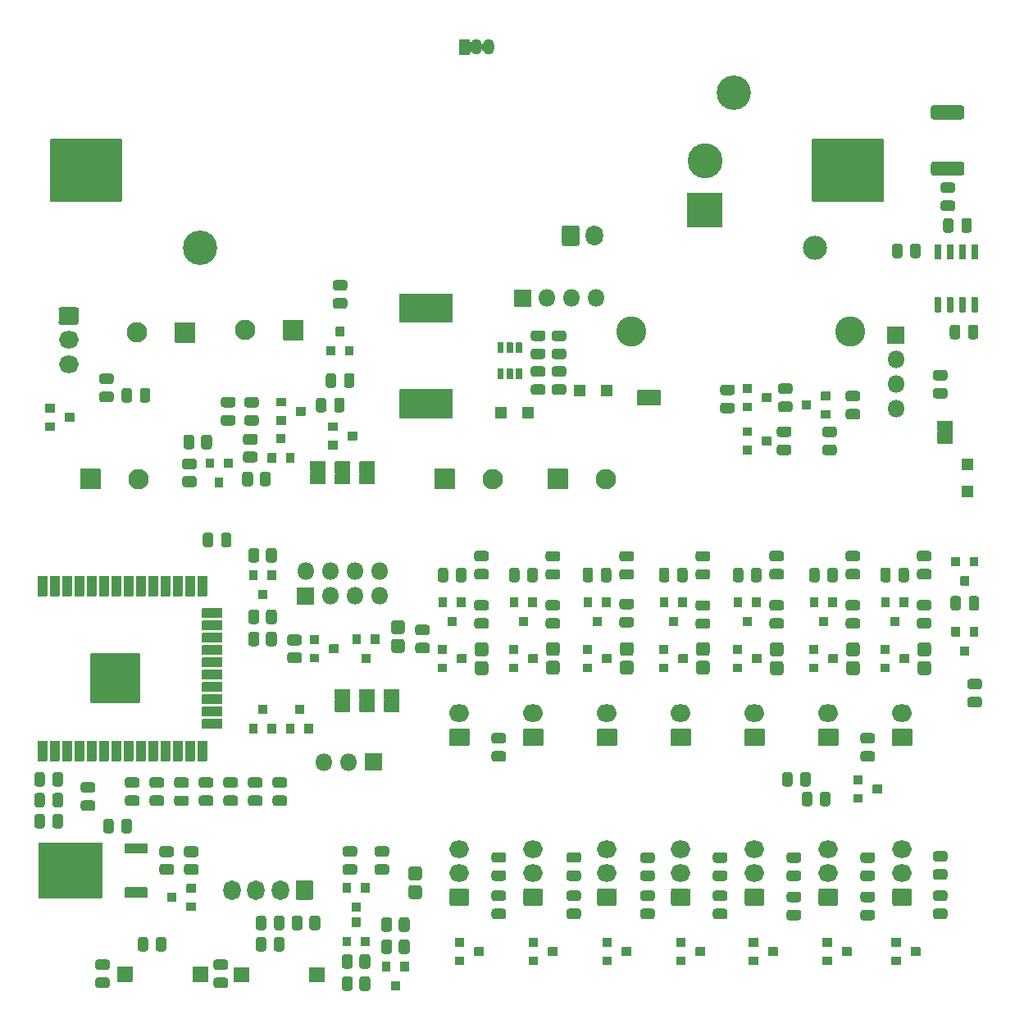
<source format=gbr>
G04 #@! TF.GenerationSoftware,KiCad,Pcbnew,5.1.10*
G04 #@! TF.CreationDate,2021-06-10T23:09:58+02:00*
G04 #@! TF.ProjectId,PlantCtrlESP32,506c616e-7443-4747-926c-45535033322e,rev?*
G04 #@! TF.SameCoordinates,Original*
G04 #@! TF.FileFunction,Soldermask,Top*
G04 #@! TF.FilePolarity,Negative*
%FSLAX46Y46*%
G04 Gerber Fmt 4.6, Leading zero omitted, Abs format (unit mm)*
G04 Created by KiCad (PCBNEW 5.1.10) date 2021-06-10 23:09:58*
%MOMM*%
%LPD*%
G01*
G04 APERTURE LIST*
%ADD10O,1.802000X1.802000*%
%ADD11O,1.802000X2.052000*%
%ADD12O,2.052000X1.802000*%
%ADD13C,2.102000*%
%ADD14C,3.602120*%
%ADD15C,3.552000*%
%ADD16C,2.492000*%
%ADD17O,1.802000X2.102000*%
%ADD18C,3.102000*%
%ADD19O,1.152000X1.602000*%
%ADD20O,2.102000X1.802000*%
%ADD21C,0.100000*%
G04 APERTURE END LIST*
G36*
G01*
X203064000Y-82315000D02*
X203064000Y-81515000D01*
G75*
G02*
X203115000Y-81464000I51000J0D01*
G01*
X204015000Y-81464000D01*
G75*
G02*
X204066000Y-81515000I0J-51000D01*
G01*
X204066000Y-82315000D01*
G75*
G02*
X204015000Y-82366000I-51000J0D01*
G01*
X203115000Y-82366000D01*
G75*
G02*
X203064000Y-82315000I0J51000D01*
G01*
G37*
G36*
G01*
X201064000Y-83265000D02*
X201064000Y-82465000D01*
G75*
G02*
X201115000Y-82414000I51000J0D01*
G01*
X202015000Y-82414000D01*
G75*
G02*
X202066000Y-82465000I0J-51000D01*
G01*
X202066000Y-83265000D01*
G75*
G02*
X202015000Y-83316000I-51000J0D01*
G01*
X201115000Y-83316000D01*
G75*
G02*
X201064000Y-83265000I0J51000D01*
G01*
G37*
G36*
G01*
X201064000Y-81365000D02*
X201064000Y-80565000D01*
G75*
G02*
X201115000Y-80514000I51000J0D01*
G01*
X202015000Y-80514000D01*
G75*
G02*
X202066000Y-80565000I0J-51000D01*
G01*
X202066000Y-81365000D01*
G75*
G02*
X202015000Y-81416000I-51000J0D01*
G01*
X201115000Y-81416000D01*
G75*
G02*
X201064000Y-81365000I0J51000D01*
G01*
G37*
D10*
X206375000Y-95885000D03*
X206375000Y-98425000D03*
X203835000Y-95885000D03*
X203835000Y-98425000D03*
X201295000Y-95885000D03*
X201295000Y-98425000D03*
X198755000Y-95885000D03*
G36*
G01*
X199605000Y-99326000D02*
X197905000Y-99326000D01*
G75*
G02*
X197854000Y-99275000I0J51000D01*
G01*
X197854000Y-97575000D01*
G75*
G02*
X197905000Y-97524000I51000J0D01*
G01*
X199605000Y-97524000D01*
G75*
G02*
X199656000Y-97575000I0J-51000D01*
G01*
X199656000Y-99275000D01*
G75*
G02*
X199605000Y-99326000I-51000J0D01*
G01*
G37*
G36*
G01*
X204355000Y-84524000D02*
X205855000Y-84524000D01*
G75*
G02*
X205906000Y-84575000I0J-51000D01*
G01*
X205906000Y-85575000D01*
G75*
G02*
X205855000Y-85626000I-51000J0D01*
G01*
X204355000Y-85626000D01*
G75*
G02*
X204304000Y-85575000I0J51000D01*
G01*
X204304000Y-84575000D01*
G75*
G02*
X204355000Y-84524000I51000J0D01*
G01*
G37*
G36*
G01*
X204355000Y-85824000D02*
X205855000Y-85824000D01*
G75*
G02*
X205906000Y-85875000I0J-51000D01*
G01*
X205906000Y-86875000D01*
G75*
G02*
X205855000Y-86926000I-51000J0D01*
G01*
X204355000Y-86926000D01*
G75*
G02*
X204304000Y-86875000I0J51000D01*
G01*
X204304000Y-85875000D01*
G75*
G02*
X204355000Y-85824000I51000J0D01*
G01*
G37*
G36*
G01*
X199275000Y-84509000D02*
X200775000Y-84509000D01*
G75*
G02*
X200826000Y-84560000I0J-51000D01*
G01*
X200826000Y-85560000D01*
G75*
G02*
X200775000Y-85611000I-51000J0D01*
G01*
X199275000Y-85611000D01*
G75*
G02*
X199224000Y-85560000I0J51000D01*
G01*
X199224000Y-84560000D01*
G75*
G02*
X199275000Y-84509000I51000J0D01*
G01*
G37*
G36*
G01*
X199275000Y-85809000D02*
X200775000Y-85809000D01*
G75*
G02*
X200826000Y-85860000I0J-51000D01*
G01*
X200826000Y-86860000D01*
G75*
G02*
X200775000Y-86911000I-51000J0D01*
G01*
X199275000Y-86911000D01*
G75*
G02*
X199224000Y-86860000I0J51000D01*
G01*
X199224000Y-85860000D01*
G75*
G02*
X199275000Y-85809000I51000J0D01*
G01*
G37*
G36*
G01*
X201815000Y-84524000D02*
X203315000Y-84524000D01*
G75*
G02*
X203366000Y-84575000I0J-51000D01*
G01*
X203366000Y-85575000D01*
G75*
G02*
X203315000Y-85626000I-51000J0D01*
G01*
X201815000Y-85626000D01*
G75*
G02*
X201764000Y-85575000I0J51000D01*
G01*
X201764000Y-84575000D01*
G75*
G02*
X201815000Y-84524000I51000J0D01*
G01*
G37*
G36*
G01*
X201815000Y-85824000D02*
X203315000Y-85824000D01*
G75*
G02*
X203366000Y-85875000I0J-51000D01*
G01*
X203366000Y-86875000D01*
G75*
G02*
X203315000Y-86926000I-51000J0D01*
G01*
X201815000Y-86926000D01*
G75*
G02*
X201764000Y-86875000I0J51000D01*
G01*
X201764000Y-85875000D01*
G75*
G02*
X201815000Y-85824000I51000J0D01*
G01*
G37*
G36*
G01*
X206895000Y-108019000D02*
X208395000Y-108019000D01*
G75*
G02*
X208446000Y-108070000I0J-51000D01*
G01*
X208446000Y-109070000D01*
G75*
G02*
X208395000Y-109121000I-51000J0D01*
G01*
X206895000Y-109121000D01*
G75*
G02*
X206844000Y-109070000I0J51000D01*
G01*
X206844000Y-108070000D01*
G75*
G02*
X206895000Y-108019000I51000J0D01*
G01*
G37*
G36*
G01*
X206895000Y-109319000D02*
X208395000Y-109319000D01*
G75*
G02*
X208446000Y-109370000I0J-51000D01*
G01*
X208446000Y-110370000D01*
G75*
G02*
X208395000Y-110421000I-51000J0D01*
G01*
X206895000Y-110421000D01*
G75*
G02*
X206844000Y-110370000I0J51000D01*
G01*
X206844000Y-109370000D01*
G75*
G02*
X206895000Y-109319000I51000J0D01*
G01*
G37*
G36*
G01*
X201815000Y-108019000D02*
X203315000Y-108019000D01*
G75*
G02*
X203366000Y-108070000I0J-51000D01*
G01*
X203366000Y-109070000D01*
G75*
G02*
X203315000Y-109121000I-51000J0D01*
G01*
X201815000Y-109121000D01*
G75*
G02*
X201764000Y-109070000I0J51000D01*
G01*
X201764000Y-108070000D01*
G75*
G02*
X201815000Y-108019000I51000J0D01*
G01*
G37*
G36*
G01*
X201815000Y-109319000D02*
X203315000Y-109319000D01*
G75*
G02*
X203366000Y-109370000I0J-51000D01*
G01*
X203366000Y-110370000D01*
G75*
G02*
X203315000Y-110421000I-51000J0D01*
G01*
X201815000Y-110421000D01*
G75*
G02*
X201764000Y-110370000I0J51000D01*
G01*
X201764000Y-109370000D01*
G75*
G02*
X201815000Y-109319000I51000J0D01*
G01*
G37*
G36*
G01*
X204355000Y-108019000D02*
X205855000Y-108019000D01*
G75*
G02*
X205906000Y-108070000I0J-51000D01*
G01*
X205906000Y-109070000D01*
G75*
G02*
X205855000Y-109121000I-51000J0D01*
G01*
X204355000Y-109121000D01*
G75*
G02*
X204304000Y-109070000I0J51000D01*
G01*
X204304000Y-108070000D01*
G75*
G02*
X204355000Y-108019000I51000J0D01*
G01*
G37*
G36*
G01*
X204355000Y-109319000D02*
X205855000Y-109319000D01*
G75*
G02*
X205906000Y-109370000I0J-51000D01*
G01*
X205906000Y-110370000D01*
G75*
G02*
X205855000Y-110421000I-51000J0D01*
G01*
X204355000Y-110421000D01*
G75*
G02*
X204304000Y-110370000I0J51000D01*
G01*
X204304000Y-109370000D01*
G75*
G02*
X204355000Y-109319000I51000J0D01*
G01*
G37*
G36*
G01*
X192563876Y-83534000D02*
X193516124Y-83534000D01*
G75*
G02*
X193791000Y-83808876I0J-274876D01*
G01*
X193791000Y-84386124D01*
G75*
G02*
X193516124Y-84661000I-274876J0D01*
G01*
X192563876Y-84661000D01*
G75*
G02*
X192289000Y-84386124I0J274876D01*
G01*
X192289000Y-83808876D01*
G75*
G02*
X192563876Y-83534000I274876J0D01*
G01*
G37*
G36*
G01*
X192563876Y-81709000D02*
X193516124Y-81709000D01*
G75*
G02*
X193791000Y-81983876I0J-274876D01*
G01*
X193791000Y-82561124D01*
G75*
G02*
X193516124Y-82836000I-274876J0D01*
G01*
X192563876Y-82836000D01*
G75*
G02*
X192289000Y-82561124I0J274876D01*
G01*
X192289000Y-81983876D01*
G75*
G02*
X192563876Y-81709000I274876J0D01*
G01*
G37*
G36*
G01*
X193326000Y-85883876D02*
X193326000Y-86836124D01*
G75*
G02*
X193051124Y-87111000I-274876J0D01*
G01*
X192473876Y-87111000D01*
G75*
G02*
X192199000Y-86836124I0J274876D01*
G01*
X192199000Y-85883876D01*
G75*
G02*
X192473876Y-85609000I274876J0D01*
G01*
X193051124Y-85609000D01*
G75*
G02*
X193326000Y-85883876I0J-274876D01*
G01*
G37*
G36*
G01*
X195151000Y-85883876D02*
X195151000Y-86836124D01*
G75*
G02*
X194876124Y-87111000I-274876J0D01*
G01*
X194298876Y-87111000D01*
G75*
G02*
X194024000Y-86836124I0J274876D01*
G01*
X194024000Y-85883876D01*
G75*
G02*
X194298876Y-85609000I274876J0D01*
G01*
X194876124Y-85609000D01*
G75*
G02*
X195151000Y-85883876I0J-274876D01*
G01*
G37*
G36*
G01*
X187951500Y-83026124D02*
X187951500Y-82073876D01*
G75*
G02*
X188226376Y-81799000I274876J0D01*
G01*
X188803624Y-81799000D01*
G75*
G02*
X189078500Y-82073876I0J-274876D01*
G01*
X189078500Y-83026124D01*
G75*
G02*
X188803624Y-83301000I-274876J0D01*
G01*
X188226376Y-83301000D01*
G75*
G02*
X187951500Y-83026124I0J274876D01*
G01*
G37*
G36*
G01*
X186126500Y-83026124D02*
X186126500Y-82073876D01*
G75*
G02*
X186401376Y-81799000I274876J0D01*
G01*
X186978624Y-81799000D01*
G75*
G02*
X187253500Y-82073876I0J-274876D01*
G01*
X187253500Y-83026124D01*
G75*
G02*
X186978624Y-83301000I-274876J0D01*
G01*
X186401376Y-83301000D01*
G75*
G02*
X186126500Y-83026124I0J274876D01*
G01*
G37*
G36*
G01*
X186277376Y-86074000D02*
X187229624Y-86074000D01*
G75*
G02*
X187504500Y-86348876I0J-274876D01*
G01*
X187504500Y-86926124D01*
G75*
G02*
X187229624Y-87201000I-274876J0D01*
G01*
X186277376Y-87201000D01*
G75*
G02*
X186002500Y-86926124I0J274876D01*
G01*
X186002500Y-86348876D01*
G75*
G02*
X186277376Y-86074000I274876J0D01*
G01*
G37*
G36*
G01*
X186277376Y-84249000D02*
X187229624Y-84249000D01*
G75*
G02*
X187504500Y-84523876I0J-274876D01*
G01*
X187504500Y-85101124D01*
G75*
G02*
X187229624Y-85376000I-274876J0D01*
G01*
X186277376Y-85376000D01*
G75*
G02*
X186002500Y-85101124I0J274876D01*
G01*
X186002500Y-84523876D01*
G75*
G02*
X186277376Y-84249000I274876J0D01*
G01*
G37*
G36*
G01*
X197135876Y-104235000D02*
X198088124Y-104235000D01*
G75*
G02*
X198363000Y-104509876I0J-274876D01*
G01*
X198363000Y-105087124D01*
G75*
G02*
X198088124Y-105362000I-274876J0D01*
G01*
X197135876Y-105362000D01*
G75*
G02*
X196861000Y-105087124I0J274876D01*
G01*
X196861000Y-104509876D01*
G75*
G02*
X197135876Y-104235000I274876J0D01*
G01*
G37*
G36*
G01*
X197135876Y-102410000D02*
X198088124Y-102410000D01*
G75*
G02*
X198363000Y-102684876I0J-274876D01*
G01*
X198363000Y-103262124D01*
G75*
G02*
X198088124Y-103537000I-274876J0D01*
G01*
X197135876Y-103537000D01*
G75*
G02*
X196861000Y-103262124I0J274876D01*
G01*
X196861000Y-102684876D01*
G75*
G02*
X197135876Y-102410000I274876J0D01*
G01*
G37*
G36*
G01*
X193961000Y-102393876D02*
X193961000Y-103346124D01*
G75*
G02*
X193686124Y-103621000I-274876J0D01*
G01*
X193108876Y-103621000D01*
G75*
G02*
X192834000Y-103346124I0J274876D01*
G01*
X192834000Y-102393876D01*
G75*
G02*
X193108876Y-102119000I274876J0D01*
G01*
X193686124Y-102119000D01*
G75*
G02*
X193961000Y-102393876I0J-274876D01*
G01*
G37*
G36*
G01*
X195786000Y-102393876D02*
X195786000Y-103346124D01*
G75*
G02*
X195511124Y-103621000I-274876J0D01*
G01*
X194933876Y-103621000D01*
G75*
G02*
X194659000Y-103346124I0J274876D01*
G01*
X194659000Y-102393876D01*
G75*
G02*
X194933876Y-102119000I274876J0D01*
G01*
X195511124Y-102119000D01*
G75*
G02*
X195786000Y-102393876I0J-274876D01*
G01*
G37*
G36*
G01*
X193961000Y-93757876D02*
X193961000Y-94710124D01*
G75*
G02*
X193686124Y-94985000I-274876J0D01*
G01*
X193108876Y-94985000D01*
G75*
G02*
X192834000Y-94710124I0J274876D01*
G01*
X192834000Y-93757876D01*
G75*
G02*
X193108876Y-93483000I274876J0D01*
G01*
X193686124Y-93483000D01*
G75*
G02*
X193961000Y-93757876I0J-274876D01*
G01*
G37*
G36*
G01*
X195786000Y-93757876D02*
X195786000Y-94710124D01*
G75*
G02*
X195511124Y-94985000I-274876J0D01*
G01*
X194933876Y-94985000D01*
G75*
G02*
X194659000Y-94710124I0J274876D01*
G01*
X194659000Y-93757876D01*
G75*
G02*
X194933876Y-93483000I274876J0D01*
G01*
X195511124Y-93483000D01*
G75*
G02*
X195786000Y-93757876I0J-274876D01*
G01*
G37*
G36*
G01*
X193961000Y-100107876D02*
X193961000Y-101060124D01*
G75*
G02*
X193686124Y-101335000I-274876J0D01*
G01*
X193108876Y-101335000D01*
G75*
G02*
X192834000Y-101060124I0J274876D01*
G01*
X192834000Y-100107876D01*
G75*
G02*
X193108876Y-99833000I274876J0D01*
G01*
X193686124Y-99833000D01*
G75*
G02*
X193961000Y-100107876I0J-274876D01*
G01*
G37*
G36*
G01*
X195786000Y-100107876D02*
X195786000Y-101060124D01*
G75*
G02*
X195511124Y-101335000I-274876J0D01*
G01*
X194933876Y-101335000D01*
G75*
G02*
X194659000Y-101060124I0J274876D01*
G01*
X194659000Y-100107876D01*
G75*
G02*
X194933876Y-99833000I274876J0D01*
G01*
X195511124Y-99833000D01*
G75*
G02*
X195786000Y-100107876I0J-274876D01*
G01*
G37*
G36*
G01*
X196615000Y-82686000D02*
X195815000Y-82686000D01*
G75*
G02*
X195764000Y-82635000I0J51000D01*
G01*
X195764000Y-81735000D01*
G75*
G02*
X195815000Y-81684000I51000J0D01*
G01*
X196615000Y-81684000D01*
G75*
G02*
X196666000Y-81735000I0J-51000D01*
G01*
X196666000Y-82635000D01*
G75*
G02*
X196615000Y-82686000I-51000J0D01*
G01*
G37*
G36*
G01*
X197565000Y-84686000D02*
X196765000Y-84686000D01*
G75*
G02*
X196714000Y-84635000I0J51000D01*
G01*
X196714000Y-83735000D01*
G75*
G02*
X196765000Y-83684000I51000J0D01*
G01*
X197565000Y-83684000D01*
G75*
G02*
X197616000Y-83735000I0J-51000D01*
G01*
X197616000Y-84635000D01*
G75*
G02*
X197565000Y-84686000I-51000J0D01*
G01*
G37*
G36*
G01*
X195665000Y-84686000D02*
X194865000Y-84686000D01*
G75*
G02*
X194814000Y-84635000I0J51000D01*
G01*
X194814000Y-83735000D01*
G75*
G02*
X194865000Y-83684000I51000J0D01*
G01*
X195665000Y-83684000D01*
G75*
G02*
X195716000Y-83735000I0J-51000D01*
G01*
X195716000Y-84635000D01*
G75*
G02*
X195665000Y-84686000I-51000J0D01*
G01*
G37*
G36*
G01*
X201159000Y-104286000D02*
X201159000Y-103486000D01*
G75*
G02*
X201210000Y-103435000I51000J0D01*
G01*
X202110000Y-103435000D01*
G75*
G02*
X202161000Y-103486000I0J-51000D01*
G01*
X202161000Y-104286000D01*
G75*
G02*
X202110000Y-104337000I-51000J0D01*
G01*
X201210000Y-104337000D01*
G75*
G02*
X201159000Y-104286000I0J51000D01*
G01*
G37*
G36*
G01*
X199159000Y-105236000D02*
X199159000Y-104436000D01*
G75*
G02*
X199210000Y-104385000I51000J0D01*
G01*
X200110000Y-104385000D01*
G75*
G02*
X200161000Y-104436000I0J-51000D01*
G01*
X200161000Y-105236000D01*
G75*
G02*
X200110000Y-105287000I-51000J0D01*
G01*
X199210000Y-105287000D01*
G75*
G02*
X199159000Y-105236000I0J51000D01*
G01*
G37*
G36*
G01*
X199159000Y-103336000D02*
X199159000Y-102536000D01*
G75*
G02*
X199210000Y-102485000I51000J0D01*
G01*
X200110000Y-102485000D01*
G75*
G02*
X200161000Y-102536000I0J-51000D01*
G01*
X200161000Y-103336000D01*
G75*
G02*
X200110000Y-103387000I-51000J0D01*
G01*
X199210000Y-103387000D01*
G75*
G02*
X199159000Y-103336000I0J51000D01*
G01*
G37*
G36*
G01*
X189401500Y-86224000D02*
X190201500Y-86224000D01*
G75*
G02*
X190252500Y-86275000I0J-51000D01*
G01*
X190252500Y-87175000D01*
G75*
G02*
X190201500Y-87226000I-51000J0D01*
G01*
X189401500Y-87226000D01*
G75*
G02*
X189350500Y-87175000I0J51000D01*
G01*
X189350500Y-86275000D01*
G75*
G02*
X189401500Y-86224000I51000J0D01*
G01*
G37*
G36*
G01*
X188451500Y-84224000D02*
X189251500Y-84224000D01*
G75*
G02*
X189302500Y-84275000I0J-51000D01*
G01*
X189302500Y-85175000D01*
G75*
G02*
X189251500Y-85226000I-51000J0D01*
G01*
X188451500Y-85226000D01*
G75*
G02*
X188400500Y-85175000I0J51000D01*
G01*
X188400500Y-84275000D01*
G75*
G02*
X188451500Y-84224000I51000J0D01*
G01*
G37*
G36*
G01*
X190351500Y-84224000D02*
X191151500Y-84224000D01*
G75*
G02*
X191202500Y-84275000I0J-51000D01*
G01*
X191202500Y-85175000D01*
G75*
G02*
X191151500Y-85226000I-51000J0D01*
G01*
X190351500Y-85226000D01*
G75*
G02*
X190300500Y-85175000I0J51000D01*
G01*
X190300500Y-84275000D01*
G75*
G02*
X190351500Y-84224000I51000J0D01*
G01*
G37*
G36*
G01*
X193910000Y-97781000D02*
X194710000Y-97781000D01*
G75*
G02*
X194761000Y-97832000I0J-51000D01*
G01*
X194761000Y-98732000D01*
G75*
G02*
X194710000Y-98783000I-51000J0D01*
G01*
X193910000Y-98783000D01*
G75*
G02*
X193859000Y-98732000I0J51000D01*
G01*
X193859000Y-97832000D01*
G75*
G02*
X193910000Y-97781000I51000J0D01*
G01*
G37*
G36*
G01*
X192960000Y-95781000D02*
X193760000Y-95781000D01*
G75*
G02*
X193811000Y-95832000I0J-51000D01*
G01*
X193811000Y-96732000D01*
G75*
G02*
X193760000Y-96783000I-51000J0D01*
G01*
X192960000Y-96783000D01*
G75*
G02*
X192909000Y-96732000I0J51000D01*
G01*
X192909000Y-95832000D01*
G75*
G02*
X192960000Y-95781000I51000J0D01*
G01*
G37*
G36*
G01*
X194860000Y-95781000D02*
X195660000Y-95781000D01*
G75*
G02*
X195711000Y-95832000I0J-51000D01*
G01*
X195711000Y-96732000D01*
G75*
G02*
X195660000Y-96783000I-51000J0D01*
G01*
X194860000Y-96783000D01*
G75*
G02*
X194809000Y-96732000I0J51000D01*
G01*
X194809000Y-95832000D01*
G75*
G02*
X194860000Y-95781000I51000J0D01*
G01*
G37*
G36*
G01*
X198520000Y-110626000D02*
X197720000Y-110626000D01*
G75*
G02*
X197669000Y-110575000I0J51000D01*
G01*
X197669000Y-109675000D01*
G75*
G02*
X197720000Y-109624000I51000J0D01*
G01*
X198520000Y-109624000D01*
G75*
G02*
X198571000Y-109675000I0J-51000D01*
G01*
X198571000Y-110575000D01*
G75*
G02*
X198520000Y-110626000I-51000J0D01*
G01*
G37*
G36*
G01*
X199470000Y-112626000D02*
X198670000Y-112626000D01*
G75*
G02*
X198619000Y-112575000I0J51000D01*
G01*
X198619000Y-111675000D01*
G75*
G02*
X198670000Y-111624000I51000J0D01*
G01*
X199470000Y-111624000D01*
G75*
G02*
X199521000Y-111675000I0J-51000D01*
G01*
X199521000Y-112575000D01*
G75*
G02*
X199470000Y-112626000I-51000J0D01*
G01*
G37*
G36*
G01*
X197570000Y-112626000D02*
X196770000Y-112626000D01*
G75*
G02*
X196719000Y-112575000I0J51000D01*
G01*
X196719000Y-111675000D01*
G75*
G02*
X196770000Y-111624000I51000J0D01*
G01*
X197570000Y-111624000D01*
G75*
G02*
X197621000Y-111675000I0J-51000D01*
G01*
X197621000Y-112575000D01*
G75*
G02*
X197570000Y-112626000I-51000J0D01*
G01*
G37*
G36*
G01*
X204578000Y-104385000D02*
X205378000Y-104385000D01*
G75*
G02*
X205429000Y-104436000I0J-51000D01*
G01*
X205429000Y-105336000D01*
G75*
G02*
X205378000Y-105387000I-51000J0D01*
G01*
X204578000Y-105387000D01*
G75*
G02*
X204527000Y-105336000I0J51000D01*
G01*
X204527000Y-104436000D01*
G75*
G02*
X204578000Y-104385000I51000J0D01*
G01*
G37*
G36*
G01*
X203628000Y-102385000D02*
X204428000Y-102385000D01*
G75*
G02*
X204479000Y-102436000I0J-51000D01*
G01*
X204479000Y-103336000D01*
G75*
G02*
X204428000Y-103387000I-51000J0D01*
G01*
X203628000Y-103387000D01*
G75*
G02*
X203577000Y-103336000I0J51000D01*
G01*
X203577000Y-102436000D01*
G75*
G02*
X203628000Y-102385000I51000J0D01*
G01*
G37*
G36*
G01*
X205528000Y-102385000D02*
X206328000Y-102385000D01*
G75*
G02*
X206379000Y-102436000I0J-51000D01*
G01*
X206379000Y-103336000D01*
G75*
G02*
X206328000Y-103387000I-51000J0D01*
G01*
X205528000Y-103387000D01*
G75*
G02*
X205477000Y-103336000I0J51000D01*
G01*
X205477000Y-102436000D01*
G75*
G02*
X205528000Y-102385000I51000J0D01*
G01*
G37*
G36*
G01*
X194710000Y-110626000D02*
X193910000Y-110626000D01*
G75*
G02*
X193859000Y-110575000I0J51000D01*
G01*
X193859000Y-109675000D01*
G75*
G02*
X193910000Y-109624000I51000J0D01*
G01*
X194710000Y-109624000D01*
G75*
G02*
X194761000Y-109675000I0J-51000D01*
G01*
X194761000Y-110575000D01*
G75*
G02*
X194710000Y-110626000I-51000J0D01*
G01*
G37*
G36*
G01*
X195660000Y-112626000D02*
X194860000Y-112626000D01*
G75*
G02*
X194809000Y-112575000I0J51000D01*
G01*
X194809000Y-111675000D01*
G75*
G02*
X194860000Y-111624000I51000J0D01*
G01*
X195660000Y-111624000D01*
G75*
G02*
X195711000Y-111675000I0J-51000D01*
G01*
X195711000Y-112575000D01*
G75*
G02*
X195660000Y-112626000I-51000J0D01*
G01*
G37*
G36*
G01*
X193760000Y-112626000D02*
X192960000Y-112626000D01*
G75*
G02*
X192909000Y-112575000I0J51000D01*
G01*
X192909000Y-111675000D01*
G75*
G02*
X192960000Y-111624000I51000J0D01*
G01*
X193760000Y-111624000D01*
G75*
G02*
X193811000Y-111675000I0J-51000D01*
G01*
X193811000Y-112575000D01*
G75*
G02*
X193760000Y-112626000I-51000J0D01*
G01*
G37*
G36*
G01*
X185429000Y-129140000D02*
X185429000Y-129940000D01*
G75*
G02*
X185378000Y-129991000I-51000J0D01*
G01*
X184478000Y-129991000D01*
G75*
G02*
X184427000Y-129940000I0J51000D01*
G01*
X184427000Y-129140000D01*
G75*
G02*
X184478000Y-129089000I51000J0D01*
G01*
X185378000Y-129089000D01*
G75*
G02*
X185429000Y-129140000I0J-51000D01*
G01*
G37*
G36*
G01*
X187429000Y-128190000D02*
X187429000Y-128990000D01*
G75*
G02*
X187378000Y-129041000I-51000J0D01*
G01*
X186478000Y-129041000D01*
G75*
G02*
X186427000Y-128990000I0J51000D01*
G01*
X186427000Y-128190000D01*
G75*
G02*
X186478000Y-128139000I51000J0D01*
G01*
X187378000Y-128139000D01*
G75*
G02*
X187429000Y-128190000I0J-51000D01*
G01*
G37*
G36*
G01*
X187429000Y-130090000D02*
X187429000Y-130890000D01*
G75*
G02*
X187378000Y-130941000I-51000J0D01*
G01*
X186478000Y-130941000D01*
G75*
G02*
X186427000Y-130890000I0J51000D01*
G01*
X186427000Y-130090000D01*
G75*
G02*
X186478000Y-130039000I51000J0D01*
G01*
X187378000Y-130039000D01*
G75*
G02*
X187429000Y-130090000I0J-51000D01*
G01*
G37*
G36*
G01*
X204311000Y-136620124D02*
X204311000Y-135667876D01*
G75*
G02*
X204585876Y-135393000I274876J0D01*
G01*
X205163124Y-135393000D01*
G75*
G02*
X205438000Y-135667876I0J-274876D01*
G01*
X205438000Y-136620124D01*
G75*
G02*
X205163124Y-136895000I-274876J0D01*
G01*
X204585876Y-136895000D01*
G75*
G02*
X204311000Y-136620124I0J274876D01*
G01*
G37*
G36*
G01*
X202486000Y-136620124D02*
X202486000Y-135667876D01*
G75*
G02*
X202760876Y-135393000I274876J0D01*
G01*
X203338124Y-135393000D01*
G75*
G02*
X203613000Y-135667876I0J-274876D01*
G01*
X203613000Y-136620124D01*
G75*
G02*
X203338124Y-136895000I-274876J0D01*
G01*
X202760876Y-136895000D01*
G75*
G02*
X202486000Y-136620124I0J274876D01*
G01*
G37*
G36*
G01*
X204311000Y-138906124D02*
X204311000Y-137953876D01*
G75*
G02*
X204585876Y-137679000I274876J0D01*
G01*
X205163124Y-137679000D01*
G75*
G02*
X205438000Y-137953876I0J-274876D01*
G01*
X205438000Y-138906124D01*
G75*
G02*
X205163124Y-139181000I-274876J0D01*
G01*
X204585876Y-139181000D01*
G75*
G02*
X204311000Y-138906124I0J274876D01*
G01*
G37*
G36*
G01*
X202486000Y-138906124D02*
X202486000Y-137953876D01*
G75*
G02*
X202760876Y-137679000I274876J0D01*
G01*
X203338124Y-137679000D01*
G75*
G02*
X203613000Y-137953876I0J-274876D01*
G01*
X203613000Y-138906124D01*
G75*
G02*
X203338124Y-139181000I-274876J0D01*
G01*
X202760876Y-139181000D01*
G75*
G02*
X202486000Y-138906124I0J274876D01*
G01*
G37*
G36*
G01*
X207677000Y-134143876D02*
X207677000Y-135096124D01*
G75*
G02*
X207402124Y-135371000I-274876J0D01*
G01*
X206824876Y-135371000D01*
G75*
G02*
X206550000Y-135096124I0J274876D01*
G01*
X206550000Y-134143876D01*
G75*
G02*
X206824876Y-133869000I274876J0D01*
G01*
X207402124Y-133869000D01*
G75*
G02*
X207677000Y-134143876I0J-274876D01*
G01*
G37*
G36*
G01*
X209502000Y-134143876D02*
X209502000Y-135096124D01*
G75*
G02*
X209227124Y-135371000I-274876J0D01*
G01*
X208649876Y-135371000D01*
G75*
G02*
X208375000Y-135096124I0J274876D01*
G01*
X208375000Y-134143876D01*
G75*
G02*
X208649876Y-133869000I274876J0D01*
G01*
X209227124Y-133869000D01*
G75*
G02*
X209502000Y-134143876I0J-274876D01*
G01*
G37*
G36*
G01*
X207677000Y-131857876D02*
X207677000Y-132810124D01*
G75*
G02*
X207402124Y-133085000I-274876J0D01*
G01*
X206824876Y-133085000D01*
G75*
G02*
X206550000Y-132810124I0J274876D01*
G01*
X206550000Y-131857876D01*
G75*
G02*
X206824876Y-131583000I274876J0D01*
G01*
X207402124Y-131583000D01*
G75*
G02*
X207677000Y-131857876I0J-274876D01*
G01*
G37*
G36*
G01*
X209502000Y-131857876D02*
X209502000Y-132810124D01*
G75*
G02*
X209227124Y-133085000I-274876J0D01*
G01*
X208649876Y-133085000D01*
G75*
G02*
X208375000Y-132810124I0J274876D01*
G01*
X208375000Y-131857876D01*
G75*
G02*
X208649876Y-131583000I274876J0D01*
G01*
X209227124Y-131583000D01*
G75*
G02*
X209502000Y-131857876I0J-274876D01*
G01*
G37*
G36*
G01*
X186467876Y-126079000D02*
X187420124Y-126079000D01*
G75*
G02*
X187695000Y-126353876I0J-274876D01*
G01*
X187695000Y-126931124D01*
G75*
G02*
X187420124Y-127206000I-274876J0D01*
G01*
X186467876Y-127206000D01*
G75*
G02*
X186193000Y-126931124I0J274876D01*
G01*
X186193000Y-126353876D01*
G75*
G02*
X186467876Y-126079000I274876J0D01*
G01*
G37*
G36*
G01*
X186467876Y-124254000D02*
X187420124Y-124254000D01*
G75*
G02*
X187695000Y-124528876I0J-274876D01*
G01*
X187695000Y-125106124D01*
G75*
G02*
X187420124Y-125381000I-274876J0D01*
G01*
X186467876Y-125381000D01*
G75*
G02*
X186193000Y-125106124I0J274876D01*
G01*
X186193000Y-124528876D01*
G75*
G02*
X186467876Y-124254000I274876J0D01*
G01*
G37*
G36*
G01*
X183927876Y-126079000D02*
X184880124Y-126079000D01*
G75*
G02*
X185155000Y-126353876I0J-274876D01*
G01*
X185155000Y-126931124D01*
G75*
G02*
X184880124Y-127206000I-274876J0D01*
G01*
X183927876Y-127206000D01*
G75*
G02*
X183653000Y-126931124I0J274876D01*
G01*
X183653000Y-126353876D01*
G75*
G02*
X183927876Y-126079000I274876J0D01*
G01*
G37*
G36*
G01*
X183927876Y-124254000D02*
X184880124Y-124254000D01*
G75*
G02*
X185155000Y-124528876I0J-274876D01*
G01*
X185155000Y-125106124D01*
G75*
G02*
X184880124Y-125381000I-274876J0D01*
G01*
X183927876Y-125381000D01*
G75*
G02*
X183653000Y-125106124I0J274876D01*
G01*
X183653000Y-124528876D01*
G75*
G02*
X183927876Y-124254000I274876J0D01*
G01*
G37*
G36*
G01*
X204362000Y-132597000D02*
X203562000Y-132597000D01*
G75*
G02*
X203511000Y-132546000I0J51000D01*
G01*
X203511000Y-131646000D01*
G75*
G02*
X203562000Y-131595000I51000J0D01*
G01*
X204362000Y-131595000D01*
G75*
G02*
X204413000Y-131646000I0J-51000D01*
G01*
X204413000Y-132546000D01*
G75*
G02*
X204362000Y-132597000I-51000J0D01*
G01*
G37*
G36*
G01*
X205312000Y-134597000D02*
X204512000Y-134597000D01*
G75*
G02*
X204461000Y-134546000I0J51000D01*
G01*
X204461000Y-133646000D01*
G75*
G02*
X204512000Y-133595000I51000J0D01*
G01*
X205312000Y-133595000D01*
G75*
G02*
X205363000Y-133646000I0J-51000D01*
G01*
X205363000Y-134546000D01*
G75*
G02*
X205312000Y-134597000I-51000J0D01*
G01*
G37*
G36*
G01*
X203412000Y-134597000D02*
X202612000Y-134597000D01*
G75*
G02*
X202561000Y-134546000I0J51000D01*
G01*
X202561000Y-133646000D01*
G75*
G02*
X202612000Y-133595000I51000J0D01*
G01*
X203412000Y-133595000D01*
G75*
G02*
X203463000Y-133646000I0J-51000D01*
G01*
X203463000Y-134546000D01*
G75*
G02*
X203412000Y-134597000I-51000J0D01*
G01*
G37*
G36*
G01*
X207626000Y-138167000D02*
X208426000Y-138167000D01*
G75*
G02*
X208477000Y-138218000I0J-51000D01*
G01*
X208477000Y-139118000D01*
G75*
G02*
X208426000Y-139169000I-51000J0D01*
G01*
X207626000Y-139169000D01*
G75*
G02*
X207575000Y-139118000I0J51000D01*
G01*
X207575000Y-138218000D01*
G75*
G02*
X207626000Y-138167000I51000J0D01*
G01*
G37*
G36*
G01*
X206676000Y-136167000D02*
X207476000Y-136167000D01*
G75*
G02*
X207527000Y-136218000I0J-51000D01*
G01*
X207527000Y-137118000D01*
G75*
G02*
X207476000Y-137169000I-51000J0D01*
G01*
X206676000Y-137169000D01*
G75*
G02*
X206625000Y-137118000I0J51000D01*
G01*
X206625000Y-136218000D01*
G75*
G02*
X206676000Y-136167000I51000J0D01*
G01*
G37*
G36*
G01*
X208576000Y-136167000D02*
X209376000Y-136167000D01*
G75*
G02*
X209427000Y-136218000I0J-51000D01*
G01*
X209427000Y-137118000D01*
G75*
G02*
X209376000Y-137169000I-51000J0D01*
G01*
X208576000Y-137169000D01*
G75*
G02*
X208525000Y-137118000I0J51000D01*
G01*
X208525000Y-136218000D01*
G75*
G02*
X208576000Y-136167000I51000J0D01*
G01*
G37*
G36*
G01*
X203562000Y-130039000D02*
X204362000Y-130039000D01*
G75*
G02*
X204413000Y-130090000I0J-51000D01*
G01*
X204413000Y-130990000D01*
G75*
G02*
X204362000Y-131041000I-51000J0D01*
G01*
X203562000Y-131041000D01*
G75*
G02*
X203511000Y-130990000I0J51000D01*
G01*
X203511000Y-130090000D01*
G75*
G02*
X203562000Y-130039000I51000J0D01*
G01*
G37*
G36*
G01*
X202612000Y-128039000D02*
X203412000Y-128039000D01*
G75*
G02*
X203463000Y-128090000I0J-51000D01*
G01*
X203463000Y-128990000D01*
G75*
G02*
X203412000Y-129041000I-51000J0D01*
G01*
X202612000Y-129041000D01*
G75*
G02*
X202561000Y-128990000I0J51000D01*
G01*
X202561000Y-128090000D01*
G75*
G02*
X202612000Y-128039000I51000J0D01*
G01*
G37*
G36*
G01*
X204512000Y-128039000D02*
X205312000Y-128039000D01*
G75*
G02*
X205363000Y-128090000I0J-51000D01*
G01*
X205363000Y-128990000D01*
G75*
G02*
X205312000Y-129041000I-51000J0D01*
G01*
X204512000Y-129041000D01*
G75*
G02*
X204461000Y-128990000I0J51000D01*
G01*
X204461000Y-128090000D01*
G75*
G02*
X204512000Y-128039000I51000J0D01*
G01*
G37*
D11*
X191128000Y-128778000D03*
X193628000Y-128778000D03*
X196128000Y-128778000D03*
G36*
G01*
X199529000Y-128017000D02*
X199529000Y-129539000D01*
G75*
G02*
X199264000Y-129804000I-265000J0D01*
G01*
X197992000Y-129804000D01*
G75*
G02*
X197727000Y-129539000I0J265000D01*
G01*
X197727000Y-128017000D01*
G75*
G02*
X197992000Y-127752000I265000J0D01*
G01*
X199264000Y-127752000D01*
G75*
G02*
X199529000Y-128017000I0J-265000D01*
G01*
G37*
G36*
G01*
X199129000Y-132646124D02*
X199129000Y-131693876D01*
G75*
G02*
X199403876Y-131419000I274876J0D01*
G01*
X199981124Y-131419000D01*
G75*
G02*
X200256000Y-131693876I0J-274876D01*
G01*
X200256000Y-132646124D01*
G75*
G02*
X199981124Y-132921000I-274876J0D01*
G01*
X199403876Y-132921000D01*
G75*
G02*
X199129000Y-132646124I0J274876D01*
G01*
G37*
G36*
G01*
X197304000Y-132646124D02*
X197304000Y-131693876D01*
G75*
G02*
X197578876Y-131419000I274876J0D01*
G01*
X198156124Y-131419000D01*
G75*
G02*
X198431000Y-131693876I0J-274876D01*
G01*
X198431000Y-132646124D01*
G75*
G02*
X198156124Y-132921000I-274876J0D01*
G01*
X197578876Y-132921000D01*
G75*
G02*
X197304000Y-132646124I0J274876D01*
G01*
G37*
G36*
G01*
X224435250Y-72916000D02*
X225398750Y-72916000D01*
G75*
G02*
X225668000Y-73185250I0J-269250D01*
G01*
X225668000Y-73723750D01*
G75*
G02*
X225398750Y-73993000I-269250J0D01*
G01*
X224435250Y-73993000D01*
G75*
G02*
X224166000Y-73723750I0J269250D01*
G01*
X224166000Y-73185250D01*
G75*
G02*
X224435250Y-72916000I269250J0D01*
G01*
G37*
G36*
G01*
X224435250Y-71041000D02*
X225398750Y-71041000D01*
G75*
G02*
X225668000Y-71310250I0J-269250D01*
G01*
X225668000Y-71848750D01*
G75*
G02*
X225398750Y-72118000I-269250J0D01*
G01*
X224435250Y-72118000D01*
G75*
G02*
X224166000Y-71848750I0J269250D01*
G01*
X224166000Y-71310250D01*
G75*
G02*
X224435250Y-71041000I269250J0D01*
G01*
G37*
G36*
G01*
X223239750Y-72118000D02*
X222276250Y-72118000D01*
G75*
G02*
X222007000Y-71848750I0J269250D01*
G01*
X222007000Y-71310250D01*
G75*
G02*
X222276250Y-71041000I269250J0D01*
G01*
X223239750Y-71041000D01*
G75*
G02*
X223509000Y-71310250I0J-269250D01*
G01*
X223509000Y-71848750D01*
G75*
G02*
X223239750Y-72118000I-269250J0D01*
G01*
G37*
G36*
G01*
X223239750Y-73993000D02*
X222276250Y-73993000D01*
G75*
G02*
X222007000Y-73723750I0J269250D01*
G01*
X222007000Y-73185250D01*
G75*
G02*
X222276250Y-72916000I269250J0D01*
G01*
X223239750Y-72916000D01*
G75*
G02*
X223509000Y-73185250I0J-269250D01*
G01*
X223509000Y-73723750D01*
G75*
G02*
X223239750Y-73993000I-269250J0D01*
G01*
G37*
G36*
G01*
X223239750Y-75801000D02*
X222276250Y-75801000D01*
G75*
G02*
X222007000Y-75531750I0J269250D01*
G01*
X222007000Y-74993250D01*
G75*
G02*
X222276250Y-74724000I269250J0D01*
G01*
X223239750Y-74724000D01*
G75*
G02*
X223509000Y-74993250I0J-269250D01*
G01*
X223509000Y-75531750D01*
G75*
G02*
X223239750Y-75801000I-269250J0D01*
G01*
G37*
G36*
G01*
X223239750Y-77676000D02*
X222276250Y-77676000D01*
G75*
G02*
X222007000Y-77406750I0J269250D01*
G01*
X222007000Y-76868250D01*
G75*
G02*
X222276250Y-76599000I269250J0D01*
G01*
X223239750Y-76599000D01*
G75*
G02*
X223509000Y-76868250I0J-269250D01*
G01*
X223509000Y-77406750D01*
G75*
G02*
X223239750Y-77676000I-269250J0D01*
G01*
G37*
G36*
G01*
X207110750Y-125331000D02*
X206147250Y-125331000D01*
G75*
G02*
X205878000Y-125061750I0J269250D01*
G01*
X205878000Y-124523250D01*
G75*
G02*
X206147250Y-124254000I269250J0D01*
G01*
X207110750Y-124254000D01*
G75*
G02*
X207380000Y-124523250I0J-269250D01*
G01*
X207380000Y-125061750D01*
G75*
G02*
X207110750Y-125331000I-269250J0D01*
G01*
G37*
G36*
G01*
X207110750Y-127206000D02*
X206147250Y-127206000D01*
G75*
G02*
X205878000Y-126936750I0J269250D01*
G01*
X205878000Y-126398250D01*
G75*
G02*
X206147250Y-126129000I269250J0D01*
G01*
X207110750Y-126129000D01*
G75*
G02*
X207380000Y-126398250I0J-269250D01*
G01*
X207380000Y-126936750D01*
G75*
G02*
X207110750Y-127206000I-269250J0D01*
G01*
G37*
G36*
G01*
X181628000Y-78205750D02*
X181628000Y-77242250D01*
G75*
G02*
X181897250Y-76973000I269250J0D01*
G01*
X182435750Y-76973000D01*
G75*
G02*
X182705000Y-77242250I0J-269250D01*
G01*
X182705000Y-78205750D01*
G75*
G02*
X182435750Y-78475000I-269250J0D01*
G01*
X181897250Y-78475000D01*
G75*
G02*
X181628000Y-78205750I0J269250D01*
G01*
G37*
G36*
G01*
X179753000Y-78205750D02*
X179753000Y-77242250D01*
G75*
G02*
X180022250Y-76973000I269250J0D01*
G01*
X180560750Y-76973000D01*
G75*
G02*
X180830000Y-77242250I0J-269250D01*
G01*
X180830000Y-78205750D01*
G75*
G02*
X180560750Y-78475000I-269250J0D01*
G01*
X180022250Y-78475000D01*
G75*
G02*
X179753000Y-78205750I0J269250D01*
G01*
G37*
G36*
G01*
X203808750Y-125331000D02*
X202845250Y-125331000D01*
G75*
G02*
X202576000Y-125061750I0J269250D01*
G01*
X202576000Y-124523250D01*
G75*
G02*
X202845250Y-124254000I269250J0D01*
G01*
X203808750Y-124254000D01*
G75*
G02*
X204078000Y-124523250I0J-269250D01*
G01*
X204078000Y-125061750D01*
G75*
G02*
X203808750Y-125331000I-269250J0D01*
G01*
G37*
G36*
G01*
X203808750Y-127206000D02*
X202845250Y-127206000D01*
G75*
G02*
X202576000Y-126936750I0J269250D01*
G01*
X202576000Y-126398250D01*
G75*
G02*
X202845250Y-126129000I269250J0D01*
G01*
X203808750Y-126129000D01*
G75*
G02*
X204078000Y-126398250I0J-269250D01*
G01*
X204078000Y-126936750D01*
G75*
G02*
X203808750Y-127206000I-269250J0D01*
G01*
G37*
G36*
G01*
X178662750Y-76563000D02*
X177699250Y-76563000D01*
G75*
G02*
X177430000Y-76293750I0J269250D01*
G01*
X177430000Y-75755250D01*
G75*
G02*
X177699250Y-75486000I269250J0D01*
G01*
X178662750Y-75486000D01*
G75*
G02*
X178932000Y-75755250I0J-269250D01*
G01*
X178932000Y-76293750D01*
G75*
G02*
X178662750Y-76563000I-269250J0D01*
G01*
G37*
G36*
G01*
X178662750Y-78438000D02*
X177699250Y-78438000D01*
G75*
G02*
X177430000Y-78168750I0J269250D01*
G01*
X177430000Y-77630250D01*
G75*
G02*
X177699250Y-77361000I269250J0D01*
G01*
X178662750Y-77361000D01*
G75*
G02*
X178932000Y-77630250I0J-269250D01*
G01*
X178932000Y-78168750D01*
G75*
G02*
X178662750Y-78438000I-269250J0D01*
G01*
G37*
G36*
G01*
X264768750Y-129903000D02*
X263805250Y-129903000D01*
G75*
G02*
X263536000Y-129633750I0J269250D01*
G01*
X263536000Y-129095250D01*
G75*
G02*
X263805250Y-128826000I269250J0D01*
G01*
X264768750Y-128826000D01*
G75*
G02*
X265038000Y-129095250I0J-269250D01*
G01*
X265038000Y-129633750D01*
G75*
G02*
X264768750Y-129903000I-269250J0D01*
G01*
G37*
G36*
G01*
X264768750Y-131778000D02*
X263805250Y-131778000D01*
G75*
G02*
X263536000Y-131508750I0J269250D01*
G01*
X263536000Y-130970250D01*
G75*
G02*
X263805250Y-130701000I269250J0D01*
G01*
X264768750Y-130701000D01*
G75*
G02*
X265038000Y-130970250I0J-269250D01*
G01*
X265038000Y-131508750D01*
G75*
G02*
X264768750Y-131778000I-269250J0D01*
G01*
G37*
G36*
G01*
X257275750Y-130030000D02*
X256312250Y-130030000D01*
G75*
G02*
X256043000Y-129760750I0J269250D01*
G01*
X256043000Y-129222250D01*
G75*
G02*
X256312250Y-128953000I269250J0D01*
G01*
X257275750Y-128953000D01*
G75*
G02*
X257545000Y-129222250I0J-269250D01*
G01*
X257545000Y-129760750D01*
G75*
G02*
X257275750Y-130030000I-269250J0D01*
G01*
G37*
G36*
G01*
X257275750Y-131905000D02*
X256312250Y-131905000D01*
G75*
G02*
X256043000Y-131635750I0J269250D01*
G01*
X256043000Y-131097250D01*
G75*
G02*
X256312250Y-130828000I269250J0D01*
G01*
X257275750Y-130828000D01*
G75*
G02*
X257545000Y-131097250I0J-269250D01*
G01*
X257545000Y-131635750D01*
G75*
G02*
X257275750Y-131905000I-269250J0D01*
G01*
G37*
G36*
G01*
X249655750Y-130030000D02*
X248692250Y-130030000D01*
G75*
G02*
X248423000Y-129760750I0J269250D01*
G01*
X248423000Y-129222250D01*
G75*
G02*
X248692250Y-128953000I269250J0D01*
G01*
X249655750Y-128953000D01*
G75*
G02*
X249925000Y-129222250I0J-269250D01*
G01*
X249925000Y-129760750D01*
G75*
G02*
X249655750Y-130030000I-269250J0D01*
G01*
G37*
G36*
G01*
X249655750Y-131905000D02*
X248692250Y-131905000D01*
G75*
G02*
X248423000Y-131635750I0J269250D01*
G01*
X248423000Y-131097250D01*
G75*
G02*
X248692250Y-130828000I269250J0D01*
G01*
X249655750Y-130828000D01*
G75*
G02*
X249925000Y-131097250I0J-269250D01*
G01*
X249925000Y-131635750D01*
G75*
G02*
X249655750Y-131905000I-269250J0D01*
G01*
G37*
G36*
G01*
X242035750Y-129903000D02*
X241072250Y-129903000D01*
G75*
G02*
X240803000Y-129633750I0J269250D01*
G01*
X240803000Y-129095250D01*
G75*
G02*
X241072250Y-128826000I269250J0D01*
G01*
X242035750Y-128826000D01*
G75*
G02*
X242305000Y-129095250I0J-269250D01*
G01*
X242305000Y-129633750D01*
G75*
G02*
X242035750Y-129903000I-269250J0D01*
G01*
G37*
G36*
G01*
X242035750Y-131778000D02*
X241072250Y-131778000D01*
G75*
G02*
X240803000Y-131508750I0J269250D01*
G01*
X240803000Y-130970250D01*
G75*
G02*
X241072250Y-130701000I269250J0D01*
G01*
X242035750Y-130701000D01*
G75*
G02*
X242305000Y-130970250I0J-269250D01*
G01*
X242305000Y-131508750D01*
G75*
G02*
X242035750Y-131778000I-269250J0D01*
G01*
G37*
G36*
G01*
X234542750Y-129903000D02*
X233579250Y-129903000D01*
G75*
G02*
X233310000Y-129633750I0J269250D01*
G01*
X233310000Y-129095250D01*
G75*
G02*
X233579250Y-128826000I269250J0D01*
G01*
X234542750Y-128826000D01*
G75*
G02*
X234812000Y-129095250I0J-269250D01*
G01*
X234812000Y-129633750D01*
G75*
G02*
X234542750Y-129903000I-269250J0D01*
G01*
G37*
G36*
G01*
X234542750Y-131778000D02*
X233579250Y-131778000D01*
G75*
G02*
X233310000Y-131508750I0J269250D01*
G01*
X233310000Y-130970250D01*
G75*
G02*
X233579250Y-130701000I269250J0D01*
G01*
X234542750Y-130701000D01*
G75*
G02*
X234812000Y-130970250I0J-269250D01*
G01*
X234812000Y-131508750D01*
G75*
G02*
X234542750Y-131778000I-269250J0D01*
G01*
G37*
G36*
G01*
X226922750Y-129903000D02*
X225959250Y-129903000D01*
G75*
G02*
X225690000Y-129633750I0J269250D01*
G01*
X225690000Y-129095250D01*
G75*
G02*
X225959250Y-128826000I269250J0D01*
G01*
X226922750Y-128826000D01*
G75*
G02*
X227192000Y-129095250I0J-269250D01*
G01*
X227192000Y-129633750D01*
G75*
G02*
X226922750Y-129903000I-269250J0D01*
G01*
G37*
G36*
G01*
X226922750Y-131778000D02*
X225959250Y-131778000D01*
G75*
G02*
X225690000Y-131508750I0J269250D01*
G01*
X225690000Y-130970250D01*
G75*
G02*
X225959250Y-130701000I269250J0D01*
G01*
X226922750Y-130701000D01*
G75*
G02*
X227192000Y-130970250I0J-269250D01*
G01*
X227192000Y-131508750D01*
G75*
G02*
X226922750Y-131778000I-269250J0D01*
G01*
G37*
G36*
G01*
X219175750Y-129903000D02*
X218212250Y-129903000D01*
G75*
G02*
X217943000Y-129633750I0J269250D01*
G01*
X217943000Y-129095250D01*
G75*
G02*
X218212250Y-128826000I269250J0D01*
G01*
X219175750Y-128826000D01*
G75*
G02*
X219445000Y-129095250I0J-269250D01*
G01*
X219445000Y-129633750D01*
G75*
G02*
X219175750Y-129903000I-269250J0D01*
G01*
G37*
G36*
G01*
X219175750Y-131778000D02*
X218212250Y-131778000D01*
G75*
G02*
X217943000Y-131508750I0J269250D01*
G01*
X217943000Y-130970250D01*
G75*
G02*
X218212250Y-130701000I269250J0D01*
G01*
X219175750Y-130701000D01*
G75*
G02*
X219445000Y-130970250I0J-269250D01*
G01*
X219445000Y-131508750D01*
G75*
G02*
X219175750Y-131778000I-269250J0D01*
G01*
G37*
D12*
X222250000Y-124540000D03*
X222250000Y-127040000D03*
G36*
G01*
X223011000Y-130441000D02*
X221489000Y-130441000D01*
G75*
G02*
X221224000Y-130176000I0J265000D01*
G01*
X221224000Y-128904000D01*
G75*
G02*
X221489000Y-128639000I265000J0D01*
G01*
X223011000Y-128639000D01*
G75*
G02*
X223276000Y-128904000I0J-265000D01*
G01*
X223276000Y-130176000D01*
G75*
G02*
X223011000Y-130441000I-265000J0D01*
G01*
G37*
D10*
X200660000Y-115570000D03*
X203200000Y-115570000D03*
G36*
G01*
X204890000Y-114669000D02*
X206590000Y-114669000D01*
G75*
G02*
X206641000Y-114720000I0J-51000D01*
G01*
X206641000Y-116420000D01*
G75*
G02*
X206590000Y-116471000I-51000J0D01*
G01*
X204890000Y-116471000D01*
G75*
G02*
X204839000Y-116420000I0J51000D01*
G01*
X204839000Y-114720000D01*
G75*
G02*
X204890000Y-114669000I51000J0D01*
G01*
G37*
G36*
G01*
X180881000Y-136720000D02*
X180881000Y-138220000D01*
G75*
G02*
X180830000Y-138271000I-51000J0D01*
G01*
X179330000Y-138271000D01*
G75*
G02*
X179279000Y-138220000I0J51000D01*
G01*
X179279000Y-136720000D01*
G75*
G02*
X179330000Y-136669000I51000J0D01*
G01*
X180830000Y-136669000D01*
G75*
G02*
X180881000Y-136720000I0J-51000D01*
G01*
G37*
G36*
G01*
X188681000Y-136720000D02*
X188681000Y-138220000D01*
G75*
G02*
X188630000Y-138271000I-51000J0D01*
G01*
X187130000Y-138271000D01*
G75*
G02*
X187079000Y-138220000I0J51000D01*
G01*
X187079000Y-136720000D01*
G75*
G02*
X187130000Y-136669000I51000J0D01*
G01*
X188630000Y-136669000D01*
G75*
G02*
X188681000Y-136720000I0J-51000D01*
G01*
G37*
G36*
G01*
X192925500Y-136765600D02*
X192925500Y-138265600D01*
G75*
G02*
X192874500Y-138316600I-51000J0D01*
G01*
X191374500Y-138316600D01*
G75*
G02*
X191323500Y-138265600I0J51000D01*
G01*
X191323500Y-136765600D01*
G75*
G02*
X191374500Y-136714600I51000J0D01*
G01*
X192874500Y-136714600D01*
G75*
G02*
X192925500Y-136765600I0J-51000D01*
G01*
G37*
G36*
G01*
X200725500Y-136765600D02*
X200725500Y-138265600D01*
G75*
G02*
X200674500Y-138316600I-51000J0D01*
G01*
X199174500Y-138316600D01*
G75*
G02*
X199123500Y-138265600I0J51000D01*
G01*
X199123500Y-136765600D01*
G75*
G02*
X199174500Y-136714600I51000J0D01*
G01*
X200674500Y-136714600D01*
G75*
G02*
X200725500Y-136765600I0J-51000D01*
G01*
G37*
D13*
X218106000Y-86360000D03*
G36*
G01*
X212055000Y-87360000D02*
X212055000Y-85360000D01*
G75*
G02*
X212106000Y-85309000I51000J0D01*
G01*
X214106000Y-85309000D01*
G75*
G02*
X214157000Y-85360000I0J-51000D01*
G01*
X214157000Y-87360000D01*
G75*
G02*
X214106000Y-87411000I-51000J0D01*
G01*
X212106000Y-87411000D01*
G75*
G02*
X212055000Y-87360000I0J51000D01*
G01*
G37*
G36*
G01*
X173854000Y-80410000D02*
X173854000Y-79610000D01*
G75*
G02*
X173905000Y-79559000I51000J0D01*
G01*
X174805000Y-79559000D01*
G75*
G02*
X174856000Y-79610000I0J-51000D01*
G01*
X174856000Y-80410000D01*
G75*
G02*
X174805000Y-80461000I-51000J0D01*
G01*
X173905000Y-80461000D01*
G75*
G02*
X173854000Y-80410000I0J51000D01*
G01*
G37*
G36*
G01*
X171854000Y-81360000D02*
X171854000Y-80560000D01*
G75*
G02*
X171905000Y-80509000I51000J0D01*
G01*
X172805000Y-80509000D01*
G75*
G02*
X172856000Y-80560000I0J-51000D01*
G01*
X172856000Y-81360000D01*
G75*
G02*
X172805000Y-81411000I-51000J0D01*
G01*
X171905000Y-81411000D01*
G75*
G02*
X171854000Y-81360000I0J51000D01*
G01*
G37*
G36*
G01*
X171854000Y-79460000D02*
X171854000Y-78660000D01*
G75*
G02*
X171905000Y-78609000I51000J0D01*
G01*
X172805000Y-78609000D01*
G75*
G02*
X172856000Y-78660000I0J-51000D01*
G01*
X172856000Y-79460000D01*
G75*
G02*
X172805000Y-79511000I-51000J0D01*
G01*
X171905000Y-79511000D01*
G75*
G02*
X171854000Y-79460000I0J51000D01*
G01*
G37*
G36*
G01*
X265545000Y-82735000D02*
X264045000Y-82735000D01*
G75*
G02*
X263994000Y-82684000I0J51000D01*
G01*
X263994000Y-81684000D01*
G75*
G02*
X264045000Y-81633000I51000J0D01*
G01*
X265545000Y-81633000D01*
G75*
G02*
X265596000Y-81684000I0J-51000D01*
G01*
X265596000Y-82684000D01*
G75*
G02*
X265545000Y-82735000I-51000J0D01*
G01*
G37*
G36*
G01*
X265545000Y-81435000D02*
X264045000Y-81435000D01*
G75*
G02*
X263994000Y-81384000I0J51000D01*
G01*
X263994000Y-80384000D01*
G75*
G02*
X264045000Y-80333000I51000J0D01*
G01*
X265545000Y-80333000D01*
G75*
G02*
X265596000Y-80384000I0J-51000D01*
G01*
X265596000Y-81384000D01*
G75*
G02*
X265545000Y-81435000I-51000J0D01*
G01*
G37*
D10*
X259715000Y-79121000D03*
X259715000Y-76581000D03*
X259715000Y-74041000D03*
G36*
G01*
X258814000Y-72351000D02*
X258814000Y-70651000D01*
G75*
G02*
X258865000Y-70600000I51000J0D01*
G01*
X260565000Y-70600000D01*
G75*
G02*
X260616000Y-70651000I0J-51000D01*
G01*
X260616000Y-72351000D01*
G75*
G02*
X260565000Y-72402000I-51000J0D01*
G01*
X258865000Y-72402000D01*
G75*
G02*
X258814000Y-72351000I0J51000D01*
G01*
G37*
G36*
G01*
X252375250Y-82822000D02*
X253338750Y-82822000D01*
G75*
G02*
X253608000Y-83091250I0J-269250D01*
G01*
X253608000Y-83629750D01*
G75*
G02*
X253338750Y-83899000I-269250J0D01*
G01*
X252375250Y-83899000D01*
G75*
G02*
X252106000Y-83629750I0J269250D01*
G01*
X252106000Y-83091250D01*
G75*
G02*
X252375250Y-82822000I269250J0D01*
G01*
G37*
G36*
G01*
X252375250Y-80947000D02*
X253338750Y-80947000D01*
G75*
G02*
X253608000Y-81216250I0J-269250D01*
G01*
X253608000Y-81754750D01*
G75*
G02*
X253338750Y-82024000I-269250J0D01*
G01*
X252375250Y-82024000D01*
G75*
G02*
X252106000Y-81754750I0J269250D01*
G01*
X252106000Y-81216250D01*
G75*
G02*
X252375250Y-80947000I269250J0D01*
G01*
G37*
G36*
G01*
X247803250Y-78377000D02*
X248766750Y-78377000D01*
G75*
G02*
X249036000Y-78646250I0J-269250D01*
G01*
X249036000Y-79184750D01*
G75*
G02*
X248766750Y-79454000I-269250J0D01*
G01*
X247803250Y-79454000D01*
G75*
G02*
X247534000Y-79184750I0J269250D01*
G01*
X247534000Y-78646250D01*
G75*
G02*
X247803250Y-78377000I269250J0D01*
G01*
G37*
G36*
G01*
X247803250Y-76502000D02*
X248766750Y-76502000D01*
G75*
G02*
X249036000Y-76771250I0J-269250D01*
G01*
X249036000Y-77309750D01*
G75*
G02*
X248766750Y-77579000I-269250J0D01*
G01*
X247803250Y-77579000D01*
G75*
G02*
X247534000Y-77309750I0J269250D01*
G01*
X247534000Y-76771250D01*
G75*
G02*
X247803250Y-76502000I269250J0D01*
G01*
G37*
G36*
G01*
X242797750Y-77706000D02*
X241834250Y-77706000D01*
G75*
G02*
X241565000Y-77436750I0J269250D01*
G01*
X241565000Y-76898250D01*
G75*
G02*
X241834250Y-76629000I269250J0D01*
G01*
X242797750Y-76629000D01*
G75*
G02*
X243067000Y-76898250I0J-269250D01*
G01*
X243067000Y-77436750D01*
G75*
G02*
X242797750Y-77706000I-269250J0D01*
G01*
G37*
G36*
G01*
X242797750Y-79581000D02*
X241834250Y-79581000D01*
G75*
G02*
X241565000Y-79311750I0J269250D01*
G01*
X241565000Y-78773250D01*
G75*
G02*
X241834250Y-78504000I269250J0D01*
G01*
X242797750Y-78504000D01*
G75*
G02*
X243067000Y-78773250I0J-269250D01*
G01*
X243067000Y-79311750D01*
G75*
G02*
X242797750Y-79581000I-269250J0D01*
G01*
G37*
G36*
G01*
X200896000Y-78258250D02*
X200896000Y-79221750D01*
G75*
G02*
X200626750Y-79491000I-269250J0D01*
G01*
X200088250Y-79491000D01*
G75*
G02*
X199819000Y-79221750I0J269250D01*
G01*
X199819000Y-78258250D01*
G75*
G02*
X200088250Y-77989000I269250J0D01*
G01*
X200626750Y-77989000D01*
G75*
G02*
X200896000Y-78258250I0J-269250D01*
G01*
G37*
G36*
G01*
X202771000Y-78258250D02*
X202771000Y-79221750D01*
G75*
G02*
X202501750Y-79491000I-269250J0D01*
G01*
X201963250Y-79491000D01*
G75*
G02*
X201694000Y-79221750I0J269250D01*
G01*
X201694000Y-78258250D01*
G75*
G02*
X201963250Y-77989000I269250J0D01*
G01*
X202501750Y-77989000D01*
G75*
G02*
X202771000Y-78258250I0J-269250D01*
G01*
G37*
G36*
G01*
X267361250Y-108857000D02*
X268324750Y-108857000D01*
G75*
G02*
X268594000Y-109126250I0J-269250D01*
G01*
X268594000Y-109664750D01*
G75*
G02*
X268324750Y-109934000I-269250J0D01*
G01*
X267361250Y-109934000D01*
G75*
G02*
X267092000Y-109664750I0J269250D01*
G01*
X267092000Y-109126250D01*
G75*
G02*
X267361250Y-108857000I269250J0D01*
G01*
G37*
G36*
G01*
X267361250Y-106982000D02*
X268324750Y-106982000D01*
G75*
G02*
X268594000Y-107251250I0J-269250D01*
G01*
X268594000Y-107789750D01*
G75*
G02*
X268324750Y-108059000I-269250J0D01*
G01*
X267361250Y-108059000D01*
G75*
G02*
X267092000Y-107789750I0J269250D01*
G01*
X267092000Y-107251250D01*
G75*
G02*
X267361250Y-106982000I269250J0D01*
G01*
G37*
G36*
G01*
X245863000Y-82823000D02*
X245863000Y-82023000D01*
G75*
G02*
X245914000Y-81972000I51000J0D01*
G01*
X246814000Y-81972000D01*
G75*
G02*
X246865000Y-82023000I0J-51000D01*
G01*
X246865000Y-82823000D01*
G75*
G02*
X246814000Y-82874000I-51000J0D01*
G01*
X245914000Y-82874000D01*
G75*
G02*
X245863000Y-82823000I0J51000D01*
G01*
G37*
G36*
G01*
X243863000Y-83773000D02*
X243863000Y-82973000D01*
G75*
G02*
X243914000Y-82922000I51000J0D01*
G01*
X244814000Y-82922000D01*
G75*
G02*
X244865000Y-82973000I0J-51000D01*
G01*
X244865000Y-83773000D01*
G75*
G02*
X244814000Y-83824000I-51000J0D01*
G01*
X243914000Y-83824000D01*
G75*
G02*
X243863000Y-83773000I0J51000D01*
G01*
G37*
G36*
G01*
X243863000Y-81873000D02*
X243863000Y-81073000D01*
G75*
G02*
X243914000Y-81022000I51000J0D01*
G01*
X244814000Y-81022000D01*
G75*
G02*
X244865000Y-81073000I0J-51000D01*
G01*
X244865000Y-81873000D01*
G75*
G02*
X244814000Y-81924000I-51000J0D01*
G01*
X243914000Y-81924000D01*
G75*
G02*
X243863000Y-81873000I0J51000D01*
G01*
G37*
D13*
X181530000Y-86360000D03*
G36*
G01*
X175479000Y-87360000D02*
X175479000Y-85360000D01*
G75*
G02*
X175530000Y-85309000I51000J0D01*
G01*
X177530000Y-85309000D01*
G75*
G02*
X177581000Y-85360000I0J-51000D01*
G01*
X177581000Y-87360000D01*
G75*
G02*
X177530000Y-87411000I-51000J0D01*
G01*
X175530000Y-87411000D01*
G75*
G02*
X175479000Y-87360000I0J51000D01*
G01*
G37*
G36*
G01*
X248639750Y-82024000D02*
X247676250Y-82024000D01*
G75*
G02*
X247407000Y-81754750I0J269250D01*
G01*
X247407000Y-81216250D01*
G75*
G02*
X247676250Y-80947000I269250J0D01*
G01*
X248639750Y-80947000D01*
G75*
G02*
X248909000Y-81216250I0J-269250D01*
G01*
X248909000Y-81754750D01*
G75*
G02*
X248639750Y-82024000I-269250J0D01*
G01*
G37*
G36*
G01*
X248639750Y-83899000D02*
X247676250Y-83899000D01*
G75*
G02*
X247407000Y-83629750I0J269250D01*
G01*
X247407000Y-83091250D01*
G75*
G02*
X247676250Y-82822000I269250J0D01*
G01*
X248639750Y-82822000D01*
G75*
G02*
X248909000Y-83091250I0J-269250D01*
G01*
X248909000Y-83629750D01*
G75*
G02*
X248639750Y-83899000I-269250J0D01*
G01*
G37*
G36*
G01*
X210489385Y-127767000D02*
X209626615Y-127767000D01*
G75*
G02*
X209357000Y-127497385I0J269615D01*
G01*
X209357000Y-126609615D01*
G75*
G02*
X209626615Y-126340000I269615J0D01*
G01*
X210489385Y-126340000D01*
G75*
G02*
X210759000Y-126609615I0J-269615D01*
G01*
X210759000Y-127497385D01*
G75*
G02*
X210489385Y-127767000I-269615J0D01*
G01*
G37*
G36*
G01*
X210489385Y-129692000D02*
X209626615Y-129692000D01*
G75*
G02*
X209357000Y-129422385I0J269615D01*
G01*
X209357000Y-128534615D01*
G75*
G02*
X209626615Y-128265000I269615J0D01*
G01*
X210489385Y-128265000D01*
G75*
G02*
X210759000Y-128534615I0J-269615D01*
G01*
X210759000Y-129422385D01*
G75*
G02*
X210489385Y-129692000I-269615J0D01*
G01*
G37*
G36*
G01*
X255751750Y-78341000D02*
X254788250Y-78341000D01*
G75*
G02*
X254519000Y-78071750I0J269250D01*
G01*
X254519000Y-77533250D01*
G75*
G02*
X254788250Y-77264000I269250J0D01*
G01*
X255751750Y-77264000D01*
G75*
G02*
X256021000Y-77533250I0J-269250D01*
G01*
X256021000Y-78071750D01*
G75*
G02*
X255751750Y-78341000I-269250J0D01*
G01*
G37*
G36*
G01*
X255751750Y-80216000D02*
X254788250Y-80216000D01*
G75*
G02*
X254519000Y-79946750I0J269250D01*
G01*
X254519000Y-79408250D01*
G75*
G02*
X254788250Y-79139000I269250J0D01*
G01*
X255751750Y-79139000D01*
G75*
G02*
X256021000Y-79408250I0J-269250D01*
G01*
X256021000Y-79946750D01*
G75*
G02*
X255751750Y-80216000I-269250J0D01*
G01*
G37*
G36*
G01*
X249029000Y-116866250D02*
X249029000Y-117829750D01*
G75*
G02*
X248759750Y-118099000I-269250J0D01*
G01*
X248221250Y-118099000D01*
G75*
G02*
X247952000Y-117829750I0J269250D01*
G01*
X247952000Y-116866250D01*
G75*
G02*
X248221250Y-116597000I269250J0D01*
G01*
X248759750Y-116597000D01*
G75*
G02*
X249029000Y-116866250I0J-269250D01*
G01*
G37*
G36*
G01*
X250904000Y-116866250D02*
X250904000Y-117829750D01*
G75*
G02*
X250634750Y-118099000I-269250J0D01*
G01*
X250096250Y-118099000D01*
G75*
G02*
X249827000Y-117829750I0J269250D01*
G01*
X249827000Y-116866250D01*
G75*
G02*
X250096250Y-116597000I269250J0D01*
G01*
X250634750Y-116597000D01*
G75*
G02*
X250904000Y-116866250I0J-269250D01*
G01*
G37*
G36*
G01*
X190272250Y-79774000D02*
X191235750Y-79774000D01*
G75*
G02*
X191505000Y-80043250I0J-269250D01*
G01*
X191505000Y-80581750D01*
G75*
G02*
X191235750Y-80851000I-269250J0D01*
G01*
X190272250Y-80851000D01*
G75*
G02*
X190003000Y-80581750I0J269250D01*
G01*
X190003000Y-80043250D01*
G75*
G02*
X190272250Y-79774000I269250J0D01*
G01*
G37*
G36*
G01*
X190272250Y-77899000D02*
X191235750Y-77899000D01*
G75*
G02*
X191505000Y-78168250I0J-269250D01*
G01*
X191505000Y-78706750D01*
G75*
G02*
X191235750Y-78976000I-269250J0D01*
G01*
X190272250Y-78976000D01*
G75*
G02*
X190003000Y-78706750I0J269250D01*
G01*
X190003000Y-78168250D01*
G75*
G02*
X190272250Y-77899000I269250J0D01*
G01*
G37*
G36*
G01*
X264768750Y-125839000D02*
X263805250Y-125839000D01*
G75*
G02*
X263536000Y-125569750I0J269250D01*
G01*
X263536000Y-125031250D01*
G75*
G02*
X263805250Y-124762000I269250J0D01*
G01*
X264768750Y-124762000D01*
G75*
G02*
X265038000Y-125031250I0J-269250D01*
G01*
X265038000Y-125569750D01*
G75*
G02*
X264768750Y-125839000I-269250J0D01*
G01*
G37*
G36*
G01*
X264768750Y-127714000D02*
X263805250Y-127714000D01*
G75*
G02*
X263536000Y-127444750I0J269250D01*
G01*
X263536000Y-126906250D01*
G75*
G02*
X263805250Y-126637000I269250J0D01*
G01*
X264768750Y-126637000D01*
G75*
G02*
X265038000Y-126906250I0J-269250D01*
G01*
X265038000Y-127444750D01*
G75*
G02*
X264768750Y-127714000I-269250J0D01*
G01*
G37*
G36*
G01*
X266351800Y-70714450D02*
X266351800Y-71677950D01*
G75*
G02*
X266082550Y-71947200I-269250J0D01*
G01*
X265544050Y-71947200D01*
G75*
G02*
X265274800Y-71677950I0J269250D01*
G01*
X265274800Y-70714450D01*
G75*
G02*
X265544050Y-70445200I269250J0D01*
G01*
X266082550Y-70445200D01*
G75*
G02*
X266351800Y-70714450I0J-269250D01*
G01*
G37*
G36*
G01*
X268226800Y-70714450D02*
X268226800Y-71677950D01*
G75*
G02*
X267957550Y-71947200I-269250J0D01*
G01*
X267419050Y-71947200D01*
G75*
G02*
X267149800Y-71677950I0J269250D01*
G01*
X267149800Y-70714450D01*
G75*
G02*
X267419050Y-70445200I269250J0D01*
G01*
X267957550Y-70445200D01*
G75*
G02*
X268226800Y-70714450I0J-269250D01*
G01*
G37*
G36*
G01*
X262154250Y-95649000D02*
X263117750Y-95649000D01*
G75*
G02*
X263387000Y-95918250I0J-269250D01*
G01*
X263387000Y-96456750D01*
G75*
G02*
X263117750Y-96726000I-269250J0D01*
G01*
X262154250Y-96726000D01*
G75*
G02*
X261885000Y-96456750I0J269250D01*
G01*
X261885000Y-95918250D01*
G75*
G02*
X262154250Y-95649000I269250J0D01*
G01*
G37*
G36*
G01*
X262154250Y-93774000D02*
X263117750Y-93774000D01*
G75*
G02*
X263387000Y-94043250I0J-269250D01*
G01*
X263387000Y-94581750D01*
G75*
G02*
X263117750Y-94851000I-269250J0D01*
G01*
X262154250Y-94851000D01*
G75*
G02*
X261885000Y-94581750I0J269250D01*
G01*
X261885000Y-94043250D01*
G75*
G02*
X262154250Y-93774000I269250J0D01*
G01*
G37*
G36*
G01*
X257275750Y-125966000D02*
X256312250Y-125966000D01*
G75*
G02*
X256043000Y-125696750I0J269250D01*
G01*
X256043000Y-125158250D01*
G75*
G02*
X256312250Y-124889000I269250J0D01*
G01*
X257275750Y-124889000D01*
G75*
G02*
X257545000Y-125158250I0J-269250D01*
G01*
X257545000Y-125696750D01*
G75*
G02*
X257275750Y-125966000I-269250J0D01*
G01*
G37*
G36*
G01*
X257275750Y-127841000D02*
X256312250Y-127841000D01*
G75*
G02*
X256043000Y-127571750I0J269250D01*
G01*
X256043000Y-127033250D01*
G75*
G02*
X256312250Y-126764000I269250J0D01*
G01*
X257275750Y-126764000D01*
G75*
G02*
X257545000Y-127033250I0J-269250D01*
G01*
X257545000Y-127571750D01*
G75*
G02*
X257275750Y-127841000I-269250J0D01*
G01*
G37*
G36*
G01*
X254788250Y-95649000D02*
X255751750Y-95649000D01*
G75*
G02*
X256021000Y-95918250I0J-269250D01*
G01*
X256021000Y-96456750D01*
G75*
G02*
X255751750Y-96726000I-269250J0D01*
G01*
X254788250Y-96726000D01*
G75*
G02*
X254519000Y-96456750I0J269250D01*
G01*
X254519000Y-95918250D01*
G75*
G02*
X254788250Y-95649000I269250J0D01*
G01*
G37*
G36*
G01*
X254788250Y-93774000D02*
X255751750Y-93774000D01*
G75*
G02*
X256021000Y-94043250I0J-269250D01*
G01*
X256021000Y-94581750D01*
G75*
G02*
X255751750Y-94851000I-269250J0D01*
G01*
X254788250Y-94851000D01*
G75*
G02*
X254519000Y-94581750I0J269250D01*
G01*
X254519000Y-94043250D01*
G75*
G02*
X254788250Y-93774000I269250J0D01*
G01*
G37*
G36*
G01*
X249655750Y-125966000D02*
X248692250Y-125966000D01*
G75*
G02*
X248423000Y-125696750I0J269250D01*
G01*
X248423000Y-125158250D01*
G75*
G02*
X248692250Y-124889000I269250J0D01*
G01*
X249655750Y-124889000D01*
G75*
G02*
X249925000Y-125158250I0J-269250D01*
G01*
X249925000Y-125696750D01*
G75*
G02*
X249655750Y-125966000I-269250J0D01*
G01*
G37*
G36*
G01*
X249655750Y-127841000D02*
X248692250Y-127841000D01*
G75*
G02*
X248423000Y-127571750I0J269250D01*
G01*
X248423000Y-127033250D01*
G75*
G02*
X248692250Y-126764000I269250J0D01*
G01*
X249655750Y-126764000D01*
G75*
G02*
X249925000Y-127033250I0J-269250D01*
G01*
X249925000Y-127571750D01*
G75*
G02*
X249655750Y-127841000I-269250J0D01*
G01*
G37*
G36*
G01*
X246914250Y-95649000D02*
X247877750Y-95649000D01*
G75*
G02*
X248147000Y-95918250I0J-269250D01*
G01*
X248147000Y-96456750D01*
G75*
G02*
X247877750Y-96726000I-269250J0D01*
G01*
X246914250Y-96726000D01*
G75*
G02*
X246645000Y-96456750I0J269250D01*
G01*
X246645000Y-95918250D01*
G75*
G02*
X246914250Y-95649000I269250J0D01*
G01*
G37*
G36*
G01*
X246914250Y-93774000D02*
X247877750Y-93774000D01*
G75*
G02*
X248147000Y-94043250I0J-269250D01*
G01*
X248147000Y-94581750D01*
G75*
G02*
X247877750Y-94851000I-269250J0D01*
G01*
X246914250Y-94851000D01*
G75*
G02*
X246645000Y-94581750I0J269250D01*
G01*
X246645000Y-94043250D01*
G75*
G02*
X246914250Y-93774000I269250J0D01*
G01*
G37*
G36*
G01*
X242035750Y-125966000D02*
X241072250Y-125966000D01*
G75*
G02*
X240803000Y-125696750I0J269250D01*
G01*
X240803000Y-125158250D01*
G75*
G02*
X241072250Y-124889000I269250J0D01*
G01*
X242035750Y-124889000D01*
G75*
G02*
X242305000Y-125158250I0J-269250D01*
G01*
X242305000Y-125696750D01*
G75*
G02*
X242035750Y-125966000I-269250J0D01*
G01*
G37*
G36*
G01*
X242035750Y-127841000D02*
X241072250Y-127841000D01*
G75*
G02*
X240803000Y-127571750I0J269250D01*
G01*
X240803000Y-127033250D01*
G75*
G02*
X241072250Y-126764000I269250J0D01*
G01*
X242035750Y-126764000D01*
G75*
G02*
X242305000Y-127033250I0J-269250D01*
G01*
X242305000Y-127571750D01*
G75*
G02*
X242035750Y-127841000I-269250J0D01*
G01*
G37*
G36*
G01*
X239294250Y-95665000D02*
X240257750Y-95665000D01*
G75*
G02*
X240527000Y-95934250I0J-269250D01*
G01*
X240527000Y-96472750D01*
G75*
G02*
X240257750Y-96742000I-269250J0D01*
G01*
X239294250Y-96742000D01*
G75*
G02*
X239025000Y-96472750I0J269250D01*
G01*
X239025000Y-95934250D01*
G75*
G02*
X239294250Y-95665000I269250J0D01*
G01*
G37*
G36*
G01*
X239294250Y-93790000D02*
X240257750Y-93790000D01*
G75*
G02*
X240527000Y-94059250I0J-269250D01*
G01*
X240527000Y-94597750D01*
G75*
G02*
X240257750Y-94867000I-269250J0D01*
G01*
X239294250Y-94867000D01*
G75*
G02*
X239025000Y-94597750I0J269250D01*
G01*
X239025000Y-94059250D01*
G75*
G02*
X239294250Y-93790000I269250J0D01*
G01*
G37*
G36*
G01*
X234542750Y-125966000D02*
X233579250Y-125966000D01*
G75*
G02*
X233310000Y-125696750I0J269250D01*
G01*
X233310000Y-125158250D01*
G75*
G02*
X233579250Y-124889000I269250J0D01*
G01*
X234542750Y-124889000D01*
G75*
G02*
X234812000Y-125158250I0J-269250D01*
G01*
X234812000Y-125696750D01*
G75*
G02*
X234542750Y-125966000I-269250J0D01*
G01*
G37*
G36*
G01*
X234542750Y-127841000D02*
X233579250Y-127841000D01*
G75*
G02*
X233310000Y-127571750I0J269250D01*
G01*
X233310000Y-127033250D01*
G75*
G02*
X233579250Y-126764000I269250J0D01*
G01*
X234542750Y-126764000D01*
G75*
G02*
X234812000Y-127033250I0J-269250D01*
G01*
X234812000Y-127571750D01*
G75*
G02*
X234542750Y-127841000I-269250J0D01*
G01*
G37*
G36*
G01*
X231420250Y-95665000D02*
X232383750Y-95665000D01*
G75*
G02*
X232653000Y-95934250I0J-269250D01*
G01*
X232653000Y-96472750D01*
G75*
G02*
X232383750Y-96742000I-269250J0D01*
G01*
X231420250Y-96742000D01*
G75*
G02*
X231151000Y-96472750I0J269250D01*
G01*
X231151000Y-95934250D01*
G75*
G02*
X231420250Y-95665000I269250J0D01*
G01*
G37*
G36*
G01*
X231420250Y-93790000D02*
X232383750Y-93790000D01*
G75*
G02*
X232653000Y-94059250I0J-269250D01*
G01*
X232653000Y-94597750D01*
G75*
G02*
X232383750Y-94867000I-269250J0D01*
G01*
X231420250Y-94867000D01*
G75*
G02*
X231151000Y-94597750I0J269250D01*
G01*
X231151000Y-94059250D01*
G75*
G02*
X231420250Y-93790000I269250J0D01*
G01*
G37*
G36*
G01*
X226922750Y-125950000D02*
X225959250Y-125950000D01*
G75*
G02*
X225690000Y-125680750I0J269250D01*
G01*
X225690000Y-125142250D01*
G75*
G02*
X225959250Y-124873000I269250J0D01*
G01*
X226922750Y-124873000D01*
G75*
G02*
X227192000Y-125142250I0J-269250D01*
G01*
X227192000Y-125680750D01*
G75*
G02*
X226922750Y-125950000I-269250J0D01*
G01*
G37*
G36*
G01*
X226922750Y-127825000D02*
X225959250Y-127825000D01*
G75*
G02*
X225690000Y-127555750I0J269250D01*
G01*
X225690000Y-127017250D01*
G75*
G02*
X225959250Y-126748000I269250J0D01*
G01*
X226922750Y-126748000D01*
G75*
G02*
X227192000Y-127017250I0J-269250D01*
G01*
X227192000Y-127555750D01*
G75*
G02*
X226922750Y-127825000I-269250J0D01*
G01*
G37*
G36*
G01*
X223800250Y-95665000D02*
X224763750Y-95665000D01*
G75*
G02*
X225033000Y-95934250I0J-269250D01*
G01*
X225033000Y-96472750D01*
G75*
G02*
X224763750Y-96742000I-269250J0D01*
G01*
X223800250Y-96742000D01*
G75*
G02*
X223531000Y-96472750I0J269250D01*
G01*
X223531000Y-95934250D01*
G75*
G02*
X223800250Y-95665000I269250J0D01*
G01*
G37*
G36*
G01*
X223800250Y-93790000D02*
X224763750Y-93790000D01*
G75*
G02*
X225033000Y-94059250I0J-269250D01*
G01*
X225033000Y-94597750D01*
G75*
G02*
X224763750Y-94867000I-269250J0D01*
G01*
X223800250Y-94867000D01*
G75*
G02*
X223531000Y-94597750I0J269250D01*
G01*
X223531000Y-94059250D01*
G75*
G02*
X223800250Y-93790000I269250J0D01*
G01*
G37*
G36*
G01*
X219175750Y-125950000D02*
X218212250Y-125950000D01*
G75*
G02*
X217943000Y-125680750I0J269250D01*
G01*
X217943000Y-125142250D01*
G75*
G02*
X218212250Y-124873000I269250J0D01*
G01*
X219175750Y-124873000D01*
G75*
G02*
X219445000Y-125142250I0J-269250D01*
G01*
X219445000Y-125680750D01*
G75*
G02*
X219175750Y-125950000I-269250J0D01*
G01*
G37*
G36*
G01*
X219175750Y-127825000D02*
X218212250Y-127825000D01*
G75*
G02*
X217943000Y-127555750I0J269250D01*
G01*
X217943000Y-127017250D01*
G75*
G02*
X218212250Y-126748000I269250J0D01*
G01*
X219175750Y-126748000D01*
G75*
G02*
X219445000Y-127017250I0J-269250D01*
G01*
X219445000Y-127555750D01*
G75*
G02*
X219175750Y-127825000I-269250J0D01*
G01*
G37*
G36*
G01*
X216434250Y-95649000D02*
X217397750Y-95649000D01*
G75*
G02*
X217667000Y-95918250I0J-269250D01*
G01*
X217667000Y-96456750D01*
G75*
G02*
X217397750Y-96726000I-269250J0D01*
G01*
X216434250Y-96726000D01*
G75*
G02*
X216165000Y-96456750I0J269250D01*
G01*
X216165000Y-95918250D01*
G75*
G02*
X216434250Y-95649000I269250J0D01*
G01*
G37*
G36*
G01*
X216434250Y-93774000D02*
X217397750Y-93774000D01*
G75*
G02*
X217667000Y-94043250I0J-269250D01*
G01*
X217667000Y-94581750D01*
G75*
G02*
X217397750Y-94851000I-269250J0D01*
G01*
X216434250Y-94851000D01*
G75*
G02*
X216165000Y-94581750I0J269250D01*
G01*
X216165000Y-94043250D01*
G75*
G02*
X216434250Y-93774000I269250J0D01*
G01*
G37*
G36*
G01*
X175794250Y-119525000D02*
X176757750Y-119525000D01*
G75*
G02*
X177027000Y-119794250I0J-269250D01*
G01*
X177027000Y-120332750D01*
G75*
G02*
X176757750Y-120602000I-269250J0D01*
G01*
X175794250Y-120602000D01*
G75*
G02*
X175525000Y-120332750I0J269250D01*
G01*
X175525000Y-119794250D01*
G75*
G02*
X175794250Y-119525000I269250J0D01*
G01*
G37*
G36*
G01*
X175794250Y-117650000D02*
X176757750Y-117650000D01*
G75*
G02*
X177027000Y-117919250I0J-269250D01*
G01*
X177027000Y-118457750D01*
G75*
G02*
X176757750Y-118727000I-269250J0D01*
G01*
X175794250Y-118727000D01*
G75*
G02*
X175525000Y-118457750I0J269250D01*
G01*
X175525000Y-117919250D01*
G75*
G02*
X175794250Y-117650000I269250J0D01*
G01*
G37*
G36*
G01*
X183279000Y-134847750D02*
X183279000Y-133884250D01*
G75*
G02*
X183548250Y-133615000I269250J0D01*
G01*
X184086750Y-133615000D01*
G75*
G02*
X184356000Y-133884250I0J-269250D01*
G01*
X184356000Y-134847750D01*
G75*
G02*
X184086750Y-135117000I-269250J0D01*
G01*
X183548250Y-135117000D01*
G75*
G02*
X183279000Y-134847750I0J269250D01*
G01*
G37*
G36*
G01*
X181404000Y-134847750D02*
X181404000Y-133884250D01*
G75*
G02*
X181673250Y-133615000I269250J0D01*
G01*
X182211750Y-133615000D01*
G75*
G02*
X182481000Y-133884250I0J-269250D01*
G01*
X182481000Y-134847750D01*
G75*
G02*
X182211750Y-135117000I-269250J0D01*
G01*
X181673250Y-135117000D01*
G75*
G02*
X181404000Y-134847750I0J269250D01*
G01*
G37*
G36*
G01*
X210338250Y-103269000D02*
X211301750Y-103269000D01*
G75*
G02*
X211571000Y-103538250I0J-269250D01*
G01*
X211571000Y-104076750D01*
G75*
G02*
X211301750Y-104346000I-269250J0D01*
G01*
X210338250Y-104346000D01*
G75*
G02*
X210069000Y-104076750I0J269250D01*
G01*
X210069000Y-103538250D01*
G75*
G02*
X210338250Y-103269000I269250J0D01*
G01*
G37*
G36*
G01*
X210338250Y-101394000D02*
X211301750Y-101394000D01*
G75*
G02*
X211571000Y-101663250I0J-269250D01*
G01*
X211571000Y-102201750D01*
G75*
G02*
X211301750Y-102471000I-269250J0D01*
G01*
X210338250Y-102471000D01*
G75*
G02*
X210069000Y-102201750I0J269250D01*
G01*
X210069000Y-101663250D01*
G75*
G02*
X210338250Y-101394000I269250J0D01*
G01*
G37*
G36*
G01*
X266428000Y-98705250D02*
X266428000Y-99668750D01*
G75*
G02*
X266158750Y-99938000I-269250J0D01*
G01*
X265620250Y-99938000D01*
G75*
G02*
X265351000Y-99668750I0J269250D01*
G01*
X265351000Y-98705250D01*
G75*
G02*
X265620250Y-98436000I269250J0D01*
G01*
X266158750Y-98436000D01*
G75*
G02*
X266428000Y-98705250I0J-269250D01*
G01*
G37*
G36*
G01*
X268303000Y-98705250D02*
X268303000Y-99668750D01*
G75*
G02*
X268033750Y-99938000I-269250J0D01*
G01*
X267495250Y-99938000D01*
G75*
G02*
X267226000Y-99668750I0J269250D01*
G01*
X267226000Y-98705250D01*
G75*
G02*
X267495250Y-98436000I269250J0D01*
G01*
X268033750Y-98436000D01*
G75*
G02*
X268303000Y-98705250I0J-269250D01*
G01*
G37*
G36*
G01*
X202710000Y-76681750D02*
X202710000Y-75718250D01*
G75*
G02*
X202979250Y-75449000I269250J0D01*
G01*
X203517750Y-75449000D01*
G75*
G02*
X203787000Y-75718250I0J-269250D01*
G01*
X203787000Y-76681750D01*
G75*
G02*
X203517750Y-76951000I-269250J0D01*
G01*
X202979250Y-76951000D01*
G75*
G02*
X202710000Y-76681750I0J269250D01*
G01*
G37*
G36*
G01*
X200835000Y-76681750D02*
X200835000Y-75718250D01*
G75*
G02*
X201104250Y-75449000I269250J0D01*
G01*
X201642750Y-75449000D01*
G75*
G02*
X201912000Y-75718250I0J-269250D01*
G01*
X201912000Y-76681750D01*
G75*
G02*
X201642750Y-76951000I-269250J0D01*
G01*
X201104250Y-76951000D01*
G75*
G02*
X200835000Y-76681750I0J269250D01*
G01*
G37*
G36*
G01*
X251859000Y-119861750D02*
X251859000Y-118898250D01*
G75*
G02*
X252128250Y-118629000I269250J0D01*
G01*
X252666750Y-118629000D01*
G75*
G02*
X252936000Y-118898250I0J-269250D01*
G01*
X252936000Y-119861750D01*
G75*
G02*
X252666750Y-120131000I-269250J0D01*
G01*
X252128250Y-120131000D01*
G75*
G02*
X251859000Y-119861750I0J269250D01*
G01*
G37*
G36*
G01*
X249984000Y-119861750D02*
X249984000Y-118898250D01*
G75*
G02*
X250253250Y-118629000I269250J0D01*
G01*
X250791750Y-118629000D01*
G75*
G02*
X251061000Y-118898250I0J-269250D01*
G01*
X251061000Y-119861750D01*
G75*
G02*
X250791750Y-120131000I-269250J0D01*
G01*
X250253250Y-120131000D01*
G75*
G02*
X249984000Y-119861750I0J269250D01*
G01*
G37*
G36*
G01*
X192685250Y-79774000D02*
X193648750Y-79774000D01*
G75*
G02*
X193918000Y-80043250I0J-269250D01*
G01*
X193918000Y-80581750D01*
G75*
G02*
X193648750Y-80851000I-269250J0D01*
G01*
X192685250Y-80851000D01*
G75*
G02*
X192416000Y-80581750I0J269250D01*
G01*
X192416000Y-80043250D01*
G75*
G02*
X192685250Y-79774000I269250J0D01*
G01*
G37*
G36*
G01*
X192685250Y-77899000D02*
X193648750Y-77899000D01*
G75*
G02*
X193918000Y-78168250I0J-269250D01*
G01*
X193918000Y-78706750D01*
G75*
G02*
X193648750Y-78976000I-269250J0D01*
G01*
X192685250Y-78976000D01*
G75*
G02*
X192416000Y-78706750I0J269250D01*
G01*
X192416000Y-78168250D01*
G75*
G02*
X192685250Y-77899000I269250J0D01*
G01*
G37*
G36*
G01*
X259173000Y-95784250D02*
X259173000Y-96747750D01*
G75*
G02*
X258903750Y-97017000I-269250J0D01*
G01*
X258365250Y-97017000D01*
G75*
G02*
X258096000Y-96747750I0J269250D01*
G01*
X258096000Y-95784250D01*
G75*
G02*
X258365250Y-95515000I269250J0D01*
G01*
X258903750Y-95515000D01*
G75*
G02*
X259173000Y-95784250I0J-269250D01*
G01*
G37*
G36*
G01*
X261048000Y-95784250D02*
X261048000Y-96747750D01*
G75*
G02*
X260778750Y-97017000I-269250J0D01*
G01*
X260240250Y-97017000D01*
G75*
G02*
X259971000Y-96747750I0J269250D01*
G01*
X259971000Y-95784250D01*
G75*
G02*
X260240250Y-95515000I269250J0D01*
G01*
X260778750Y-95515000D01*
G75*
G02*
X261048000Y-95784250I0J-269250D01*
G01*
G37*
G36*
G01*
X262154250Y-100713000D02*
X263117750Y-100713000D01*
G75*
G02*
X263387000Y-100982250I0J-269250D01*
G01*
X263387000Y-101520750D01*
G75*
G02*
X263117750Y-101790000I-269250J0D01*
G01*
X262154250Y-101790000D01*
G75*
G02*
X261885000Y-101520750I0J269250D01*
G01*
X261885000Y-100982250D01*
G75*
G02*
X262154250Y-100713000I269250J0D01*
G01*
G37*
G36*
G01*
X262154250Y-98838000D02*
X263117750Y-98838000D01*
G75*
G02*
X263387000Y-99107250I0J-269250D01*
G01*
X263387000Y-99645750D01*
G75*
G02*
X263117750Y-99915000I-269250J0D01*
G01*
X262154250Y-99915000D01*
G75*
G02*
X261885000Y-99645750I0J269250D01*
G01*
X261885000Y-99107250D01*
G75*
G02*
X262154250Y-98838000I269250J0D01*
G01*
G37*
G36*
G01*
X236313000Y-95784250D02*
X236313000Y-96747750D01*
G75*
G02*
X236043750Y-97017000I-269250J0D01*
G01*
X235505250Y-97017000D01*
G75*
G02*
X235236000Y-96747750I0J269250D01*
G01*
X235236000Y-95784250D01*
G75*
G02*
X235505250Y-95515000I269250J0D01*
G01*
X236043750Y-95515000D01*
G75*
G02*
X236313000Y-95784250I0J-269250D01*
G01*
G37*
G36*
G01*
X238188000Y-95784250D02*
X238188000Y-96747750D01*
G75*
G02*
X237918750Y-97017000I-269250J0D01*
G01*
X237380250Y-97017000D01*
G75*
G02*
X237111000Y-96747750I0J269250D01*
G01*
X237111000Y-95784250D01*
G75*
G02*
X237380250Y-95515000I269250J0D01*
G01*
X237918750Y-95515000D01*
G75*
G02*
X238188000Y-95784250I0J-269250D01*
G01*
G37*
G36*
G01*
X239294250Y-100745000D02*
X240257750Y-100745000D01*
G75*
G02*
X240527000Y-101014250I0J-269250D01*
G01*
X240527000Y-101552750D01*
G75*
G02*
X240257750Y-101822000I-269250J0D01*
G01*
X239294250Y-101822000D01*
G75*
G02*
X239025000Y-101552750I0J269250D01*
G01*
X239025000Y-101014250D01*
G75*
G02*
X239294250Y-100745000I269250J0D01*
G01*
G37*
G36*
G01*
X239294250Y-98870000D02*
X240257750Y-98870000D01*
G75*
G02*
X240527000Y-99139250I0J-269250D01*
G01*
X240527000Y-99677750D01*
G75*
G02*
X240257750Y-99947000I-269250J0D01*
G01*
X239294250Y-99947000D01*
G75*
G02*
X239025000Y-99677750I0J269250D01*
G01*
X239025000Y-99139250D01*
G75*
G02*
X239294250Y-98870000I269250J0D01*
G01*
G37*
G36*
G01*
X251823000Y-95784250D02*
X251823000Y-96747750D01*
G75*
G02*
X251553750Y-97017000I-269250J0D01*
G01*
X251015250Y-97017000D01*
G75*
G02*
X250746000Y-96747750I0J269250D01*
G01*
X250746000Y-95784250D01*
G75*
G02*
X251015250Y-95515000I269250J0D01*
G01*
X251553750Y-95515000D01*
G75*
G02*
X251823000Y-95784250I0J-269250D01*
G01*
G37*
G36*
G01*
X253698000Y-95784250D02*
X253698000Y-96747750D01*
G75*
G02*
X253428750Y-97017000I-269250J0D01*
G01*
X252890250Y-97017000D01*
G75*
G02*
X252621000Y-96747750I0J269250D01*
G01*
X252621000Y-95784250D01*
G75*
G02*
X252890250Y-95515000I269250J0D01*
G01*
X253428750Y-95515000D01*
G75*
G02*
X253698000Y-95784250I0J-269250D01*
G01*
G37*
G36*
G01*
X254788250Y-100729000D02*
X255751750Y-100729000D01*
G75*
G02*
X256021000Y-100998250I0J-269250D01*
G01*
X256021000Y-101536750D01*
G75*
G02*
X255751750Y-101806000I-269250J0D01*
G01*
X254788250Y-101806000D01*
G75*
G02*
X254519000Y-101536750I0J269250D01*
G01*
X254519000Y-100998250D01*
G75*
G02*
X254788250Y-100729000I269250J0D01*
G01*
G37*
G36*
G01*
X254788250Y-98854000D02*
X255751750Y-98854000D01*
G75*
G02*
X256021000Y-99123250I0J-269250D01*
G01*
X256021000Y-99661750D01*
G75*
G02*
X255751750Y-99931000I-269250J0D01*
G01*
X254788250Y-99931000D01*
G75*
G02*
X254519000Y-99661750I0J269250D01*
G01*
X254519000Y-99123250D01*
G75*
G02*
X254788250Y-98854000I269250J0D01*
G01*
G37*
G36*
G01*
X228439000Y-95784250D02*
X228439000Y-96747750D01*
G75*
G02*
X228169750Y-97017000I-269250J0D01*
G01*
X227631250Y-97017000D01*
G75*
G02*
X227362000Y-96747750I0J269250D01*
G01*
X227362000Y-95784250D01*
G75*
G02*
X227631250Y-95515000I269250J0D01*
G01*
X228169750Y-95515000D01*
G75*
G02*
X228439000Y-95784250I0J-269250D01*
G01*
G37*
G36*
G01*
X230314000Y-95784250D02*
X230314000Y-96747750D01*
G75*
G02*
X230044750Y-97017000I-269250J0D01*
G01*
X229506250Y-97017000D01*
G75*
G02*
X229237000Y-96747750I0J269250D01*
G01*
X229237000Y-95784250D01*
G75*
G02*
X229506250Y-95515000I269250J0D01*
G01*
X230044750Y-95515000D01*
G75*
G02*
X230314000Y-95784250I0J-269250D01*
G01*
G37*
G36*
G01*
X231420250Y-100602000D02*
X232383750Y-100602000D01*
G75*
G02*
X232653000Y-100871250I0J-269250D01*
G01*
X232653000Y-101409750D01*
G75*
G02*
X232383750Y-101679000I-269250J0D01*
G01*
X231420250Y-101679000D01*
G75*
G02*
X231151000Y-101409750I0J269250D01*
G01*
X231151000Y-100871250D01*
G75*
G02*
X231420250Y-100602000I269250J0D01*
G01*
G37*
G36*
G01*
X231420250Y-98727000D02*
X232383750Y-98727000D01*
G75*
G02*
X232653000Y-98996250I0J-269250D01*
G01*
X232653000Y-99534750D01*
G75*
G02*
X232383750Y-99804000I-269250J0D01*
G01*
X231420250Y-99804000D01*
G75*
G02*
X231151000Y-99534750I0J269250D01*
G01*
X231151000Y-98996250D01*
G75*
G02*
X231420250Y-98727000I269250J0D01*
G01*
G37*
G36*
G01*
X243949000Y-95784250D02*
X243949000Y-96747750D01*
G75*
G02*
X243679750Y-97017000I-269250J0D01*
G01*
X243141250Y-97017000D01*
G75*
G02*
X242872000Y-96747750I0J269250D01*
G01*
X242872000Y-95784250D01*
G75*
G02*
X243141250Y-95515000I269250J0D01*
G01*
X243679750Y-95515000D01*
G75*
G02*
X243949000Y-95784250I0J-269250D01*
G01*
G37*
G36*
G01*
X245824000Y-95784250D02*
X245824000Y-96747750D01*
G75*
G02*
X245554750Y-97017000I-269250J0D01*
G01*
X245016250Y-97017000D01*
G75*
G02*
X244747000Y-96747750I0J269250D01*
G01*
X244747000Y-95784250D01*
G75*
G02*
X245016250Y-95515000I269250J0D01*
G01*
X245554750Y-95515000D01*
G75*
G02*
X245824000Y-95784250I0J-269250D01*
G01*
G37*
G36*
G01*
X246914250Y-100729000D02*
X247877750Y-100729000D01*
G75*
G02*
X248147000Y-100998250I0J-269250D01*
G01*
X248147000Y-101536750D01*
G75*
G02*
X247877750Y-101806000I-269250J0D01*
G01*
X246914250Y-101806000D01*
G75*
G02*
X246645000Y-101536750I0J269250D01*
G01*
X246645000Y-100998250D01*
G75*
G02*
X246914250Y-100729000I269250J0D01*
G01*
G37*
G36*
G01*
X246914250Y-98854000D02*
X247877750Y-98854000D01*
G75*
G02*
X248147000Y-99123250I0J-269250D01*
G01*
X248147000Y-99661750D01*
G75*
G02*
X247877750Y-99931000I-269250J0D01*
G01*
X246914250Y-99931000D01*
G75*
G02*
X246645000Y-99661750I0J269250D01*
G01*
X246645000Y-99123250D01*
G75*
G02*
X246914250Y-98854000I269250J0D01*
G01*
G37*
G36*
G01*
X221633000Y-96747750D02*
X221633000Y-95784250D01*
G75*
G02*
X221902250Y-95515000I269250J0D01*
G01*
X222440750Y-95515000D01*
G75*
G02*
X222710000Y-95784250I0J-269250D01*
G01*
X222710000Y-96747750D01*
G75*
G02*
X222440750Y-97017000I-269250J0D01*
G01*
X221902250Y-97017000D01*
G75*
G02*
X221633000Y-96747750I0J269250D01*
G01*
G37*
G36*
G01*
X219758000Y-96747750D02*
X219758000Y-95784250D01*
G75*
G02*
X220027250Y-95515000I269250J0D01*
G01*
X220565750Y-95515000D01*
G75*
G02*
X220835000Y-95784250I0J-269250D01*
G01*
X220835000Y-96747750D01*
G75*
G02*
X220565750Y-97017000I-269250J0D01*
G01*
X220027250Y-97017000D01*
G75*
G02*
X219758000Y-96747750I0J269250D01*
G01*
G37*
G36*
G01*
X223800250Y-100729000D02*
X224763750Y-100729000D01*
G75*
G02*
X225033000Y-100998250I0J-269250D01*
G01*
X225033000Y-101536750D01*
G75*
G02*
X224763750Y-101806000I-269250J0D01*
G01*
X223800250Y-101806000D01*
G75*
G02*
X223531000Y-101536750I0J269250D01*
G01*
X223531000Y-100998250D01*
G75*
G02*
X223800250Y-100729000I269250J0D01*
G01*
G37*
G36*
G01*
X223800250Y-98854000D02*
X224763750Y-98854000D01*
G75*
G02*
X225033000Y-99123250I0J-269250D01*
G01*
X225033000Y-99661750D01*
G75*
G02*
X224763750Y-99931000I-269250J0D01*
G01*
X223800250Y-99931000D01*
G75*
G02*
X223531000Y-99661750I0J269250D01*
G01*
X223531000Y-99123250D01*
G75*
G02*
X223800250Y-98854000I269250J0D01*
G01*
G37*
G36*
G01*
X213469000Y-95784250D02*
X213469000Y-96747750D01*
G75*
G02*
X213199750Y-97017000I-269250J0D01*
G01*
X212661250Y-97017000D01*
G75*
G02*
X212392000Y-96747750I0J269250D01*
G01*
X212392000Y-95784250D01*
G75*
G02*
X212661250Y-95515000I269250J0D01*
G01*
X213199750Y-95515000D01*
G75*
G02*
X213469000Y-95784250I0J-269250D01*
G01*
G37*
G36*
G01*
X215344000Y-95784250D02*
X215344000Y-96747750D01*
G75*
G02*
X215074750Y-97017000I-269250J0D01*
G01*
X214536250Y-97017000D01*
G75*
G02*
X214267000Y-96747750I0J269250D01*
G01*
X214267000Y-95784250D01*
G75*
G02*
X214536250Y-95515000I269250J0D01*
G01*
X215074750Y-95515000D01*
G75*
G02*
X215344000Y-95784250I0J-269250D01*
G01*
G37*
G36*
G01*
X216434250Y-100729000D02*
X217397750Y-100729000D01*
G75*
G02*
X217667000Y-100998250I0J-269250D01*
G01*
X217667000Y-101536750D01*
G75*
G02*
X217397750Y-101806000I-269250J0D01*
G01*
X216434250Y-101806000D01*
G75*
G02*
X216165000Y-101536750I0J269250D01*
G01*
X216165000Y-100998250D01*
G75*
G02*
X216434250Y-100729000I269250J0D01*
G01*
G37*
G36*
G01*
X216434250Y-98854000D02*
X217397750Y-98854000D01*
G75*
G02*
X217667000Y-99123250I0J-269250D01*
G01*
X217667000Y-99661750D01*
G75*
G02*
X217397750Y-99931000I-269250J0D01*
G01*
X216434250Y-99931000D01*
G75*
G02*
X216165000Y-99661750I0J269250D01*
G01*
X216165000Y-99123250D01*
G75*
G02*
X216434250Y-98854000I269250J0D01*
G01*
G37*
G36*
G01*
X263805250Y-76980000D02*
X264768750Y-76980000D01*
G75*
G02*
X265038000Y-77249250I0J-269250D01*
G01*
X265038000Y-77787750D01*
G75*
G02*
X264768750Y-78057000I-269250J0D01*
G01*
X263805250Y-78057000D01*
G75*
G02*
X263536000Y-77787750I0J269250D01*
G01*
X263536000Y-77249250D01*
G75*
G02*
X263805250Y-76980000I269250J0D01*
G01*
G37*
G36*
G01*
X263805250Y-75105000D02*
X264768750Y-75105000D01*
G75*
G02*
X265038000Y-75374250I0J-269250D01*
G01*
X265038000Y-75912750D01*
G75*
G02*
X264768750Y-76182000I-269250J0D01*
G01*
X263805250Y-76182000D01*
G75*
G02*
X263536000Y-75912750I0J269250D01*
G01*
X263536000Y-75374250D01*
G75*
G02*
X263805250Y-75105000I269250J0D01*
G01*
G37*
G36*
G01*
X264592650Y-57634200D02*
X265556150Y-57634200D01*
G75*
G02*
X265825400Y-57903450I0J-269250D01*
G01*
X265825400Y-58441950D01*
G75*
G02*
X265556150Y-58711200I-269250J0D01*
G01*
X264592650Y-58711200D01*
G75*
G02*
X264323400Y-58441950I0J269250D01*
G01*
X264323400Y-57903450D01*
G75*
G02*
X264592650Y-57634200I269250J0D01*
G01*
G37*
G36*
G01*
X264592650Y-55759200D02*
X265556150Y-55759200D01*
G75*
G02*
X265825400Y-56028450I0J-269250D01*
G01*
X265825400Y-56566950D01*
G75*
G02*
X265556150Y-56836200I-269250J0D01*
G01*
X264592650Y-56836200D01*
G75*
G02*
X264323400Y-56566950I0J269250D01*
G01*
X264323400Y-56028450D01*
G75*
G02*
X264592650Y-55759200I269250J0D01*
G01*
G37*
G36*
G01*
X195479000Y-132651750D02*
X195479000Y-131688250D01*
G75*
G02*
X195748250Y-131419000I269250J0D01*
G01*
X196286750Y-131419000D01*
G75*
G02*
X196556000Y-131688250I0J-269250D01*
G01*
X196556000Y-132651750D01*
G75*
G02*
X196286750Y-132921000I-269250J0D01*
G01*
X195748250Y-132921000D01*
G75*
G02*
X195479000Y-132651750I0J269250D01*
G01*
G37*
G36*
G01*
X193604000Y-132651750D02*
X193604000Y-131688250D01*
G75*
G02*
X193873250Y-131419000I269250J0D01*
G01*
X194411750Y-131419000D01*
G75*
G02*
X194681000Y-131688250I0J-269250D01*
G01*
X194681000Y-132651750D01*
G75*
G02*
X194411750Y-132921000I-269250J0D01*
G01*
X193873250Y-132921000D01*
G75*
G02*
X193604000Y-132651750I0J269250D01*
G01*
G37*
G36*
G01*
X195471000Y-134847750D02*
X195471000Y-133884250D01*
G75*
G02*
X195740250Y-133615000I269250J0D01*
G01*
X196278750Y-133615000D01*
G75*
G02*
X196548000Y-133884250I0J-269250D01*
G01*
X196548000Y-134847750D01*
G75*
G02*
X196278750Y-135117000I-269250J0D01*
G01*
X195740250Y-135117000D01*
G75*
G02*
X195471000Y-134847750I0J269250D01*
G01*
G37*
G36*
G01*
X193596000Y-134847750D02*
X193596000Y-133884250D01*
G75*
G02*
X193865250Y-133615000I269250J0D01*
G01*
X194403750Y-133615000D01*
G75*
G02*
X194673000Y-133884250I0J-269250D01*
G01*
X194673000Y-134847750D01*
G75*
G02*
X194403750Y-135117000I-269250J0D01*
G01*
X193865250Y-135117000D01*
G75*
G02*
X193596000Y-134847750I0J269250D01*
G01*
G37*
G36*
G01*
X250961000Y-78340000D02*
X250961000Y-79140000D01*
G75*
G02*
X250910000Y-79191000I-51000J0D01*
G01*
X250010000Y-79191000D01*
G75*
G02*
X249959000Y-79140000I0J51000D01*
G01*
X249959000Y-78340000D01*
G75*
G02*
X250010000Y-78289000I51000J0D01*
G01*
X250910000Y-78289000D01*
G75*
G02*
X250961000Y-78340000I0J-51000D01*
G01*
G37*
G36*
G01*
X252961000Y-77390000D02*
X252961000Y-78190000D01*
G75*
G02*
X252910000Y-78241000I-51000J0D01*
G01*
X252010000Y-78241000D01*
G75*
G02*
X251959000Y-78190000I0J51000D01*
G01*
X251959000Y-77390000D01*
G75*
G02*
X252010000Y-77339000I51000J0D01*
G01*
X252910000Y-77339000D01*
G75*
G02*
X252961000Y-77390000I0J-51000D01*
G01*
G37*
G36*
G01*
X252961000Y-79290000D02*
X252961000Y-80090000D01*
G75*
G02*
X252910000Y-80141000I-51000J0D01*
G01*
X252010000Y-80141000D01*
G75*
G02*
X251959000Y-80090000I0J51000D01*
G01*
X251959000Y-79290000D01*
G75*
G02*
X252010000Y-79239000I51000J0D01*
G01*
X252910000Y-79239000D01*
G75*
G02*
X252961000Y-79290000I0J-51000D01*
G01*
G37*
G36*
G01*
X266427000Y-103623000D02*
X267227000Y-103623000D01*
G75*
G02*
X267278000Y-103674000I0J-51000D01*
G01*
X267278000Y-104574000D01*
G75*
G02*
X267227000Y-104625000I-51000J0D01*
G01*
X266427000Y-104625000D01*
G75*
G02*
X266376000Y-104574000I0J51000D01*
G01*
X266376000Y-103674000D01*
G75*
G02*
X266427000Y-103623000I51000J0D01*
G01*
G37*
G36*
G01*
X265477000Y-101623000D02*
X266277000Y-101623000D01*
G75*
G02*
X266328000Y-101674000I0J-51000D01*
G01*
X266328000Y-102574000D01*
G75*
G02*
X266277000Y-102625000I-51000J0D01*
G01*
X265477000Y-102625000D01*
G75*
G02*
X265426000Y-102574000I0J51000D01*
G01*
X265426000Y-101674000D01*
G75*
G02*
X265477000Y-101623000I51000J0D01*
G01*
G37*
G36*
G01*
X267377000Y-101623000D02*
X268177000Y-101623000D01*
G75*
G02*
X268228000Y-101674000I0J-51000D01*
G01*
X268228000Y-102574000D01*
G75*
G02*
X268177000Y-102625000I-51000J0D01*
G01*
X267377000Y-102625000D01*
G75*
G02*
X267326000Y-102574000I0J51000D01*
G01*
X267326000Y-101674000D01*
G75*
G02*
X267377000Y-101623000I51000J0D01*
G01*
G37*
G36*
G01*
X202711000Y-71637000D02*
X201911000Y-71637000D01*
G75*
G02*
X201860000Y-71586000I0J51000D01*
G01*
X201860000Y-70686000D01*
G75*
G02*
X201911000Y-70635000I51000J0D01*
G01*
X202711000Y-70635000D01*
G75*
G02*
X202762000Y-70686000I0J-51000D01*
G01*
X202762000Y-71586000D01*
G75*
G02*
X202711000Y-71637000I-51000J0D01*
G01*
G37*
G36*
G01*
X203661000Y-73637000D02*
X202861000Y-73637000D01*
G75*
G02*
X202810000Y-73586000I0J51000D01*
G01*
X202810000Y-72686000D01*
G75*
G02*
X202861000Y-72635000I51000J0D01*
G01*
X203661000Y-72635000D01*
G75*
G02*
X203712000Y-72686000I0J-51000D01*
G01*
X203712000Y-73586000D01*
G75*
G02*
X203661000Y-73637000I-51000J0D01*
G01*
G37*
G36*
G01*
X201761000Y-73637000D02*
X200961000Y-73637000D01*
G75*
G02*
X200910000Y-73586000I0J51000D01*
G01*
X200910000Y-72686000D01*
G75*
G02*
X200961000Y-72635000I51000J0D01*
G01*
X201761000Y-72635000D01*
G75*
G02*
X201812000Y-72686000I0J-51000D01*
G01*
X201812000Y-73586000D01*
G75*
G02*
X201761000Y-73637000I-51000J0D01*
G01*
G37*
G36*
G01*
X257293000Y-118764000D02*
X257293000Y-117964000D01*
G75*
G02*
X257344000Y-117913000I51000J0D01*
G01*
X258244000Y-117913000D01*
G75*
G02*
X258295000Y-117964000I0J-51000D01*
G01*
X258295000Y-118764000D01*
G75*
G02*
X258244000Y-118815000I-51000J0D01*
G01*
X257344000Y-118815000D01*
G75*
G02*
X257293000Y-118764000I0J51000D01*
G01*
G37*
G36*
G01*
X255293000Y-119714000D02*
X255293000Y-118914000D01*
G75*
G02*
X255344000Y-118863000I51000J0D01*
G01*
X256244000Y-118863000D01*
G75*
G02*
X256295000Y-118914000I0J-51000D01*
G01*
X256295000Y-119714000D01*
G75*
G02*
X256244000Y-119765000I-51000J0D01*
G01*
X255344000Y-119765000D01*
G75*
G02*
X255293000Y-119714000I0J51000D01*
G01*
G37*
G36*
G01*
X255293000Y-117814000D02*
X255293000Y-117014000D01*
G75*
G02*
X255344000Y-116963000I51000J0D01*
G01*
X256244000Y-116963000D01*
G75*
G02*
X256295000Y-117014000I0J-51000D01*
G01*
X256295000Y-117814000D01*
G75*
G02*
X256244000Y-117865000I-51000J0D01*
G01*
X255344000Y-117865000D01*
G75*
G02*
X255293000Y-117814000I0J51000D01*
G01*
G37*
G36*
G01*
X197730000Y-79775000D02*
X197730000Y-78975000D01*
G75*
G02*
X197781000Y-78924000I51000J0D01*
G01*
X198681000Y-78924000D01*
G75*
G02*
X198732000Y-78975000I0J-51000D01*
G01*
X198732000Y-79775000D01*
G75*
G02*
X198681000Y-79826000I-51000J0D01*
G01*
X197781000Y-79826000D01*
G75*
G02*
X197730000Y-79775000I0J51000D01*
G01*
G37*
G36*
G01*
X195730000Y-80725000D02*
X195730000Y-79925000D01*
G75*
G02*
X195781000Y-79874000I51000J0D01*
G01*
X196681000Y-79874000D01*
G75*
G02*
X196732000Y-79925000I0J-51000D01*
G01*
X196732000Y-80725000D01*
G75*
G02*
X196681000Y-80776000I-51000J0D01*
G01*
X195781000Y-80776000D01*
G75*
G02*
X195730000Y-80725000I0J51000D01*
G01*
G37*
G36*
G01*
X195730000Y-78825000D02*
X195730000Y-78025000D01*
G75*
G02*
X195781000Y-77974000I51000J0D01*
G01*
X196681000Y-77974000D01*
G75*
G02*
X196732000Y-78025000I0J-51000D01*
G01*
X196732000Y-78825000D01*
G75*
G02*
X196681000Y-78876000I-51000J0D01*
G01*
X195781000Y-78876000D01*
G75*
G02*
X195730000Y-78825000I0J51000D01*
G01*
G37*
G36*
G01*
X259188000Y-100575000D02*
X259988000Y-100575000D01*
G75*
G02*
X260039000Y-100626000I0J-51000D01*
G01*
X260039000Y-101526000D01*
G75*
G02*
X259988000Y-101577000I-51000J0D01*
G01*
X259188000Y-101577000D01*
G75*
G02*
X259137000Y-101526000I0J51000D01*
G01*
X259137000Y-100626000D01*
G75*
G02*
X259188000Y-100575000I51000J0D01*
G01*
G37*
G36*
G01*
X258238000Y-98575000D02*
X259038000Y-98575000D01*
G75*
G02*
X259089000Y-98626000I0J-51000D01*
G01*
X259089000Y-99526000D01*
G75*
G02*
X259038000Y-99577000I-51000J0D01*
G01*
X258238000Y-99577000D01*
G75*
G02*
X258187000Y-99526000I0J51000D01*
G01*
X258187000Y-98626000D01*
G75*
G02*
X258238000Y-98575000I51000J0D01*
G01*
G37*
G36*
G01*
X260138000Y-98575000D02*
X260938000Y-98575000D01*
G75*
G02*
X260989000Y-98626000I0J-51000D01*
G01*
X260989000Y-99526000D01*
G75*
G02*
X260938000Y-99577000I-51000J0D01*
G01*
X260138000Y-99577000D01*
G75*
G02*
X260087000Y-99526000I0J51000D01*
G01*
X260087000Y-98626000D01*
G75*
G02*
X260138000Y-98575000I51000J0D01*
G01*
G37*
G36*
G01*
X236328000Y-100575000D02*
X237128000Y-100575000D01*
G75*
G02*
X237179000Y-100626000I0J-51000D01*
G01*
X237179000Y-101526000D01*
G75*
G02*
X237128000Y-101577000I-51000J0D01*
G01*
X236328000Y-101577000D01*
G75*
G02*
X236277000Y-101526000I0J51000D01*
G01*
X236277000Y-100626000D01*
G75*
G02*
X236328000Y-100575000I51000J0D01*
G01*
G37*
G36*
G01*
X235378000Y-98575000D02*
X236178000Y-98575000D01*
G75*
G02*
X236229000Y-98626000I0J-51000D01*
G01*
X236229000Y-99526000D01*
G75*
G02*
X236178000Y-99577000I-51000J0D01*
G01*
X235378000Y-99577000D01*
G75*
G02*
X235327000Y-99526000I0J51000D01*
G01*
X235327000Y-98626000D01*
G75*
G02*
X235378000Y-98575000I51000J0D01*
G01*
G37*
G36*
G01*
X237278000Y-98575000D02*
X238078000Y-98575000D01*
G75*
G02*
X238129000Y-98626000I0J-51000D01*
G01*
X238129000Y-99526000D01*
G75*
G02*
X238078000Y-99577000I-51000J0D01*
G01*
X237278000Y-99577000D01*
G75*
G02*
X237227000Y-99526000I0J51000D01*
G01*
X237227000Y-98626000D01*
G75*
G02*
X237278000Y-98575000I51000J0D01*
G01*
G37*
G36*
G01*
X251822000Y-100575000D02*
X252622000Y-100575000D01*
G75*
G02*
X252673000Y-100626000I0J-51000D01*
G01*
X252673000Y-101526000D01*
G75*
G02*
X252622000Y-101577000I-51000J0D01*
G01*
X251822000Y-101577000D01*
G75*
G02*
X251771000Y-101526000I0J51000D01*
G01*
X251771000Y-100626000D01*
G75*
G02*
X251822000Y-100575000I51000J0D01*
G01*
G37*
G36*
G01*
X250872000Y-98575000D02*
X251672000Y-98575000D01*
G75*
G02*
X251723000Y-98626000I0J-51000D01*
G01*
X251723000Y-99526000D01*
G75*
G02*
X251672000Y-99577000I-51000J0D01*
G01*
X250872000Y-99577000D01*
G75*
G02*
X250821000Y-99526000I0J51000D01*
G01*
X250821000Y-98626000D01*
G75*
G02*
X250872000Y-98575000I51000J0D01*
G01*
G37*
G36*
G01*
X252772000Y-98575000D02*
X253572000Y-98575000D01*
G75*
G02*
X253623000Y-98626000I0J-51000D01*
G01*
X253623000Y-99526000D01*
G75*
G02*
X253572000Y-99577000I-51000J0D01*
G01*
X252772000Y-99577000D01*
G75*
G02*
X252721000Y-99526000I0J51000D01*
G01*
X252721000Y-98626000D01*
G75*
G02*
X252772000Y-98575000I51000J0D01*
G01*
G37*
G36*
G01*
X228454000Y-100575000D02*
X229254000Y-100575000D01*
G75*
G02*
X229305000Y-100626000I0J-51000D01*
G01*
X229305000Y-101526000D01*
G75*
G02*
X229254000Y-101577000I-51000J0D01*
G01*
X228454000Y-101577000D01*
G75*
G02*
X228403000Y-101526000I0J51000D01*
G01*
X228403000Y-100626000D01*
G75*
G02*
X228454000Y-100575000I51000J0D01*
G01*
G37*
G36*
G01*
X227504000Y-98575000D02*
X228304000Y-98575000D01*
G75*
G02*
X228355000Y-98626000I0J-51000D01*
G01*
X228355000Y-99526000D01*
G75*
G02*
X228304000Y-99577000I-51000J0D01*
G01*
X227504000Y-99577000D01*
G75*
G02*
X227453000Y-99526000I0J51000D01*
G01*
X227453000Y-98626000D01*
G75*
G02*
X227504000Y-98575000I51000J0D01*
G01*
G37*
G36*
G01*
X229404000Y-98575000D02*
X230204000Y-98575000D01*
G75*
G02*
X230255000Y-98626000I0J-51000D01*
G01*
X230255000Y-99526000D01*
G75*
G02*
X230204000Y-99577000I-51000J0D01*
G01*
X229404000Y-99577000D01*
G75*
G02*
X229353000Y-99526000I0J51000D01*
G01*
X229353000Y-98626000D01*
G75*
G02*
X229404000Y-98575000I51000J0D01*
G01*
G37*
G36*
G01*
X243948000Y-100575000D02*
X244748000Y-100575000D01*
G75*
G02*
X244799000Y-100626000I0J-51000D01*
G01*
X244799000Y-101526000D01*
G75*
G02*
X244748000Y-101577000I-51000J0D01*
G01*
X243948000Y-101577000D01*
G75*
G02*
X243897000Y-101526000I0J51000D01*
G01*
X243897000Y-100626000D01*
G75*
G02*
X243948000Y-100575000I51000J0D01*
G01*
G37*
G36*
G01*
X242998000Y-98575000D02*
X243798000Y-98575000D01*
G75*
G02*
X243849000Y-98626000I0J-51000D01*
G01*
X243849000Y-99526000D01*
G75*
G02*
X243798000Y-99577000I-51000J0D01*
G01*
X242998000Y-99577000D01*
G75*
G02*
X242947000Y-99526000I0J51000D01*
G01*
X242947000Y-98626000D01*
G75*
G02*
X242998000Y-98575000I51000J0D01*
G01*
G37*
G36*
G01*
X244898000Y-98575000D02*
X245698000Y-98575000D01*
G75*
G02*
X245749000Y-98626000I0J-51000D01*
G01*
X245749000Y-99526000D01*
G75*
G02*
X245698000Y-99577000I-51000J0D01*
G01*
X244898000Y-99577000D01*
G75*
G02*
X244847000Y-99526000I0J51000D01*
G01*
X244847000Y-98626000D01*
G75*
G02*
X244898000Y-98575000I51000J0D01*
G01*
G37*
G36*
G01*
X220834000Y-100575000D02*
X221634000Y-100575000D01*
G75*
G02*
X221685000Y-100626000I0J-51000D01*
G01*
X221685000Y-101526000D01*
G75*
G02*
X221634000Y-101577000I-51000J0D01*
G01*
X220834000Y-101577000D01*
G75*
G02*
X220783000Y-101526000I0J51000D01*
G01*
X220783000Y-100626000D01*
G75*
G02*
X220834000Y-100575000I51000J0D01*
G01*
G37*
G36*
G01*
X219884000Y-98575000D02*
X220684000Y-98575000D01*
G75*
G02*
X220735000Y-98626000I0J-51000D01*
G01*
X220735000Y-99526000D01*
G75*
G02*
X220684000Y-99577000I-51000J0D01*
G01*
X219884000Y-99577000D01*
G75*
G02*
X219833000Y-99526000I0J51000D01*
G01*
X219833000Y-98626000D01*
G75*
G02*
X219884000Y-98575000I51000J0D01*
G01*
G37*
G36*
G01*
X221784000Y-98575000D02*
X222584000Y-98575000D01*
G75*
G02*
X222635000Y-98626000I0J-51000D01*
G01*
X222635000Y-99526000D01*
G75*
G02*
X222584000Y-99577000I-51000J0D01*
G01*
X221784000Y-99577000D01*
G75*
G02*
X221733000Y-99526000I0J51000D01*
G01*
X221733000Y-98626000D01*
G75*
G02*
X221784000Y-98575000I51000J0D01*
G01*
G37*
G36*
G01*
X213468000Y-100575000D02*
X214268000Y-100575000D01*
G75*
G02*
X214319000Y-100626000I0J-51000D01*
G01*
X214319000Y-101526000D01*
G75*
G02*
X214268000Y-101577000I-51000J0D01*
G01*
X213468000Y-101577000D01*
G75*
G02*
X213417000Y-101526000I0J51000D01*
G01*
X213417000Y-100626000D01*
G75*
G02*
X213468000Y-100575000I51000J0D01*
G01*
G37*
G36*
G01*
X212518000Y-98575000D02*
X213318000Y-98575000D01*
G75*
G02*
X213369000Y-98626000I0J-51000D01*
G01*
X213369000Y-99526000D01*
G75*
G02*
X213318000Y-99577000I-51000J0D01*
G01*
X212518000Y-99577000D01*
G75*
G02*
X212467000Y-99526000I0J51000D01*
G01*
X212467000Y-98626000D01*
G75*
G02*
X212518000Y-98575000I51000J0D01*
G01*
G37*
G36*
G01*
X214418000Y-98575000D02*
X215218000Y-98575000D01*
G75*
G02*
X215269000Y-98626000I0J-51000D01*
G01*
X215269000Y-99526000D01*
G75*
G02*
X215218000Y-99577000I-51000J0D01*
G01*
X214418000Y-99577000D01*
G75*
G02*
X214367000Y-99526000I0J51000D01*
G01*
X214367000Y-98626000D01*
G75*
G02*
X214418000Y-98575000I51000J0D01*
G01*
G37*
G36*
G01*
X208711385Y-102367000D02*
X207848615Y-102367000D01*
G75*
G02*
X207579000Y-102097385I0J269615D01*
G01*
X207579000Y-101209615D01*
G75*
G02*
X207848615Y-100940000I269615J0D01*
G01*
X208711385Y-100940000D01*
G75*
G02*
X208981000Y-101209615I0J-269615D01*
G01*
X208981000Y-102097385D01*
G75*
G02*
X208711385Y-102367000I-269615J0D01*
G01*
G37*
G36*
G01*
X208711385Y-104292000D02*
X207848615Y-104292000D01*
G75*
G02*
X207579000Y-104022385I0J269615D01*
G01*
X207579000Y-103134615D01*
G75*
G02*
X207848615Y-102865000I269615J0D01*
G01*
X208711385Y-102865000D01*
G75*
G02*
X208981000Y-103134615I0J-269615D01*
G01*
X208981000Y-104022385D01*
G75*
G02*
X208711385Y-104292000I-269615J0D01*
G01*
G37*
G36*
G01*
X263067385Y-104653000D02*
X262204615Y-104653000D01*
G75*
G02*
X261935000Y-104383385I0J269615D01*
G01*
X261935000Y-103495615D01*
G75*
G02*
X262204615Y-103226000I269615J0D01*
G01*
X263067385Y-103226000D01*
G75*
G02*
X263337000Y-103495615I0J-269615D01*
G01*
X263337000Y-104383385D01*
G75*
G02*
X263067385Y-104653000I-269615J0D01*
G01*
G37*
G36*
G01*
X263067385Y-106578000D02*
X262204615Y-106578000D01*
G75*
G02*
X261935000Y-106308385I0J269615D01*
G01*
X261935000Y-105420615D01*
G75*
G02*
X262204615Y-105151000I269615J0D01*
G01*
X263067385Y-105151000D01*
G75*
G02*
X263337000Y-105420615I0J-269615D01*
G01*
X263337000Y-106308385D01*
G75*
G02*
X263067385Y-106578000I-269615J0D01*
G01*
G37*
G36*
G01*
X240207385Y-104616500D02*
X239344615Y-104616500D01*
G75*
G02*
X239075000Y-104346885I0J269615D01*
G01*
X239075000Y-103459115D01*
G75*
G02*
X239344615Y-103189500I269615J0D01*
G01*
X240207385Y-103189500D01*
G75*
G02*
X240477000Y-103459115I0J-269615D01*
G01*
X240477000Y-104346885D01*
G75*
G02*
X240207385Y-104616500I-269615J0D01*
G01*
G37*
G36*
G01*
X240207385Y-106541500D02*
X239344615Y-106541500D01*
G75*
G02*
X239075000Y-106271885I0J269615D01*
G01*
X239075000Y-105384115D01*
G75*
G02*
X239344615Y-105114500I269615J0D01*
G01*
X240207385Y-105114500D01*
G75*
G02*
X240477000Y-105384115I0J-269615D01*
G01*
X240477000Y-106271885D01*
G75*
G02*
X240207385Y-106541500I-269615J0D01*
G01*
G37*
G36*
G01*
X255701385Y-104653000D02*
X254838615Y-104653000D01*
G75*
G02*
X254569000Y-104383385I0J269615D01*
G01*
X254569000Y-103495615D01*
G75*
G02*
X254838615Y-103226000I269615J0D01*
G01*
X255701385Y-103226000D01*
G75*
G02*
X255971000Y-103495615I0J-269615D01*
G01*
X255971000Y-104383385D01*
G75*
G02*
X255701385Y-104653000I-269615J0D01*
G01*
G37*
G36*
G01*
X255701385Y-106578000D02*
X254838615Y-106578000D01*
G75*
G02*
X254569000Y-106308385I0J269615D01*
G01*
X254569000Y-105420615D01*
G75*
G02*
X254838615Y-105151000I269615J0D01*
G01*
X255701385Y-105151000D01*
G75*
G02*
X255971000Y-105420615I0J-269615D01*
G01*
X255971000Y-106308385D01*
G75*
G02*
X255701385Y-106578000I-269615J0D01*
G01*
G37*
G36*
G01*
X232333385Y-104616500D02*
X231470615Y-104616500D01*
G75*
G02*
X231201000Y-104346885I0J269615D01*
G01*
X231201000Y-103459115D01*
G75*
G02*
X231470615Y-103189500I269615J0D01*
G01*
X232333385Y-103189500D01*
G75*
G02*
X232603000Y-103459115I0J-269615D01*
G01*
X232603000Y-104346885D01*
G75*
G02*
X232333385Y-104616500I-269615J0D01*
G01*
G37*
G36*
G01*
X232333385Y-106541500D02*
X231470615Y-106541500D01*
G75*
G02*
X231201000Y-106271885I0J269615D01*
G01*
X231201000Y-105384115D01*
G75*
G02*
X231470615Y-105114500I269615J0D01*
G01*
X232333385Y-105114500D01*
G75*
G02*
X232603000Y-105384115I0J-269615D01*
G01*
X232603000Y-106271885D01*
G75*
G02*
X232333385Y-106541500I-269615J0D01*
G01*
G37*
G36*
G01*
X247827385Y-104653000D02*
X246964615Y-104653000D01*
G75*
G02*
X246695000Y-104383385I0J269615D01*
G01*
X246695000Y-103495615D01*
G75*
G02*
X246964615Y-103226000I269615J0D01*
G01*
X247827385Y-103226000D01*
G75*
G02*
X248097000Y-103495615I0J-269615D01*
G01*
X248097000Y-104383385D01*
G75*
G02*
X247827385Y-104653000I-269615J0D01*
G01*
G37*
G36*
G01*
X247827385Y-106578000D02*
X246964615Y-106578000D01*
G75*
G02*
X246695000Y-106308385I0J269615D01*
G01*
X246695000Y-105420615D01*
G75*
G02*
X246964615Y-105151000I269615J0D01*
G01*
X247827385Y-105151000D01*
G75*
G02*
X248097000Y-105420615I0J-269615D01*
G01*
X248097000Y-106308385D01*
G75*
G02*
X247827385Y-106578000I-269615J0D01*
G01*
G37*
G36*
G01*
X224713385Y-104616500D02*
X223850615Y-104616500D01*
G75*
G02*
X223581000Y-104346885I0J269615D01*
G01*
X223581000Y-103459115D01*
G75*
G02*
X223850615Y-103189500I269615J0D01*
G01*
X224713385Y-103189500D01*
G75*
G02*
X224983000Y-103459115I0J-269615D01*
G01*
X224983000Y-104346885D01*
G75*
G02*
X224713385Y-104616500I-269615J0D01*
G01*
G37*
G36*
G01*
X224713385Y-106541500D02*
X223850615Y-106541500D01*
G75*
G02*
X223581000Y-106271885I0J269615D01*
G01*
X223581000Y-105384115D01*
G75*
G02*
X223850615Y-105114500I269615J0D01*
G01*
X224713385Y-105114500D01*
G75*
G02*
X224983000Y-105384115I0J-269615D01*
G01*
X224983000Y-106271885D01*
G75*
G02*
X224713385Y-106541500I-269615J0D01*
G01*
G37*
G36*
G01*
X217347385Y-104653000D02*
X216484615Y-104653000D01*
G75*
G02*
X216215000Y-104383385I0J269615D01*
G01*
X216215000Y-103495615D01*
G75*
G02*
X216484615Y-103226000I269615J0D01*
G01*
X217347385Y-103226000D01*
G75*
G02*
X217617000Y-103495615I0J-269615D01*
G01*
X217617000Y-104383385D01*
G75*
G02*
X217347385Y-104653000I-269615J0D01*
G01*
G37*
G36*
G01*
X217347385Y-106578000D02*
X216484615Y-106578000D01*
G75*
G02*
X216215000Y-106308385I0J269615D01*
G01*
X216215000Y-105420615D01*
G75*
G02*
X216484615Y-105151000I269615J0D01*
G01*
X217347385Y-105151000D01*
G75*
G02*
X217617000Y-105420615I0J-269615D01*
G01*
X217617000Y-106308385D01*
G75*
G02*
X217347385Y-106578000I-269615J0D01*
G01*
G37*
G36*
G01*
X260391800Y-62332450D02*
X260391800Y-63295950D01*
G75*
G02*
X260122550Y-63565200I-269250J0D01*
G01*
X259584050Y-63565200D01*
G75*
G02*
X259314800Y-63295950I0J269250D01*
G01*
X259314800Y-62332450D01*
G75*
G02*
X259584050Y-62063200I269250J0D01*
G01*
X260122550Y-62063200D01*
G75*
G02*
X260391800Y-62332450I0J-269250D01*
G01*
G37*
G36*
G01*
X262266800Y-62332450D02*
X262266800Y-63295950D01*
G75*
G02*
X261997550Y-63565200I-269250J0D01*
G01*
X261459050Y-63565200D01*
G75*
G02*
X261189800Y-63295950I0J269250D01*
G01*
X261189800Y-62332450D01*
G75*
G02*
X261459050Y-62063200I269250J0D01*
G01*
X261997550Y-62063200D01*
G75*
G02*
X262266800Y-62332450I0J-269250D01*
G01*
G37*
G36*
G01*
X266464000Y-60679750D02*
X266464000Y-59716250D01*
G75*
G02*
X266733250Y-59447000I269250J0D01*
G01*
X267271750Y-59447000D01*
G75*
G02*
X267541000Y-59716250I0J-269250D01*
G01*
X267541000Y-60679750D01*
G75*
G02*
X267271750Y-60949000I-269250J0D01*
G01*
X266733250Y-60949000D01*
G75*
G02*
X266464000Y-60679750I0J269250D01*
G01*
G37*
G36*
G01*
X264589000Y-60679750D02*
X264589000Y-59716250D01*
G75*
G02*
X264858250Y-59447000I269250J0D01*
G01*
X265396750Y-59447000D01*
G75*
G02*
X265666000Y-59716250I0J-269250D01*
G01*
X265666000Y-60679750D01*
G75*
G02*
X265396750Y-60949000I-269250J0D01*
G01*
X264858250Y-60949000D01*
G75*
G02*
X264589000Y-60679750I0J269250D01*
G01*
G37*
G36*
G01*
X179723000Y-122655750D02*
X179723000Y-121692250D01*
G75*
G02*
X179992250Y-121423000I269250J0D01*
G01*
X180530750Y-121423000D01*
G75*
G02*
X180800000Y-121692250I0J-269250D01*
G01*
X180800000Y-122655750D01*
G75*
G02*
X180530750Y-122925000I-269250J0D01*
G01*
X179992250Y-122925000D01*
G75*
G02*
X179723000Y-122655750I0J269250D01*
G01*
G37*
G36*
G01*
X177848000Y-122655750D02*
X177848000Y-121692250D01*
G75*
G02*
X178117250Y-121423000I269250J0D01*
G01*
X178655750Y-121423000D01*
G75*
G02*
X178925000Y-121692250I0J-269250D01*
G01*
X178925000Y-122655750D01*
G75*
G02*
X178655750Y-122925000I-269250J0D01*
G01*
X178117250Y-122925000D01*
G75*
G02*
X177848000Y-122655750I0J269250D01*
G01*
G37*
G36*
G01*
X178261750Y-137015000D02*
X177298250Y-137015000D01*
G75*
G02*
X177029000Y-136745750I0J269250D01*
G01*
X177029000Y-136207250D01*
G75*
G02*
X177298250Y-135938000I269250J0D01*
G01*
X178261750Y-135938000D01*
G75*
G02*
X178531000Y-136207250I0J-269250D01*
G01*
X178531000Y-136745750D01*
G75*
G02*
X178261750Y-137015000I-269250J0D01*
G01*
G37*
G36*
G01*
X178261750Y-138890000D02*
X177298250Y-138890000D01*
G75*
G02*
X177029000Y-138620750I0J269250D01*
G01*
X177029000Y-138082250D01*
G75*
G02*
X177298250Y-137813000I269250J0D01*
G01*
X178261750Y-137813000D01*
G75*
G02*
X178531000Y-138082250I0J-269250D01*
G01*
X178531000Y-138620750D01*
G75*
G02*
X178261750Y-138890000I-269250J0D01*
G01*
G37*
G36*
G01*
X172611000Y-117829750D02*
X172611000Y-116866250D01*
G75*
G02*
X172880250Y-116597000I269250J0D01*
G01*
X173418750Y-116597000D01*
G75*
G02*
X173688000Y-116866250I0J-269250D01*
G01*
X173688000Y-117829750D01*
G75*
G02*
X173418750Y-118099000I-269250J0D01*
G01*
X172880250Y-118099000D01*
G75*
G02*
X172611000Y-117829750I0J269250D01*
G01*
G37*
G36*
G01*
X170736000Y-117829750D02*
X170736000Y-116866250D01*
G75*
G02*
X171005250Y-116597000I269250J0D01*
G01*
X171543750Y-116597000D01*
G75*
G02*
X171813000Y-116866250I0J-269250D01*
G01*
X171813000Y-117829750D01*
G75*
G02*
X171543750Y-118099000I-269250J0D01*
G01*
X171005250Y-118099000D01*
G75*
G02*
X170736000Y-117829750I0J269250D01*
G01*
G37*
G36*
G01*
X256312250Y-114445000D02*
X257275750Y-114445000D01*
G75*
G02*
X257545000Y-114714250I0J-269250D01*
G01*
X257545000Y-115252750D01*
G75*
G02*
X257275750Y-115522000I-269250J0D01*
G01*
X256312250Y-115522000D01*
G75*
G02*
X256043000Y-115252750I0J269250D01*
G01*
X256043000Y-114714250D01*
G75*
G02*
X256312250Y-114445000I269250J0D01*
G01*
G37*
G36*
G01*
X256312250Y-112570000D02*
X257275750Y-112570000D01*
G75*
G02*
X257545000Y-112839250I0J-269250D01*
G01*
X257545000Y-113377750D01*
G75*
G02*
X257275750Y-113647000I-269250J0D01*
G01*
X256312250Y-113647000D01*
G75*
G02*
X256043000Y-113377750I0J269250D01*
G01*
X256043000Y-112839250D01*
G75*
G02*
X256312250Y-112570000I269250J0D01*
G01*
G37*
G36*
G01*
X171813000Y-119025250D02*
X171813000Y-119988750D01*
G75*
G02*
X171543750Y-120258000I-269250J0D01*
G01*
X171005250Y-120258000D01*
G75*
G02*
X170736000Y-119988750I0J269250D01*
G01*
X170736000Y-119025250D01*
G75*
G02*
X171005250Y-118756000I269250J0D01*
G01*
X171543750Y-118756000D01*
G75*
G02*
X171813000Y-119025250I0J-269250D01*
G01*
G37*
G36*
G01*
X173688000Y-119025250D02*
X173688000Y-119988750D01*
G75*
G02*
X173418750Y-120258000I-269250J0D01*
G01*
X172880250Y-120258000D01*
G75*
G02*
X172611000Y-119988750I0J269250D01*
G01*
X172611000Y-119025250D01*
G75*
G02*
X172880250Y-118756000I269250J0D01*
G01*
X173418750Y-118756000D01*
G75*
G02*
X173688000Y-119025250I0J-269250D01*
G01*
G37*
G36*
G01*
X218212250Y-114445000D02*
X219175750Y-114445000D01*
G75*
G02*
X219445000Y-114714250I0J-269250D01*
G01*
X219445000Y-115252750D01*
G75*
G02*
X219175750Y-115522000I-269250J0D01*
G01*
X218212250Y-115522000D01*
G75*
G02*
X217943000Y-115252750I0J269250D01*
G01*
X217943000Y-114714250D01*
G75*
G02*
X218212250Y-114445000I269250J0D01*
G01*
G37*
G36*
G01*
X218212250Y-112570000D02*
X219175750Y-112570000D01*
G75*
G02*
X219445000Y-112839250I0J-269250D01*
G01*
X219445000Y-113377750D01*
G75*
G02*
X219175750Y-113647000I-269250J0D01*
G01*
X218212250Y-113647000D01*
G75*
G02*
X217943000Y-113377750I0J269250D01*
G01*
X217943000Y-112839250D01*
G75*
G02*
X218212250Y-112570000I269250J0D01*
G01*
G37*
G36*
G01*
X171813000Y-121184250D02*
X171813000Y-122147750D01*
G75*
G02*
X171543750Y-122417000I-269250J0D01*
G01*
X171005250Y-122417000D01*
G75*
G02*
X170736000Y-122147750I0J269250D01*
G01*
X170736000Y-121184250D01*
G75*
G02*
X171005250Y-120915000I269250J0D01*
G01*
X171543750Y-120915000D01*
G75*
G02*
X171813000Y-121184250I0J-269250D01*
G01*
G37*
G36*
G01*
X173688000Y-121184250D02*
X173688000Y-122147750D01*
G75*
G02*
X173418750Y-122417000I-269250J0D01*
G01*
X172880250Y-122417000D01*
G75*
G02*
X172611000Y-122147750I0J269250D01*
G01*
X172611000Y-121184250D01*
G75*
G02*
X172880250Y-120915000I269250J0D01*
G01*
X173418750Y-120915000D01*
G75*
G02*
X173688000Y-121184250I0J-269250D01*
G01*
G37*
G36*
G01*
X225398750Y-75801000D02*
X224435250Y-75801000D01*
G75*
G02*
X224166000Y-75531750I0J269250D01*
G01*
X224166000Y-74993250D01*
G75*
G02*
X224435250Y-74724000I269250J0D01*
G01*
X225398750Y-74724000D01*
G75*
G02*
X225668000Y-74993250I0J-269250D01*
G01*
X225668000Y-75531750D01*
G75*
G02*
X225398750Y-75801000I-269250J0D01*
G01*
G37*
G36*
G01*
X225398750Y-77676000D02*
X224435250Y-77676000D01*
G75*
G02*
X224166000Y-77406750I0J269250D01*
G01*
X224166000Y-76868250D01*
G75*
G02*
X224435250Y-76599000I269250J0D01*
G01*
X225398750Y-76599000D01*
G75*
G02*
X225668000Y-76868250I0J-269250D01*
G01*
X225668000Y-77406750D01*
G75*
G02*
X225398750Y-77676000I-269250J0D01*
G01*
G37*
G36*
G01*
X202792750Y-66911000D02*
X201829250Y-66911000D01*
G75*
G02*
X201560000Y-66641750I0J269250D01*
G01*
X201560000Y-66103250D01*
G75*
G02*
X201829250Y-65834000I269250J0D01*
G01*
X202792750Y-65834000D01*
G75*
G02*
X203062000Y-66103250I0J-269250D01*
G01*
X203062000Y-66641750D01*
G75*
G02*
X202792750Y-66911000I-269250J0D01*
G01*
G37*
G36*
G01*
X202792750Y-68786000D02*
X201829250Y-68786000D01*
G75*
G02*
X201560000Y-68516750I0J269250D01*
G01*
X201560000Y-67978250D01*
G75*
G02*
X201829250Y-67709000I269250J0D01*
G01*
X202792750Y-67709000D01*
G75*
G02*
X203062000Y-67978250I0J-269250D01*
G01*
X203062000Y-68516750D01*
G75*
G02*
X202792750Y-68786000I-269250J0D01*
G01*
G37*
G36*
G01*
X196569750Y-118219000D02*
X195606250Y-118219000D01*
G75*
G02*
X195337000Y-117949750I0J269250D01*
G01*
X195337000Y-117411250D01*
G75*
G02*
X195606250Y-117142000I269250J0D01*
G01*
X196569750Y-117142000D01*
G75*
G02*
X196839000Y-117411250I0J-269250D01*
G01*
X196839000Y-117949750D01*
G75*
G02*
X196569750Y-118219000I-269250J0D01*
G01*
G37*
G36*
G01*
X196569750Y-120094000D02*
X195606250Y-120094000D01*
G75*
G02*
X195337000Y-119824750I0J269250D01*
G01*
X195337000Y-119286250D01*
G75*
G02*
X195606250Y-119017000I269250J0D01*
G01*
X196569750Y-119017000D01*
G75*
G02*
X196839000Y-119286250I0J-269250D01*
G01*
X196839000Y-119824750D01*
G75*
G02*
X196569750Y-120094000I-269250J0D01*
G01*
G37*
G36*
G01*
X194029750Y-118219000D02*
X193066250Y-118219000D01*
G75*
G02*
X192797000Y-117949750I0J269250D01*
G01*
X192797000Y-117411250D01*
G75*
G02*
X193066250Y-117142000I269250J0D01*
G01*
X194029750Y-117142000D01*
G75*
G02*
X194299000Y-117411250I0J-269250D01*
G01*
X194299000Y-117949750D01*
G75*
G02*
X194029750Y-118219000I-269250J0D01*
G01*
G37*
G36*
G01*
X194029750Y-120094000D02*
X193066250Y-120094000D01*
G75*
G02*
X192797000Y-119824750I0J269250D01*
G01*
X192797000Y-119286250D01*
G75*
G02*
X193066250Y-119017000I269250J0D01*
G01*
X194029750Y-119017000D01*
G75*
G02*
X194299000Y-119286250I0J-269250D01*
G01*
X194299000Y-119824750D01*
G75*
G02*
X194029750Y-120094000I-269250J0D01*
G01*
G37*
G36*
G01*
X191489750Y-118219000D02*
X190526250Y-118219000D01*
G75*
G02*
X190257000Y-117949750I0J269250D01*
G01*
X190257000Y-117411250D01*
G75*
G02*
X190526250Y-117142000I269250J0D01*
G01*
X191489750Y-117142000D01*
G75*
G02*
X191759000Y-117411250I0J-269250D01*
G01*
X191759000Y-117949750D01*
G75*
G02*
X191489750Y-118219000I-269250J0D01*
G01*
G37*
G36*
G01*
X191489750Y-120094000D02*
X190526250Y-120094000D01*
G75*
G02*
X190257000Y-119824750I0J269250D01*
G01*
X190257000Y-119286250D01*
G75*
G02*
X190526250Y-119017000I269250J0D01*
G01*
X191489750Y-119017000D01*
G75*
G02*
X191759000Y-119286250I0J-269250D01*
G01*
X191759000Y-119824750D01*
G75*
G02*
X191489750Y-120094000I-269250J0D01*
G01*
G37*
G36*
G01*
X188949750Y-118219000D02*
X187986250Y-118219000D01*
G75*
G02*
X187717000Y-117949750I0J269250D01*
G01*
X187717000Y-117411250D01*
G75*
G02*
X187986250Y-117142000I269250J0D01*
G01*
X188949750Y-117142000D01*
G75*
G02*
X189219000Y-117411250I0J-269250D01*
G01*
X189219000Y-117949750D01*
G75*
G02*
X188949750Y-118219000I-269250J0D01*
G01*
G37*
G36*
G01*
X188949750Y-120094000D02*
X187986250Y-120094000D01*
G75*
G02*
X187717000Y-119824750I0J269250D01*
G01*
X187717000Y-119286250D01*
G75*
G02*
X187986250Y-119017000I269250J0D01*
G01*
X188949750Y-119017000D01*
G75*
G02*
X189219000Y-119286250I0J-269250D01*
G01*
X189219000Y-119824750D01*
G75*
G02*
X188949750Y-120094000I-269250J0D01*
G01*
G37*
G36*
G01*
X186409750Y-118228000D02*
X185446250Y-118228000D01*
G75*
G02*
X185177000Y-117958750I0J269250D01*
G01*
X185177000Y-117420250D01*
G75*
G02*
X185446250Y-117151000I269250J0D01*
G01*
X186409750Y-117151000D01*
G75*
G02*
X186679000Y-117420250I0J-269250D01*
G01*
X186679000Y-117958750D01*
G75*
G02*
X186409750Y-118228000I-269250J0D01*
G01*
G37*
G36*
G01*
X186409750Y-120103000D02*
X185446250Y-120103000D01*
G75*
G02*
X185177000Y-119833750I0J269250D01*
G01*
X185177000Y-119295250D01*
G75*
G02*
X185446250Y-119026000I269250J0D01*
G01*
X186409750Y-119026000D01*
G75*
G02*
X186679000Y-119295250I0J-269250D01*
G01*
X186679000Y-119833750D01*
G75*
G02*
X186409750Y-120103000I-269250J0D01*
G01*
G37*
G36*
G01*
X183869750Y-118219000D02*
X182906250Y-118219000D01*
G75*
G02*
X182637000Y-117949750I0J269250D01*
G01*
X182637000Y-117411250D01*
G75*
G02*
X182906250Y-117142000I269250J0D01*
G01*
X183869750Y-117142000D01*
G75*
G02*
X184139000Y-117411250I0J-269250D01*
G01*
X184139000Y-117949750D01*
G75*
G02*
X183869750Y-118219000I-269250J0D01*
G01*
G37*
G36*
G01*
X183869750Y-120094000D02*
X182906250Y-120094000D01*
G75*
G02*
X182637000Y-119824750I0J269250D01*
G01*
X182637000Y-119286250D01*
G75*
G02*
X182906250Y-119017000I269250J0D01*
G01*
X183869750Y-119017000D01*
G75*
G02*
X184139000Y-119286250I0J-269250D01*
G01*
X184139000Y-119824750D01*
G75*
G02*
X183869750Y-120094000I-269250J0D01*
G01*
G37*
G36*
G01*
X181329750Y-118219000D02*
X180366250Y-118219000D01*
G75*
G02*
X180097000Y-117949750I0J269250D01*
G01*
X180097000Y-117411250D01*
G75*
G02*
X180366250Y-117142000I269250J0D01*
G01*
X181329750Y-117142000D01*
G75*
G02*
X181599000Y-117411250I0J-269250D01*
G01*
X181599000Y-117949750D01*
G75*
G02*
X181329750Y-118219000I-269250J0D01*
G01*
G37*
G36*
G01*
X181329750Y-120094000D02*
X180366250Y-120094000D01*
G75*
G02*
X180097000Y-119824750I0J269250D01*
G01*
X180097000Y-119286250D01*
G75*
G02*
X180366250Y-119017000I269250J0D01*
G01*
X181329750Y-119017000D01*
G75*
G02*
X181599000Y-119286250I0J-269250D01*
G01*
X181599000Y-119824750D01*
G75*
G02*
X181329750Y-120094000I-269250J0D01*
G01*
G37*
G36*
G01*
X190010000Y-93128250D02*
X190010000Y-92164750D01*
G75*
G02*
X190279250Y-91895500I269250J0D01*
G01*
X190817750Y-91895500D01*
G75*
G02*
X191087000Y-92164750I0J-269250D01*
G01*
X191087000Y-93128250D01*
G75*
G02*
X190817750Y-93397500I-269250J0D01*
G01*
X190279250Y-93397500D01*
G75*
G02*
X190010000Y-93128250I0J269250D01*
G01*
G37*
G36*
G01*
X188135000Y-93128250D02*
X188135000Y-92164750D01*
G75*
G02*
X188404250Y-91895500I269250J0D01*
G01*
X188942750Y-91895500D01*
G75*
G02*
X189212000Y-92164750I0J-269250D01*
G01*
X189212000Y-93128250D01*
G75*
G02*
X188942750Y-93397500I-269250J0D01*
G01*
X188404250Y-93397500D01*
G75*
G02*
X188135000Y-93128250I0J269250D01*
G01*
G37*
G36*
G01*
X190473750Y-137015000D02*
X189510250Y-137015000D01*
G75*
G02*
X189241000Y-136745750I0J269250D01*
G01*
X189241000Y-136207250D01*
G75*
G02*
X189510250Y-135938000I269250J0D01*
G01*
X190473750Y-135938000D01*
G75*
G02*
X190743000Y-136207250I0J-269250D01*
G01*
X190743000Y-136745750D01*
G75*
G02*
X190473750Y-137015000I-269250J0D01*
G01*
G37*
G36*
G01*
X190473750Y-138890000D02*
X189510250Y-138890000D01*
G75*
G02*
X189241000Y-138620750I0J269250D01*
G01*
X189241000Y-138082250D01*
G75*
G02*
X189510250Y-137813000I269250J0D01*
G01*
X190473750Y-137813000D01*
G75*
G02*
X190743000Y-138082250I0J-269250D01*
G01*
X190743000Y-138620750D01*
G75*
G02*
X190473750Y-138890000I-269250J0D01*
G01*
G37*
G36*
G01*
X245863000Y-78378000D02*
X245863000Y-77578000D01*
G75*
G02*
X245914000Y-77527000I51000J0D01*
G01*
X246814000Y-77527000D01*
G75*
G02*
X246865000Y-77578000I0J-51000D01*
G01*
X246865000Y-78378000D01*
G75*
G02*
X246814000Y-78429000I-51000J0D01*
G01*
X245914000Y-78429000D01*
G75*
G02*
X245863000Y-78378000I0J51000D01*
G01*
G37*
G36*
G01*
X243863000Y-79328000D02*
X243863000Y-78528000D01*
G75*
G02*
X243914000Y-78477000I51000J0D01*
G01*
X244814000Y-78477000D01*
G75*
G02*
X244865000Y-78528000I0J-51000D01*
G01*
X244865000Y-79328000D01*
G75*
G02*
X244814000Y-79379000I-51000J0D01*
G01*
X243914000Y-79379000D01*
G75*
G02*
X243863000Y-79328000I0J51000D01*
G01*
G37*
G36*
G01*
X243863000Y-77428000D02*
X243863000Y-76628000D01*
G75*
G02*
X243914000Y-76577000I51000J0D01*
G01*
X244814000Y-76577000D01*
G75*
G02*
X244865000Y-76628000I0J-51000D01*
G01*
X244865000Y-77428000D01*
G75*
G02*
X244814000Y-77479000I-51000J0D01*
G01*
X243914000Y-77479000D01*
G75*
G02*
X243863000Y-77428000I0J51000D01*
G01*
G37*
X181309000Y-71247000D03*
G36*
G01*
X187360000Y-70247000D02*
X187360000Y-72247000D01*
G75*
G02*
X187309000Y-72298000I-51000J0D01*
G01*
X185309000Y-72298000D01*
G75*
G02*
X185258000Y-72247000I0J51000D01*
G01*
X185258000Y-70247000D01*
G75*
G02*
X185309000Y-70196000I51000J0D01*
G01*
X187309000Y-70196000D01*
G75*
G02*
X187360000Y-70247000I0J-51000D01*
G01*
G37*
X229790000Y-86360000D03*
G36*
G01*
X223739000Y-87360000D02*
X223739000Y-85360000D01*
G75*
G02*
X223790000Y-85309000I51000J0D01*
G01*
X225790000Y-85309000D01*
G75*
G02*
X225841000Y-85360000I0J-51000D01*
G01*
X225841000Y-87360000D01*
G75*
G02*
X225790000Y-87411000I-51000J0D01*
G01*
X223790000Y-87411000D01*
G75*
G02*
X223739000Y-87360000I0J51000D01*
G01*
G37*
X192485000Y-70993000D03*
G36*
G01*
X198536000Y-69993000D02*
X198536000Y-71993000D01*
G75*
G02*
X198485000Y-72044000I-51000J0D01*
G01*
X196485000Y-72044000D01*
G75*
G02*
X196434000Y-71993000I0J51000D01*
G01*
X196434000Y-69993000D01*
G75*
G02*
X196485000Y-69942000I51000J0D01*
G01*
X198485000Y-69942000D01*
G75*
G02*
X198536000Y-69993000I0J-51000D01*
G01*
G37*
D14*
X239979200Y-53517800D03*
G36*
G01*
X241729260Y-60398860D02*
X238229140Y-60398860D01*
G75*
G02*
X238178140Y-60347860I0J51000D01*
G01*
X238178140Y-56847740D01*
G75*
G02*
X238229140Y-56796740I51000J0D01*
G01*
X241729260Y-56796740D01*
G75*
G02*
X241780260Y-56847740I0J-51000D01*
G01*
X241780260Y-60347860D01*
G75*
G02*
X241729260Y-60398860I-51000J0D01*
G01*
G37*
G36*
G01*
X258457600Y-51333400D02*
X258457600Y-57683400D01*
G75*
G02*
X258406600Y-57734400I-51000J0D01*
G01*
X251066600Y-57734400D01*
G75*
G02*
X251015600Y-57683400I0J51000D01*
G01*
X251015600Y-51333400D01*
G75*
G02*
X251066600Y-51282400I51000J0D01*
G01*
X258406600Y-51282400D01*
G75*
G02*
X258457600Y-51333400I0J-51000D01*
G01*
G37*
G36*
G01*
X179797600Y-51333400D02*
X179797600Y-57683400D01*
G75*
G02*
X179746600Y-57734400I-51000J0D01*
G01*
X172406600Y-57734400D01*
G75*
G02*
X172355600Y-57683400I0J51000D01*
G01*
X172355600Y-51333400D01*
G75*
G02*
X172406600Y-51282400I51000J0D01*
G01*
X179746600Y-51282400D01*
G75*
G02*
X179797600Y-51333400I0J-51000D01*
G01*
G37*
D15*
X187806600Y-62508400D03*
X243006600Y-46508400D03*
D16*
X251336600Y-62508400D03*
G36*
G01*
X232987000Y-78728000D02*
X232987000Y-77228000D01*
G75*
G02*
X233038000Y-77177000I51000J0D01*
G01*
X234038000Y-77177000D01*
G75*
G02*
X234089000Y-77228000I0J-51000D01*
G01*
X234089000Y-78728000D01*
G75*
G02*
X234038000Y-78779000I-51000J0D01*
G01*
X233038000Y-78779000D01*
G75*
G02*
X232987000Y-78728000I0J51000D01*
G01*
G37*
G36*
G01*
X234287000Y-78728000D02*
X234287000Y-77228000D01*
G75*
G02*
X234338000Y-77177000I51000J0D01*
G01*
X235338000Y-77177000D01*
G75*
G02*
X235389000Y-77228000I0J-51000D01*
G01*
X235389000Y-78728000D01*
G75*
G02*
X235338000Y-78779000I-51000J0D01*
G01*
X234338000Y-78779000D01*
G75*
G02*
X234287000Y-78728000I0J51000D01*
G01*
G37*
D17*
X228610800Y-61264800D03*
G36*
G01*
X225209800Y-62050800D02*
X225209800Y-60478800D01*
G75*
G02*
X225474800Y-60213800I265000J0D01*
G01*
X226746800Y-60213800D01*
G75*
G02*
X227011800Y-60478800I0J-265000D01*
G01*
X227011800Y-62050800D01*
G75*
G02*
X226746800Y-62315800I-265000J0D01*
G01*
X225474800Y-62315800D01*
G75*
G02*
X225209800Y-62050800I0J265000D01*
G01*
G37*
D10*
X228777800Y-67691000D03*
X226237800Y-67691000D03*
X223697800Y-67691000D03*
G36*
G01*
X222007800Y-68592000D02*
X220307800Y-68592000D01*
G75*
G02*
X220256800Y-68541000I0J51000D01*
G01*
X220256800Y-66841000D01*
G75*
G02*
X220307800Y-66790000I51000J0D01*
G01*
X222007800Y-66790000D01*
G75*
G02*
X222058800Y-66841000I0J-51000D01*
G01*
X222058800Y-68541000D01*
G75*
G02*
X222007800Y-68592000I-51000J0D01*
G01*
G37*
D12*
X174269400Y-74519800D03*
X174269400Y-72019800D03*
G36*
G01*
X173508400Y-68618800D02*
X175030400Y-68618800D01*
G75*
G02*
X175295400Y-68883800I0J-265000D01*
G01*
X175295400Y-70155800D01*
G75*
G02*
X175030400Y-70420800I-265000J0D01*
G01*
X173508400Y-70420800D01*
G75*
G02*
X173243400Y-70155800I0J265000D01*
G01*
X173243400Y-68883800D01*
G75*
G02*
X173508400Y-68618800I265000J0D01*
G01*
G37*
G36*
G01*
X267576300Y-67601900D02*
X268109700Y-67601900D01*
G75*
G02*
X268160700Y-67652900I0J-51000D01*
G01*
X268160700Y-69113400D01*
G75*
G02*
X268109700Y-69164400I-51000J0D01*
G01*
X267576300Y-69164400D01*
G75*
G02*
X267525300Y-69113400I0J51000D01*
G01*
X267525300Y-67652900D01*
G75*
G02*
X267576300Y-67601900I51000J0D01*
G01*
G37*
G36*
G01*
X266306300Y-67601900D02*
X266839700Y-67601900D01*
G75*
G02*
X266890700Y-67652900I0J-51000D01*
G01*
X266890700Y-69113400D01*
G75*
G02*
X266839700Y-69164400I-51000J0D01*
G01*
X266306300Y-69164400D01*
G75*
G02*
X266255300Y-69113400I0J51000D01*
G01*
X266255300Y-67652900D01*
G75*
G02*
X266306300Y-67601900I51000J0D01*
G01*
G37*
G36*
G01*
X265036300Y-67601900D02*
X265569700Y-67601900D01*
G75*
G02*
X265620700Y-67652900I0J-51000D01*
G01*
X265620700Y-69113400D01*
G75*
G02*
X265569700Y-69164400I-51000J0D01*
G01*
X265036300Y-69164400D01*
G75*
G02*
X264985300Y-69113400I0J51000D01*
G01*
X264985300Y-67652900D01*
G75*
G02*
X265036300Y-67601900I51000J0D01*
G01*
G37*
G36*
G01*
X263766300Y-67601900D02*
X264299700Y-67601900D01*
G75*
G02*
X264350700Y-67652900I0J-51000D01*
G01*
X264350700Y-69113400D01*
G75*
G02*
X264299700Y-69164400I-51000J0D01*
G01*
X263766300Y-69164400D01*
G75*
G02*
X263715300Y-69113400I0J51000D01*
G01*
X263715300Y-67652900D01*
G75*
G02*
X263766300Y-67601900I51000J0D01*
G01*
G37*
G36*
G01*
X263766300Y-62153600D02*
X264299700Y-62153600D01*
G75*
G02*
X264350700Y-62204600I0J-51000D01*
G01*
X264350700Y-63665100D01*
G75*
G02*
X264299700Y-63716100I-51000J0D01*
G01*
X263766300Y-63716100D01*
G75*
G02*
X263715300Y-63665100I0J51000D01*
G01*
X263715300Y-62204600D01*
G75*
G02*
X263766300Y-62153600I51000J0D01*
G01*
G37*
G36*
G01*
X265036300Y-62153600D02*
X265569700Y-62153600D01*
G75*
G02*
X265620700Y-62204600I0J-51000D01*
G01*
X265620700Y-63665100D01*
G75*
G02*
X265569700Y-63716100I-51000J0D01*
G01*
X265036300Y-63716100D01*
G75*
G02*
X264985300Y-63665100I0J51000D01*
G01*
X264985300Y-62204600D01*
G75*
G02*
X265036300Y-62153600I51000J0D01*
G01*
G37*
G36*
G01*
X266306300Y-62153600D02*
X266839700Y-62153600D01*
G75*
G02*
X266890700Y-62204600I0J-51000D01*
G01*
X266890700Y-63665100D01*
G75*
G02*
X266839700Y-63716100I-51000J0D01*
G01*
X266306300Y-63716100D01*
G75*
G02*
X266255300Y-63665100I0J51000D01*
G01*
X266255300Y-62204600D01*
G75*
G02*
X266306300Y-62153600I51000J0D01*
G01*
G37*
G36*
G01*
X267576300Y-62153600D02*
X268109700Y-62153600D01*
G75*
G02*
X268160700Y-62204600I0J-51000D01*
G01*
X268160700Y-63665100D01*
G75*
G02*
X268109700Y-63716100I-51000J0D01*
G01*
X267576300Y-63716100D01*
G75*
G02*
X267525300Y-63665100I0J51000D01*
G01*
X267525300Y-62204600D01*
G75*
G02*
X267576300Y-62153600I51000J0D01*
G01*
G37*
G36*
G01*
X263591887Y-47809000D02*
X266506113Y-47809000D01*
G75*
G02*
X266775000Y-48077887I0J-268887D01*
G01*
X266775000Y-48992113D01*
G75*
G02*
X266506113Y-49261000I-268887J0D01*
G01*
X263591887Y-49261000D01*
G75*
G02*
X263323000Y-48992113I0J268887D01*
G01*
X263323000Y-48077887D01*
G75*
G02*
X263591887Y-47809000I268887J0D01*
G01*
G37*
G36*
G01*
X263591887Y-53609000D02*
X266506113Y-53609000D01*
G75*
G02*
X266775000Y-53877887I0J-268887D01*
G01*
X266775000Y-54792113D01*
G75*
G02*
X266506113Y-55061000I-268887J0D01*
G01*
X263591887Y-55061000D01*
G75*
G02*
X263323000Y-54792113I0J268887D01*
G01*
X263323000Y-53877887D01*
G75*
G02*
X263591887Y-53609000I268887J0D01*
G01*
G37*
G36*
G01*
X267631000Y-85434000D02*
X266531000Y-85434000D01*
G75*
G02*
X266480000Y-85383000I0J51000D01*
G01*
X266480000Y-84283000D01*
G75*
G02*
X266531000Y-84232000I51000J0D01*
G01*
X267631000Y-84232000D01*
G75*
G02*
X267682000Y-84283000I0J-51000D01*
G01*
X267682000Y-85383000D01*
G75*
G02*
X267631000Y-85434000I-51000J0D01*
G01*
G37*
G36*
G01*
X267631000Y-88234000D02*
X266531000Y-88234000D01*
G75*
G02*
X266480000Y-88183000I0J51000D01*
G01*
X266480000Y-87083000D01*
G75*
G02*
X266531000Y-87032000I51000J0D01*
G01*
X267631000Y-87032000D01*
G75*
G02*
X267682000Y-87083000I0J-51000D01*
G01*
X267682000Y-88183000D01*
G75*
G02*
X267631000Y-88234000I-51000J0D01*
G01*
G37*
G36*
G01*
X220112000Y-73369000D02*
X219562000Y-73369000D01*
G75*
G02*
X219511000Y-73318000I0J51000D01*
G01*
X219511000Y-72318000D01*
G75*
G02*
X219562000Y-72267000I51000J0D01*
G01*
X220112000Y-72267000D01*
G75*
G02*
X220163000Y-72318000I0J-51000D01*
G01*
X220163000Y-73318000D01*
G75*
G02*
X220112000Y-73369000I-51000J0D01*
G01*
G37*
G36*
G01*
X219162000Y-73369000D02*
X218612000Y-73369000D01*
G75*
G02*
X218561000Y-73318000I0J51000D01*
G01*
X218561000Y-72318000D01*
G75*
G02*
X218612000Y-72267000I51000J0D01*
G01*
X219162000Y-72267000D01*
G75*
G02*
X219213000Y-72318000I0J-51000D01*
G01*
X219213000Y-73318000D01*
G75*
G02*
X219162000Y-73369000I-51000J0D01*
G01*
G37*
G36*
G01*
X221062000Y-73369000D02*
X220512000Y-73369000D01*
G75*
G02*
X220461000Y-73318000I0J51000D01*
G01*
X220461000Y-72318000D01*
G75*
G02*
X220512000Y-72267000I51000J0D01*
G01*
X221062000Y-72267000D01*
G75*
G02*
X221113000Y-72318000I0J-51000D01*
G01*
X221113000Y-73318000D01*
G75*
G02*
X221062000Y-73369000I-51000J0D01*
G01*
G37*
G36*
G01*
X221062000Y-76069000D02*
X220512000Y-76069000D01*
G75*
G02*
X220461000Y-76018000I0J51000D01*
G01*
X220461000Y-75018000D01*
G75*
G02*
X220512000Y-74967000I51000J0D01*
G01*
X221062000Y-74967000D01*
G75*
G02*
X221113000Y-75018000I0J-51000D01*
G01*
X221113000Y-76018000D01*
G75*
G02*
X221062000Y-76069000I-51000J0D01*
G01*
G37*
G36*
G01*
X219162000Y-76069000D02*
X218612000Y-76069000D01*
G75*
G02*
X218561000Y-76018000I0J51000D01*
G01*
X218561000Y-75018000D01*
G75*
G02*
X218612000Y-74967000I51000J0D01*
G01*
X219162000Y-74967000D01*
G75*
G02*
X219213000Y-75018000I0J-51000D01*
G01*
X219213000Y-76018000D01*
G75*
G02*
X219162000Y-76069000I-51000J0D01*
G01*
G37*
G36*
G01*
X220112000Y-76069000D02*
X219562000Y-76069000D01*
G75*
G02*
X219511000Y-76018000I0J51000D01*
G01*
X219511000Y-75018000D01*
G75*
G02*
X219562000Y-74967000I51000J0D01*
G01*
X220112000Y-74967000D01*
G75*
G02*
X220163000Y-75018000I0J-51000D01*
G01*
X220163000Y-76018000D01*
G75*
G02*
X220112000Y-76069000I-51000J0D01*
G01*
G37*
G36*
G01*
X177760000Y-123930999D02*
X177760000Y-129561001D01*
G75*
G02*
X177709001Y-129612000I-50999J0D01*
G01*
X171218999Y-129612000D01*
G75*
G02*
X171168000Y-129561001I0J50999D01*
G01*
X171168000Y-123930999D01*
G75*
G02*
X171218999Y-123880000I50999J0D01*
G01*
X177709001Y-123880000D01*
G75*
G02*
X177760000Y-123930999I0J-50999D01*
G01*
G37*
G36*
G01*
X182395000Y-123981000D02*
X182395000Y-124941000D01*
G75*
G02*
X182344000Y-124992000I-51000J0D01*
G01*
X180124000Y-124992000D01*
G75*
G02*
X180073000Y-124941000I0J51000D01*
G01*
X180073000Y-123981000D01*
G75*
G02*
X180124000Y-123930000I51000J0D01*
G01*
X182344000Y-123930000D01*
G75*
G02*
X182395000Y-123981000I0J-51000D01*
G01*
G37*
G36*
G01*
X182395000Y-128551000D02*
X182395000Y-129511000D01*
G75*
G02*
X182344000Y-129562000I-51000J0D01*
G01*
X180124000Y-129562000D01*
G75*
G02*
X180073000Y-129511000I0J51000D01*
G01*
X180073000Y-128551000D01*
G75*
G02*
X180124000Y-128500000I51000J0D01*
G01*
X182344000Y-128500000D01*
G75*
G02*
X182395000Y-128551000I0J-51000D01*
G01*
G37*
G36*
G01*
X208501000Y-77109000D02*
X213901000Y-77109000D01*
G75*
G02*
X213952000Y-77160000I0J-51000D01*
G01*
X213952000Y-80060000D01*
G75*
G02*
X213901000Y-80111000I-51000J0D01*
G01*
X208501000Y-80111000D01*
G75*
G02*
X208450000Y-80060000I0J51000D01*
G01*
X208450000Y-77160000D01*
G75*
G02*
X208501000Y-77109000I51000J0D01*
G01*
G37*
G36*
G01*
X208501000Y-67209000D02*
X213901000Y-67209000D01*
G75*
G02*
X213952000Y-67260000I0J-51000D01*
G01*
X213952000Y-70160000D01*
G75*
G02*
X213901000Y-70211000I-51000J0D01*
G01*
X208501000Y-70211000D01*
G75*
G02*
X208450000Y-70160000I0J51000D01*
G01*
X208450000Y-67260000D01*
G75*
G02*
X208501000Y-67209000I51000J0D01*
G01*
G37*
G36*
G01*
X227674000Y-76666000D02*
X227674000Y-77766000D01*
G75*
G02*
X227623000Y-77817000I-51000J0D01*
G01*
X226523000Y-77817000D01*
G75*
G02*
X226472000Y-77766000I0J51000D01*
G01*
X226472000Y-76666000D01*
G75*
G02*
X226523000Y-76615000I51000J0D01*
G01*
X227623000Y-76615000D01*
G75*
G02*
X227674000Y-76666000I0J-51000D01*
G01*
G37*
G36*
G01*
X230474000Y-76666000D02*
X230474000Y-77766000D01*
G75*
G02*
X230423000Y-77817000I-51000J0D01*
G01*
X229323000Y-77817000D01*
G75*
G02*
X229272000Y-77766000I0J51000D01*
G01*
X229272000Y-76666000D01*
G75*
G02*
X229323000Y-76615000I51000J0D01*
G01*
X230423000Y-76615000D01*
G75*
G02*
X230474000Y-76666000I0J-51000D01*
G01*
G37*
G36*
G01*
X266427000Y-96384000D02*
X267227000Y-96384000D01*
G75*
G02*
X267278000Y-96435000I0J-51000D01*
G01*
X267278000Y-97335000D01*
G75*
G02*
X267227000Y-97386000I-51000J0D01*
G01*
X266427000Y-97386000D01*
G75*
G02*
X266376000Y-97335000I0J51000D01*
G01*
X266376000Y-96435000D01*
G75*
G02*
X266427000Y-96384000I51000J0D01*
G01*
G37*
G36*
G01*
X265477000Y-94384000D02*
X266277000Y-94384000D01*
G75*
G02*
X266328000Y-94435000I0J-51000D01*
G01*
X266328000Y-95335000D01*
G75*
G02*
X266277000Y-95386000I-51000J0D01*
G01*
X265477000Y-95386000D01*
G75*
G02*
X265426000Y-95335000I0J51000D01*
G01*
X265426000Y-94435000D01*
G75*
G02*
X265477000Y-94384000I51000J0D01*
G01*
G37*
G36*
G01*
X267377000Y-94384000D02*
X268177000Y-94384000D01*
G75*
G02*
X268228000Y-94435000I0J-51000D01*
G01*
X268228000Y-95335000D01*
G75*
G02*
X268177000Y-95386000I-51000J0D01*
G01*
X267377000Y-95386000D01*
G75*
G02*
X267326000Y-95335000I0J51000D01*
G01*
X267326000Y-94435000D01*
G75*
G02*
X267377000Y-94384000I51000J0D01*
G01*
G37*
G36*
G01*
X219546000Y-78952000D02*
X219546000Y-80052000D01*
G75*
G02*
X219495000Y-80103000I-51000J0D01*
G01*
X218395000Y-80103000D01*
G75*
G02*
X218344000Y-80052000I0J51000D01*
G01*
X218344000Y-78952000D01*
G75*
G02*
X218395000Y-78901000I51000J0D01*
G01*
X219495000Y-78901000D01*
G75*
G02*
X219546000Y-78952000I0J-51000D01*
G01*
G37*
G36*
G01*
X222346000Y-78952000D02*
X222346000Y-80052000D01*
G75*
G02*
X222295000Y-80103000I-51000J0D01*
G01*
X221195000Y-80103000D01*
G75*
G02*
X221144000Y-80052000I0J51000D01*
G01*
X221144000Y-78952000D01*
G75*
G02*
X221195000Y-78901000I51000J0D01*
G01*
X222295000Y-78901000D01*
G75*
G02*
X222346000Y-78952000I0J-51000D01*
G01*
G37*
D18*
X232416000Y-71120000D03*
X255016000Y-71120000D03*
G36*
G01*
X261230000Y-135528000D02*
X261230000Y-134728000D01*
G75*
G02*
X261281000Y-134677000I51000J0D01*
G01*
X262181000Y-134677000D01*
G75*
G02*
X262232000Y-134728000I0J-51000D01*
G01*
X262232000Y-135528000D01*
G75*
G02*
X262181000Y-135579000I-51000J0D01*
G01*
X261281000Y-135579000D01*
G75*
G02*
X261230000Y-135528000I0J51000D01*
G01*
G37*
G36*
G01*
X259230000Y-136478000D02*
X259230000Y-135678000D01*
G75*
G02*
X259281000Y-135627000I51000J0D01*
G01*
X260181000Y-135627000D01*
G75*
G02*
X260232000Y-135678000I0J-51000D01*
G01*
X260232000Y-136478000D01*
G75*
G02*
X260181000Y-136529000I-51000J0D01*
G01*
X259281000Y-136529000D01*
G75*
G02*
X259230000Y-136478000I0J51000D01*
G01*
G37*
G36*
G01*
X259230000Y-134578000D02*
X259230000Y-133778000D01*
G75*
G02*
X259281000Y-133727000I51000J0D01*
G01*
X260181000Y-133727000D01*
G75*
G02*
X260232000Y-133778000I0J-51000D01*
G01*
X260232000Y-134578000D01*
G75*
G02*
X260181000Y-134629000I-51000J0D01*
G01*
X259281000Y-134629000D01*
G75*
G02*
X259230000Y-134578000I0J51000D01*
G01*
G37*
G36*
G01*
X254118000Y-135528000D02*
X254118000Y-134728000D01*
G75*
G02*
X254169000Y-134677000I51000J0D01*
G01*
X255069000Y-134677000D01*
G75*
G02*
X255120000Y-134728000I0J-51000D01*
G01*
X255120000Y-135528000D01*
G75*
G02*
X255069000Y-135579000I-51000J0D01*
G01*
X254169000Y-135579000D01*
G75*
G02*
X254118000Y-135528000I0J51000D01*
G01*
G37*
G36*
G01*
X252118000Y-136478000D02*
X252118000Y-135678000D01*
G75*
G02*
X252169000Y-135627000I51000J0D01*
G01*
X253069000Y-135627000D01*
G75*
G02*
X253120000Y-135678000I0J-51000D01*
G01*
X253120000Y-136478000D01*
G75*
G02*
X253069000Y-136529000I-51000J0D01*
G01*
X252169000Y-136529000D01*
G75*
G02*
X252118000Y-136478000I0J51000D01*
G01*
G37*
G36*
G01*
X252118000Y-134578000D02*
X252118000Y-133778000D01*
G75*
G02*
X252169000Y-133727000I51000J0D01*
G01*
X253069000Y-133727000D01*
G75*
G02*
X253120000Y-133778000I0J-51000D01*
G01*
X253120000Y-134578000D01*
G75*
G02*
X253069000Y-134629000I-51000J0D01*
G01*
X252169000Y-134629000D01*
G75*
G02*
X252118000Y-134578000I0J51000D01*
G01*
G37*
G36*
G01*
X246498000Y-135528000D02*
X246498000Y-134728000D01*
G75*
G02*
X246549000Y-134677000I51000J0D01*
G01*
X247449000Y-134677000D01*
G75*
G02*
X247500000Y-134728000I0J-51000D01*
G01*
X247500000Y-135528000D01*
G75*
G02*
X247449000Y-135579000I-51000J0D01*
G01*
X246549000Y-135579000D01*
G75*
G02*
X246498000Y-135528000I0J51000D01*
G01*
G37*
G36*
G01*
X244498000Y-136478000D02*
X244498000Y-135678000D01*
G75*
G02*
X244549000Y-135627000I51000J0D01*
G01*
X245449000Y-135627000D01*
G75*
G02*
X245500000Y-135678000I0J-51000D01*
G01*
X245500000Y-136478000D01*
G75*
G02*
X245449000Y-136529000I-51000J0D01*
G01*
X244549000Y-136529000D01*
G75*
G02*
X244498000Y-136478000I0J51000D01*
G01*
G37*
G36*
G01*
X244498000Y-134578000D02*
X244498000Y-133778000D01*
G75*
G02*
X244549000Y-133727000I51000J0D01*
G01*
X245449000Y-133727000D01*
G75*
G02*
X245500000Y-133778000I0J-51000D01*
G01*
X245500000Y-134578000D01*
G75*
G02*
X245449000Y-134629000I-51000J0D01*
G01*
X244549000Y-134629000D01*
G75*
G02*
X244498000Y-134578000I0J51000D01*
G01*
G37*
G36*
G01*
X239005000Y-135528000D02*
X239005000Y-134728000D01*
G75*
G02*
X239056000Y-134677000I51000J0D01*
G01*
X239956000Y-134677000D01*
G75*
G02*
X240007000Y-134728000I0J-51000D01*
G01*
X240007000Y-135528000D01*
G75*
G02*
X239956000Y-135579000I-51000J0D01*
G01*
X239056000Y-135579000D01*
G75*
G02*
X239005000Y-135528000I0J51000D01*
G01*
G37*
G36*
G01*
X237005000Y-136478000D02*
X237005000Y-135678000D01*
G75*
G02*
X237056000Y-135627000I51000J0D01*
G01*
X237956000Y-135627000D01*
G75*
G02*
X238007000Y-135678000I0J-51000D01*
G01*
X238007000Y-136478000D01*
G75*
G02*
X237956000Y-136529000I-51000J0D01*
G01*
X237056000Y-136529000D01*
G75*
G02*
X237005000Y-136478000I0J51000D01*
G01*
G37*
G36*
G01*
X237005000Y-134578000D02*
X237005000Y-133778000D01*
G75*
G02*
X237056000Y-133727000I51000J0D01*
G01*
X237956000Y-133727000D01*
G75*
G02*
X238007000Y-133778000I0J-51000D01*
G01*
X238007000Y-134578000D01*
G75*
G02*
X237956000Y-134629000I-51000J0D01*
G01*
X237056000Y-134629000D01*
G75*
G02*
X237005000Y-134578000I0J51000D01*
G01*
G37*
G36*
G01*
X231385000Y-135528000D02*
X231385000Y-134728000D01*
G75*
G02*
X231436000Y-134677000I51000J0D01*
G01*
X232336000Y-134677000D01*
G75*
G02*
X232387000Y-134728000I0J-51000D01*
G01*
X232387000Y-135528000D01*
G75*
G02*
X232336000Y-135579000I-51000J0D01*
G01*
X231436000Y-135579000D01*
G75*
G02*
X231385000Y-135528000I0J51000D01*
G01*
G37*
G36*
G01*
X229385000Y-136478000D02*
X229385000Y-135678000D01*
G75*
G02*
X229436000Y-135627000I51000J0D01*
G01*
X230336000Y-135627000D01*
G75*
G02*
X230387000Y-135678000I0J-51000D01*
G01*
X230387000Y-136478000D01*
G75*
G02*
X230336000Y-136529000I-51000J0D01*
G01*
X229436000Y-136529000D01*
G75*
G02*
X229385000Y-136478000I0J51000D01*
G01*
G37*
G36*
G01*
X229385000Y-134578000D02*
X229385000Y-133778000D01*
G75*
G02*
X229436000Y-133727000I51000J0D01*
G01*
X230336000Y-133727000D01*
G75*
G02*
X230387000Y-133778000I0J-51000D01*
G01*
X230387000Y-134578000D01*
G75*
G02*
X230336000Y-134629000I-51000J0D01*
G01*
X229436000Y-134629000D01*
G75*
G02*
X229385000Y-134578000I0J51000D01*
G01*
G37*
G36*
G01*
X223765000Y-135528000D02*
X223765000Y-134728000D01*
G75*
G02*
X223816000Y-134677000I51000J0D01*
G01*
X224716000Y-134677000D01*
G75*
G02*
X224767000Y-134728000I0J-51000D01*
G01*
X224767000Y-135528000D01*
G75*
G02*
X224716000Y-135579000I-51000J0D01*
G01*
X223816000Y-135579000D01*
G75*
G02*
X223765000Y-135528000I0J51000D01*
G01*
G37*
G36*
G01*
X221765000Y-136478000D02*
X221765000Y-135678000D01*
G75*
G02*
X221816000Y-135627000I51000J0D01*
G01*
X222716000Y-135627000D01*
G75*
G02*
X222767000Y-135678000I0J-51000D01*
G01*
X222767000Y-136478000D01*
G75*
G02*
X222716000Y-136529000I-51000J0D01*
G01*
X221816000Y-136529000D01*
G75*
G02*
X221765000Y-136478000I0J51000D01*
G01*
G37*
G36*
G01*
X221765000Y-134578000D02*
X221765000Y-133778000D01*
G75*
G02*
X221816000Y-133727000I51000J0D01*
G01*
X222716000Y-133727000D01*
G75*
G02*
X222767000Y-133778000I0J-51000D01*
G01*
X222767000Y-134578000D01*
G75*
G02*
X222716000Y-134629000I-51000J0D01*
G01*
X221816000Y-134629000D01*
G75*
G02*
X221765000Y-134578000I0J51000D01*
G01*
G37*
G36*
G01*
X216145000Y-135528000D02*
X216145000Y-134728000D01*
G75*
G02*
X216196000Y-134677000I51000J0D01*
G01*
X217096000Y-134677000D01*
G75*
G02*
X217147000Y-134728000I0J-51000D01*
G01*
X217147000Y-135528000D01*
G75*
G02*
X217096000Y-135579000I-51000J0D01*
G01*
X216196000Y-135579000D01*
G75*
G02*
X216145000Y-135528000I0J51000D01*
G01*
G37*
G36*
G01*
X214145000Y-136478000D02*
X214145000Y-135678000D01*
G75*
G02*
X214196000Y-135627000I51000J0D01*
G01*
X215096000Y-135627000D01*
G75*
G02*
X215147000Y-135678000I0J-51000D01*
G01*
X215147000Y-136478000D01*
G75*
G02*
X215096000Y-136529000I-51000J0D01*
G01*
X214196000Y-136529000D01*
G75*
G02*
X214145000Y-136478000I0J51000D01*
G01*
G37*
G36*
G01*
X214145000Y-134578000D02*
X214145000Y-133778000D01*
G75*
G02*
X214196000Y-133727000I51000J0D01*
G01*
X215096000Y-133727000D01*
G75*
G02*
X215147000Y-133778000I0J-51000D01*
G01*
X215147000Y-134578000D01*
G75*
G02*
X215096000Y-134629000I-51000J0D01*
G01*
X214196000Y-134629000D01*
G75*
G02*
X214145000Y-134578000I0J51000D01*
G01*
G37*
G36*
G01*
X214562000Y-42533000D02*
X214562000Y-41033000D01*
G75*
G02*
X214613000Y-40982000I51000J0D01*
G01*
X215663000Y-40982000D01*
G75*
G02*
X215714000Y-41033000I0J-51000D01*
G01*
X215714000Y-42533000D01*
G75*
G02*
X215663000Y-42584000I-51000J0D01*
G01*
X214613000Y-42584000D01*
G75*
G02*
X214562000Y-42533000I0J51000D01*
G01*
G37*
D19*
X217678000Y-41783000D03*
X216408000Y-41783000D03*
D12*
X260350000Y-124540000D03*
X260350000Y-127040000D03*
G36*
G01*
X261111000Y-130441000D02*
X259589000Y-130441000D01*
G75*
G02*
X259324000Y-130176000I0J265000D01*
G01*
X259324000Y-128904000D01*
G75*
G02*
X259589000Y-128639000I265000J0D01*
G01*
X261111000Y-128639000D01*
G75*
G02*
X261376000Y-128904000I0J-265000D01*
G01*
X261376000Y-130176000D01*
G75*
G02*
X261111000Y-130441000I-265000J0D01*
G01*
G37*
X252730000Y-124540000D03*
X252730000Y-127040000D03*
G36*
G01*
X253491000Y-130441000D02*
X251969000Y-130441000D01*
G75*
G02*
X251704000Y-130176000I0J265000D01*
G01*
X251704000Y-128904000D01*
G75*
G02*
X251969000Y-128639000I265000J0D01*
G01*
X253491000Y-128639000D01*
G75*
G02*
X253756000Y-128904000I0J-265000D01*
G01*
X253756000Y-130176000D01*
G75*
G02*
X253491000Y-130441000I-265000J0D01*
G01*
G37*
X245110000Y-124540000D03*
X245110000Y-127040000D03*
G36*
G01*
X245871000Y-130441000D02*
X244349000Y-130441000D01*
G75*
G02*
X244084000Y-130176000I0J265000D01*
G01*
X244084000Y-128904000D01*
G75*
G02*
X244349000Y-128639000I265000J0D01*
G01*
X245871000Y-128639000D01*
G75*
G02*
X246136000Y-128904000I0J-265000D01*
G01*
X246136000Y-130176000D01*
G75*
G02*
X245871000Y-130441000I-265000J0D01*
G01*
G37*
X237490000Y-124540000D03*
X237490000Y-127040000D03*
G36*
G01*
X238251000Y-130441000D02*
X236729000Y-130441000D01*
G75*
G02*
X236464000Y-130176000I0J265000D01*
G01*
X236464000Y-128904000D01*
G75*
G02*
X236729000Y-128639000I265000J0D01*
G01*
X238251000Y-128639000D01*
G75*
G02*
X238516000Y-128904000I0J-265000D01*
G01*
X238516000Y-130176000D01*
G75*
G02*
X238251000Y-130441000I-265000J0D01*
G01*
G37*
X229870000Y-124540000D03*
X229870000Y-127040000D03*
G36*
G01*
X230631000Y-130441000D02*
X229109000Y-130441000D01*
G75*
G02*
X228844000Y-130176000I0J265000D01*
G01*
X228844000Y-128904000D01*
G75*
G02*
X229109000Y-128639000I265000J0D01*
G01*
X230631000Y-128639000D01*
G75*
G02*
X230896000Y-128904000I0J-265000D01*
G01*
X230896000Y-130176000D01*
G75*
G02*
X230631000Y-130441000I-265000J0D01*
G01*
G37*
X214630000Y-124540000D03*
X214630000Y-127040000D03*
G36*
G01*
X215391000Y-130441000D02*
X213869000Y-130441000D01*
G75*
G02*
X213604000Y-130176000I0J265000D01*
G01*
X213604000Y-128904000D01*
G75*
G02*
X213869000Y-128639000I265000J0D01*
G01*
X215391000Y-128639000D01*
G75*
G02*
X215656000Y-128904000I0J-265000D01*
G01*
X215656000Y-130176000D01*
G75*
G02*
X215391000Y-130441000I-265000J0D01*
G01*
G37*
D20*
X260350000Y-110530000D03*
G36*
G01*
X261136000Y-113931000D02*
X259564000Y-113931000D01*
G75*
G02*
X259299000Y-113666000I0J265000D01*
G01*
X259299000Y-112394000D01*
G75*
G02*
X259564000Y-112129000I265000J0D01*
G01*
X261136000Y-112129000D01*
G75*
G02*
X261401000Y-112394000I0J-265000D01*
G01*
X261401000Y-113666000D01*
G75*
G02*
X261136000Y-113931000I-265000J0D01*
G01*
G37*
X252730000Y-110530000D03*
G36*
G01*
X253516000Y-113931000D02*
X251944000Y-113931000D01*
G75*
G02*
X251679000Y-113666000I0J265000D01*
G01*
X251679000Y-112394000D01*
G75*
G02*
X251944000Y-112129000I265000J0D01*
G01*
X253516000Y-112129000D01*
G75*
G02*
X253781000Y-112394000I0J-265000D01*
G01*
X253781000Y-113666000D01*
G75*
G02*
X253516000Y-113931000I-265000J0D01*
G01*
G37*
X245110000Y-110530000D03*
G36*
G01*
X245896000Y-113931000D02*
X244324000Y-113931000D01*
G75*
G02*
X244059000Y-113666000I0J265000D01*
G01*
X244059000Y-112394000D01*
G75*
G02*
X244324000Y-112129000I265000J0D01*
G01*
X245896000Y-112129000D01*
G75*
G02*
X246161000Y-112394000I0J-265000D01*
G01*
X246161000Y-113666000D01*
G75*
G02*
X245896000Y-113931000I-265000J0D01*
G01*
G37*
X237490000Y-110530000D03*
G36*
G01*
X238276000Y-113931000D02*
X236704000Y-113931000D01*
G75*
G02*
X236439000Y-113666000I0J265000D01*
G01*
X236439000Y-112394000D01*
G75*
G02*
X236704000Y-112129000I265000J0D01*
G01*
X238276000Y-112129000D01*
G75*
G02*
X238541000Y-112394000I0J-265000D01*
G01*
X238541000Y-113666000D01*
G75*
G02*
X238276000Y-113931000I-265000J0D01*
G01*
G37*
X229870000Y-110530000D03*
G36*
G01*
X230656000Y-113931000D02*
X229084000Y-113931000D01*
G75*
G02*
X228819000Y-113666000I0J265000D01*
G01*
X228819000Y-112394000D01*
G75*
G02*
X229084000Y-112129000I265000J0D01*
G01*
X230656000Y-112129000D01*
G75*
G02*
X230921000Y-112394000I0J-265000D01*
G01*
X230921000Y-113666000D01*
G75*
G02*
X230656000Y-113931000I-265000J0D01*
G01*
G37*
X222250000Y-110530000D03*
G36*
G01*
X223036000Y-113931000D02*
X221464000Y-113931000D01*
G75*
G02*
X221199000Y-113666000I0J265000D01*
G01*
X221199000Y-112394000D01*
G75*
G02*
X221464000Y-112129000I265000J0D01*
G01*
X223036000Y-112129000D01*
G75*
G02*
X223301000Y-112394000I0J-265000D01*
G01*
X223301000Y-113666000D01*
G75*
G02*
X223036000Y-113931000I-265000J0D01*
G01*
G37*
X214630000Y-110530000D03*
G36*
G01*
X215416000Y-113931000D02*
X213844000Y-113931000D01*
G75*
G02*
X213579000Y-113666000I0J265000D01*
G01*
X213579000Y-112394000D01*
G75*
G02*
X213844000Y-112129000I265000J0D01*
G01*
X215416000Y-112129000D01*
G75*
G02*
X215681000Y-112394000I0J-265000D01*
G01*
X215681000Y-113666000D01*
G75*
G02*
X215416000Y-113931000I-265000J0D01*
G01*
G37*
G36*
G01*
X214367000Y-105302000D02*
X214367000Y-104502000D01*
G75*
G02*
X214418000Y-104451000I51000J0D01*
G01*
X215318000Y-104451000D01*
G75*
G02*
X215369000Y-104502000I0J-51000D01*
G01*
X215369000Y-105302000D01*
G75*
G02*
X215318000Y-105353000I-51000J0D01*
G01*
X214418000Y-105353000D01*
G75*
G02*
X214367000Y-105302000I0J51000D01*
G01*
G37*
G36*
G01*
X212367000Y-106252000D02*
X212367000Y-105452000D01*
G75*
G02*
X212418000Y-105401000I51000J0D01*
G01*
X213318000Y-105401000D01*
G75*
G02*
X213369000Y-105452000I0J-51000D01*
G01*
X213369000Y-106252000D01*
G75*
G02*
X213318000Y-106303000I-51000J0D01*
G01*
X212418000Y-106303000D01*
G75*
G02*
X212367000Y-106252000I0J51000D01*
G01*
G37*
G36*
G01*
X212367000Y-104352000D02*
X212367000Y-103552000D01*
G75*
G02*
X212418000Y-103501000I51000J0D01*
G01*
X213318000Y-103501000D01*
G75*
G02*
X213369000Y-103552000I0J-51000D01*
G01*
X213369000Y-104352000D01*
G75*
G02*
X213318000Y-104403000I-51000J0D01*
G01*
X212418000Y-104403000D01*
G75*
G02*
X212367000Y-104352000I0J51000D01*
G01*
G37*
G36*
G01*
X219733000Y-104352000D02*
X219733000Y-103552000D01*
G75*
G02*
X219784000Y-103501000I51000J0D01*
G01*
X220684000Y-103501000D01*
G75*
G02*
X220735000Y-103552000I0J-51000D01*
G01*
X220735000Y-104352000D01*
G75*
G02*
X220684000Y-104403000I-51000J0D01*
G01*
X219784000Y-104403000D01*
G75*
G02*
X219733000Y-104352000I0J51000D01*
G01*
G37*
G36*
G01*
X219733000Y-106252000D02*
X219733000Y-105452000D01*
G75*
G02*
X219784000Y-105401000I51000J0D01*
G01*
X220684000Y-105401000D01*
G75*
G02*
X220735000Y-105452000I0J-51000D01*
G01*
X220735000Y-106252000D01*
G75*
G02*
X220684000Y-106303000I-51000J0D01*
G01*
X219784000Y-106303000D01*
G75*
G02*
X219733000Y-106252000I0J51000D01*
G01*
G37*
G36*
G01*
X221733000Y-105302000D02*
X221733000Y-104502000D01*
G75*
G02*
X221784000Y-104451000I51000J0D01*
G01*
X222684000Y-104451000D01*
G75*
G02*
X222735000Y-104502000I0J-51000D01*
G01*
X222735000Y-105302000D01*
G75*
G02*
X222684000Y-105353000I-51000J0D01*
G01*
X221784000Y-105353000D01*
G75*
G02*
X221733000Y-105302000I0J51000D01*
G01*
G37*
G36*
G01*
X229353000Y-105302000D02*
X229353000Y-104502000D01*
G75*
G02*
X229404000Y-104451000I51000J0D01*
G01*
X230304000Y-104451000D01*
G75*
G02*
X230355000Y-104502000I0J-51000D01*
G01*
X230355000Y-105302000D01*
G75*
G02*
X230304000Y-105353000I-51000J0D01*
G01*
X229404000Y-105353000D01*
G75*
G02*
X229353000Y-105302000I0J51000D01*
G01*
G37*
G36*
G01*
X227353000Y-106252000D02*
X227353000Y-105452000D01*
G75*
G02*
X227404000Y-105401000I51000J0D01*
G01*
X228304000Y-105401000D01*
G75*
G02*
X228355000Y-105452000I0J-51000D01*
G01*
X228355000Y-106252000D01*
G75*
G02*
X228304000Y-106303000I-51000J0D01*
G01*
X227404000Y-106303000D01*
G75*
G02*
X227353000Y-106252000I0J51000D01*
G01*
G37*
G36*
G01*
X227353000Y-104352000D02*
X227353000Y-103552000D01*
G75*
G02*
X227404000Y-103501000I51000J0D01*
G01*
X228304000Y-103501000D01*
G75*
G02*
X228355000Y-103552000I0J-51000D01*
G01*
X228355000Y-104352000D01*
G75*
G02*
X228304000Y-104403000I-51000J0D01*
G01*
X227404000Y-104403000D01*
G75*
G02*
X227353000Y-104352000I0J51000D01*
G01*
G37*
G36*
G01*
X237227000Y-105302000D02*
X237227000Y-104502000D01*
G75*
G02*
X237278000Y-104451000I51000J0D01*
G01*
X238178000Y-104451000D01*
G75*
G02*
X238229000Y-104502000I0J-51000D01*
G01*
X238229000Y-105302000D01*
G75*
G02*
X238178000Y-105353000I-51000J0D01*
G01*
X237278000Y-105353000D01*
G75*
G02*
X237227000Y-105302000I0J51000D01*
G01*
G37*
G36*
G01*
X235227000Y-106252000D02*
X235227000Y-105452000D01*
G75*
G02*
X235278000Y-105401000I51000J0D01*
G01*
X236178000Y-105401000D01*
G75*
G02*
X236229000Y-105452000I0J-51000D01*
G01*
X236229000Y-106252000D01*
G75*
G02*
X236178000Y-106303000I-51000J0D01*
G01*
X235278000Y-106303000D01*
G75*
G02*
X235227000Y-106252000I0J51000D01*
G01*
G37*
G36*
G01*
X235227000Y-104352000D02*
X235227000Y-103552000D01*
G75*
G02*
X235278000Y-103501000I51000J0D01*
G01*
X236178000Y-103501000D01*
G75*
G02*
X236229000Y-103552000I0J-51000D01*
G01*
X236229000Y-104352000D01*
G75*
G02*
X236178000Y-104403000I-51000J0D01*
G01*
X235278000Y-104403000D01*
G75*
G02*
X235227000Y-104352000I0J51000D01*
G01*
G37*
G36*
G01*
X242847000Y-104352000D02*
X242847000Y-103552000D01*
G75*
G02*
X242898000Y-103501000I51000J0D01*
G01*
X243798000Y-103501000D01*
G75*
G02*
X243849000Y-103552000I0J-51000D01*
G01*
X243849000Y-104352000D01*
G75*
G02*
X243798000Y-104403000I-51000J0D01*
G01*
X242898000Y-104403000D01*
G75*
G02*
X242847000Y-104352000I0J51000D01*
G01*
G37*
G36*
G01*
X242847000Y-106252000D02*
X242847000Y-105452000D01*
G75*
G02*
X242898000Y-105401000I51000J0D01*
G01*
X243798000Y-105401000D01*
G75*
G02*
X243849000Y-105452000I0J-51000D01*
G01*
X243849000Y-106252000D01*
G75*
G02*
X243798000Y-106303000I-51000J0D01*
G01*
X242898000Y-106303000D01*
G75*
G02*
X242847000Y-106252000I0J51000D01*
G01*
G37*
G36*
G01*
X244847000Y-105302000D02*
X244847000Y-104502000D01*
G75*
G02*
X244898000Y-104451000I51000J0D01*
G01*
X245798000Y-104451000D01*
G75*
G02*
X245849000Y-104502000I0J-51000D01*
G01*
X245849000Y-105302000D01*
G75*
G02*
X245798000Y-105353000I-51000J0D01*
G01*
X244898000Y-105353000D01*
G75*
G02*
X244847000Y-105302000I0J51000D01*
G01*
G37*
G36*
G01*
X250721000Y-104352000D02*
X250721000Y-103552000D01*
G75*
G02*
X250772000Y-103501000I51000J0D01*
G01*
X251672000Y-103501000D01*
G75*
G02*
X251723000Y-103552000I0J-51000D01*
G01*
X251723000Y-104352000D01*
G75*
G02*
X251672000Y-104403000I-51000J0D01*
G01*
X250772000Y-104403000D01*
G75*
G02*
X250721000Y-104352000I0J51000D01*
G01*
G37*
G36*
G01*
X250721000Y-106252000D02*
X250721000Y-105452000D01*
G75*
G02*
X250772000Y-105401000I51000J0D01*
G01*
X251672000Y-105401000D01*
G75*
G02*
X251723000Y-105452000I0J-51000D01*
G01*
X251723000Y-106252000D01*
G75*
G02*
X251672000Y-106303000I-51000J0D01*
G01*
X250772000Y-106303000D01*
G75*
G02*
X250721000Y-106252000I0J51000D01*
G01*
G37*
G36*
G01*
X252721000Y-105302000D02*
X252721000Y-104502000D01*
G75*
G02*
X252772000Y-104451000I51000J0D01*
G01*
X253672000Y-104451000D01*
G75*
G02*
X253723000Y-104502000I0J-51000D01*
G01*
X253723000Y-105302000D01*
G75*
G02*
X253672000Y-105353000I-51000J0D01*
G01*
X252772000Y-105353000D01*
G75*
G02*
X252721000Y-105302000I0J51000D01*
G01*
G37*
G36*
G01*
X258087000Y-104352000D02*
X258087000Y-103552000D01*
G75*
G02*
X258138000Y-103501000I51000J0D01*
G01*
X259038000Y-103501000D01*
G75*
G02*
X259089000Y-103552000I0J-51000D01*
G01*
X259089000Y-104352000D01*
G75*
G02*
X259038000Y-104403000I-51000J0D01*
G01*
X258138000Y-104403000D01*
G75*
G02*
X258087000Y-104352000I0J51000D01*
G01*
G37*
G36*
G01*
X258087000Y-106252000D02*
X258087000Y-105452000D01*
G75*
G02*
X258138000Y-105401000I51000J0D01*
G01*
X259038000Y-105401000D01*
G75*
G02*
X259089000Y-105452000I0J-51000D01*
G01*
X259089000Y-106252000D01*
G75*
G02*
X259038000Y-106303000I-51000J0D01*
G01*
X258138000Y-106303000D01*
G75*
G02*
X258087000Y-106252000I0J51000D01*
G01*
G37*
G36*
G01*
X260087000Y-105302000D02*
X260087000Y-104502000D01*
G75*
G02*
X260138000Y-104451000I51000J0D01*
G01*
X261038000Y-104451000D01*
G75*
G02*
X261089000Y-104502000I0J-51000D01*
G01*
X261089000Y-105302000D01*
G75*
G02*
X261038000Y-105353000I-51000J0D01*
G01*
X260138000Y-105353000D01*
G75*
G02*
X260087000Y-105302000I0J51000D01*
G01*
G37*
G36*
G01*
X181577000Y-109469000D02*
X176577000Y-109469000D01*
G75*
G02*
X176526000Y-109418000I0J51000D01*
G01*
X176526000Y-104418000D01*
G75*
G02*
X176577000Y-104367000I51000J0D01*
G01*
X181577000Y-104367000D01*
G75*
G02*
X181628000Y-104418000I0J-51000D01*
G01*
X181628000Y-109418000D01*
G75*
G02*
X181577000Y-109469000I-51000J0D01*
G01*
G37*
G36*
G01*
X172027000Y-115469000D02*
X171127000Y-115469000D01*
G75*
G02*
X171076000Y-115418000I0J51000D01*
G01*
X171076000Y-113418000D01*
G75*
G02*
X171127000Y-113367000I51000J0D01*
G01*
X172027000Y-113367000D01*
G75*
G02*
X172078000Y-113418000I0J-51000D01*
G01*
X172078000Y-115418000D01*
G75*
G02*
X172027000Y-115469000I-51000J0D01*
G01*
G37*
G36*
G01*
X173297000Y-115469000D02*
X172397000Y-115469000D01*
G75*
G02*
X172346000Y-115418000I0J51000D01*
G01*
X172346000Y-113418000D01*
G75*
G02*
X172397000Y-113367000I51000J0D01*
G01*
X173297000Y-113367000D01*
G75*
G02*
X173348000Y-113418000I0J-51000D01*
G01*
X173348000Y-115418000D01*
G75*
G02*
X173297000Y-115469000I-51000J0D01*
G01*
G37*
G36*
G01*
X174567000Y-115469000D02*
X173667000Y-115469000D01*
G75*
G02*
X173616000Y-115418000I0J51000D01*
G01*
X173616000Y-113418000D01*
G75*
G02*
X173667000Y-113367000I51000J0D01*
G01*
X174567000Y-113367000D01*
G75*
G02*
X174618000Y-113418000I0J-51000D01*
G01*
X174618000Y-115418000D01*
G75*
G02*
X174567000Y-115469000I-51000J0D01*
G01*
G37*
G36*
G01*
X175837000Y-115469000D02*
X174937000Y-115469000D01*
G75*
G02*
X174886000Y-115418000I0J51000D01*
G01*
X174886000Y-113418000D01*
G75*
G02*
X174937000Y-113367000I51000J0D01*
G01*
X175837000Y-113367000D01*
G75*
G02*
X175888000Y-113418000I0J-51000D01*
G01*
X175888000Y-115418000D01*
G75*
G02*
X175837000Y-115469000I-51000J0D01*
G01*
G37*
G36*
G01*
X177107000Y-115469000D02*
X176207000Y-115469000D01*
G75*
G02*
X176156000Y-115418000I0J51000D01*
G01*
X176156000Y-113418000D01*
G75*
G02*
X176207000Y-113367000I51000J0D01*
G01*
X177107000Y-113367000D01*
G75*
G02*
X177158000Y-113418000I0J-51000D01*
G01*
X177158000Y-115418000D01*
G75*
G02*
X177107000Y-115469000I-51000J0D01*
G01*
G37*
G36*
G01*
X178377000Y-115469000D02*
X177477000Y-115469000D01*
G75*
G02*
X177426000Y-115418000I0J51000D01*
G01*
X177426000Y-113418000D01*
G75*
G02*
X177477000Y-113367000I51000J0D01*
G01*
X178377000Y-113367000D01*
G75*
G02*
X178428000Y-113418000I0J-51000D01*
G01*
X178428000Y-115418000D01*
G75*
G02*
X178377000Y-115469000I-51000J0D01*
G01*
G37*
G36*
G01*
X179647000Y-115469000D02*
X178747000Y-115469000D01*
G75*
G02*
X178696000Y-115418000I0J51000D01*
G01*
X178696000Y-113418000D01*
G75*
G02*
X178747000Y-113367000I51000J0D01*
G01*
X179647000Y-113367000D01*
G75*
G02*
X179698000Y-113418000I0J-51000D01*
G01*
X179698000Y-115418000D01*
G75*
G02*
X179647000Y-115469000I-51000J0D01*
G01*
G37*
G36*
G01*
X180917000Y-115469000D02*
X180017000Y-115469000D01*
G75*
G02*
X179966000Y-115418000I0J51000D01*
G01*
X179966000Y-113418000D01*
G75*
G02*
X180017000Y-113367000I51000J0D01*
G01*
X180917000Y-113367000D01*
G75*
G02*
X180968000Y-113418000I0J-51000D01*
G01*
X180968000Y-115418000D01*
G75*
G02*
X180917000Y-115469000I-51000J0D01*
G01*
G37*
G36*
G01*
X182187000Y-115469000D02*
X181287000Y-115469000D01*
G75*
G02*
X181236000Y-115418000I0J51000D01*
G01*
X181236000Y-113418000D01*
G75*
G02*
X181287000Y-113367000I51000J0D01*
G01*
X182187000Y-113367000D01*
G75*
G02*
X182238000Y-113418000I0J-51000D01*
G01*
X182238000Y-115418000D01*
G75*
G02*
X182187000Y-115469000I-51000J0D01*
G01*
G37*
G36*
G01*
X183457000Y-115469000D02*
X182557000Y-115469000D01*
G75*
G02*
X182506000Y-115418000I0J51000D01*
G01*
X182506000Y-113418000D01*
G75*
G02*
X182557000Y-113367000I51000J0D01*
G01*
X183457000Y-113367000D01*
G75*
G02*
X183508000Y-113418000I0J-51000D01*
G01*
X183508000Y-115418000D01*
G75*
G02*
X183457000Y-115469000I-51000J0D01*
G01*
G37*
G36*
G01*
X184727000Y-115469000D02*
X183827000Y-115469000D01*
G75*
G02*
X183776000Y-115418000I0J51000D01*
G01*
X183776000Y-113418000D01*
G75*
G02*
X183827000Y-113367000I51000J0D01*
G01*
X184727000Y-113367000D01*
G75*
G02*
X184778000Y-113418000I0J-51000D01*
G01*
X184778000Y-115418000D01*
G75*
G02*
X184727000Y-115469000I-51000J0D01*
G01*
G37*
G36*
G01*
X185997000Y-115469000D02*
X185097000Y-115469000D01*
G75*
G02*
X185046000Y-115418000I0J51000D01*
G01*
X185046000Y-113418000D01*
G75*
G02*
X185097000Y-113367000I51000J0D01*
G01*
X185997000Y-113367000D01*
G75*
G02*
X186048000Y-113418000I0J-51000D01*
G01*
X186048000Y-115418000D01*
G75*
G02*
X185997000Y-115469000I-51000J0D01*
G01*
G37*
G36*
G01*
X187267000Y-115469000D02*
X186367000Y-115469000D01*
G75*
G02*
X186316000Y-115418000I0J51000D01*
G01*
X186316000Y-113418000D01*
G75*
G02*
X186367000Y-113367000I51000J0D01*
G01*
X187267000Y-113367000D01*
G75*
G02*
X187318000Y-113418000I0J-51000D01*
G01*
X187318000Y-115418000D01*
G75*
G02*
X187267000Y-115469000I-51000J0D01*
G01*
G37*
G36*
G01*
X188537000Y-115469000D02*
X187637000Y-115469000D01*
G75*
G02*
X187586000Y-115418000I0J51000D01*
G01*
X187586000Y-113418000D01*
G75*
G02*
X187637000Y-113367000I51000J0D01*
G01*
X188537000Y-113367000D01*
G75*
G02*
X188588000Y-113418000I0J-51000D01*
G01*
X188588000Y-115418000D01*
G75*
G02*
X188537000Y-115469000I-51000J0D01*
G01*
G37*
G36*
G01*
X190138000Y-111183000D02*
X190138000Y-112083000D01*
G75*
G02*
X190087000Y-112134000I-51000J0D01*
G01*
X188087000Y-112134000D01*
G75*
G02*
X188036000Y-112083000I0J51000D01*
G01*
X188036000Y-111183000D01*
G75*
G02*
X188087000Y-111132000I51000J0D01*
G01*
X190087000Y-111132000D01*
G75*
G02*
X190138000Y-111183000I0J-51000D01*
G01*
G37*
G36*
G01*
X190138000Y-109913000D02*
X190138000Y-110813000D01*
G75*
G02*
X190087000Y-110864000I-51000J0D01*
G01*
X188087000Y-110864000D01*
G75*
G02*
X188036000Y-110813000I0J51000D01*
G01*
X188036000Y-109913000D01*
G75*
G02*
X188087000Y-109862000I51000J0D01*
G01*
X190087000Y-109862000D01*
G75*
G02*
X190138000Y-109913000I0J-51000D01*
G01*
G37*
G36*
G01*
X190138000Y-108643000D02*
X190138000Y-109543000D01*
G75*
G02*
X190087000Y-109594000I-51000J0D01*
G01*
X188087000Y-109594000D01*
G75*
G02*
X188036000Y-109543000I0J51000D01*
G01*
X188036000Y-108643000D01*
G75*
G02*
X188087000Y-108592000I51000J0D01*
G01*
X190087000Y-108592000D01*
G75*
G02*
X190138000Y-108643000I0J-51000D01*
G01*
G37*
G36*
G01*
X190138000Y-107373000D02*
X190138000Y-108273000D01*
G75*
G02*
X190087000Y-108324000I-51000J0D01*
G01*
X188087000Y-108324000D01*
G75*
G02*
X188036000Y-108273000I0J51000D01*
G01*
X188036000Y-107373000D01*
G75*
G02*
X188087000Y-107322000I51000J0D01*
G01*
X190087000Y-107322000D01*
G75*
G02*
X190138000Y-107373000I0J-51000D01*
G01*
G37*
G36*
G01*
X190138000Y-106103000D02*
X190138000Y-107003000D01*
G75*
G02*
X190087000Y-107054000I-51000J0D01*
G01*
X188087000Y-107054000D01*
G75*
G02*
X188036000Y-107003000I0J51000D01*
G01*
X188036000Y-106103000D01*
G75*
G02*
X188087000Y-106052000I51000J0D01*
G01*
X190087000Y-106052000D01*
G75*
G02*
X190138000Y-106103000I0J-51000D01*
G01*
G37*
G36*
G01*
X190138000Y-104833000D02*
X190138000Y-105733000D01*
G75*
G02*
X190087000Y-105784000I-51000J0D01*
G01*
X188087000Y-105784000D01*
G75*
G02*
X188036000Y-105733000I0J51000D01*
G01*
X188036000Y-104833000D01*
G75*
G02*
X188087000Y-104782000I51000J0D01*
G01*
X190087000Y-104782000D01*
G75*
G02*
X190138000Y-104833000I0J-51000D01*
G01*
G37*
G36*
G01*
X190138000Y-103563000D02*
X190138000Y-104463000D01*
G75*
G02*
X190087000Y-104514000I-51000J0D01*
G01*
X188087000Y-104514000D01*
G75*
G02*
X188036000Y-104463000I0J51000D01*
G01*
X188036000Y-103563000D01*
G75*
G02*
X188087000Y-103512000I51000J0D01*
G01*
X190087000Y-103512000D01*
G75*
G02*
X190138000Y-103563000I0J-51000D01*
G01*
G37*
G36*
G01*
X190138000Y-102293000D02*
X190138000Y-103193000D01*
G75*
G02*
X190087000Y-103244000I-51000J0D01*
G01*
X188087000Y-103244000D01*
G75*
G02*
X188036000Y-103193000I0J51000D01*
G01*
X188036000Y-102293000D01*
G75*
G02*
X188087000Y-102242000I51000J0D01*
G01*
X190087000Y-102242000D01*
G75*
G02*
X190138000Y-102293000I0J-51000D01*
G01*
G37*
G36*
G01*
X190138000Y-101023000D02*
X190138000Y-101923000D01*
G75*
G02*
X190087000Y-101974000I-51000J0D01*
G01*
X188087000Y-101974000D01*
G75*
G02*
X188036000Y-101923000I0J51000D01*
G01*
X188036000Y-101023000D01*
G75*
G02*
X188087000Y-100972000I51000J0D01*
G01*
X190087000Y-100972000D01*
G75*
G02*
X190138000Y-101023000I0J-51000D01*
G01*
G37*
G36*
G01*
X190138000Y-99753000D02*
X190138000Y-100653000D01*
G75*
G02*
X190087000Y-100704000I-51000J0D01*
G01*
X188087000Y-100704000D01*
G75*
G02*
X188036000Y-100653000I0J51000D01*
G01*
X188036000Y-99753000D01*
G75*
G02*
X188087000Y-99702000I51000J0D01*
G01*
X190087000Y-99702000D01*
G75*
G02*
X190138000Y-99753000I0J-51000D01*
G01*
G37*
G36*
G01*
X188537000Y-98469000D02*
X187637000Y-98469000D01*
G75*
G02*
X187586000Y-98418000I0J51000D01*
G01*
X187586000Y-96418000D01*
G75*
G02*
X187637000Y-96367000I51000J0D01*
G01*
X188537000Y-96367000D01*
G75*
G02*
X188588000Y-96418000I0J-51000D01*
G01*
X188588000Y-98418000D01*
G75*
G02*
X188537000Y-98469000I-51000J0D01*
G01*
G37*
G36*
G01*
X187267000Y-98469000D02*
X186367000Y-98469000D01*
G75*
G02*
X186316000Y-98418000I0J51000D01*
G01*
X186316000Y-96418000D01*
G75*
G02*
X186367000Y-96367000I51000J0D01*
G01*
X187267000Y-96367000D01*
G75*
G02*
X187318000Y-96418000I0J-51000D01*
G01*
X187318000Y-98418000D01*
G75*
G02*
X187267000Y-98469000I-51000J0D01*
G01*
G37*
G36*
G01*
X185997000Y-98469000D02*
X185097000Y-98469000D01*
G75*
G02*
X185046000Y-98418000I0J51000D01*
G01*
X185046000Y-96418000D01*
G75*
G02*
X185097000Y-96367000I51000J0D01*
G01*
X185997000Y-96367000D01*
G75*
G02*
X186048000Y-96418000I0J-51000D01*
G01*
X186048000Y-98418000D01*
G75*
G02*
X185997000Y-98469000I-51000J0D01*
G01*
G37*
G36*
G01*
X184727000Y-98469000D02*
X183827000Y-98469000D01*
G75*
G02*
X183776000Y-98418000I0J51000D01*
G01*
X183776000Y-96418000D01*
G75*
G02*
X183827000Y-96367000I51000J0D01*
G01*
X184727000Y-96367000D01*
G75*
G02*
X184778000Y-96418000I0J-51000D01*
G01*
X184778000Y-98418000D01*
G75*
G02*
X184727000Y-98469000I-51000J0D01*
G01*
G37*
G36*
G01*
X183457000Y-98469000D02*
X182557000Y-98469000D01*
G75*
G02*
X182506000Y-98418000I0J51000D01*
G01*
X182506000Y-96418000D01*
G75*
G02*
X182557000Y-96367000I51000J0D01*
G01*
X183457000Y-96367000D01*
G75*
G02*
X183508000Y-96418000I0J-51000D01*
G01*
X183508000Y-98418000D01*
G75*
G02*
X183457000Y-98469000I-51000J0D01*
G01*
G37*
G36*
G01*
X182187000Y-98469000D02*
X181287000Y-98469000D01*
G75*
G02*
X181236000Y-98418000I0J51000D01*
G01*
X181236000Y-96418000D01*
G75*
G02*
X181287000Y-96367000I51000J0D01*
G01*
X182187000Y-96367000D01*
G75*
G02*
X182238000Y-96418000I0J-51000D01*
G01*
X182238000Y-98418000D01*
G75*
G02*
X182187000Y-98469000I-51000J0D01*
G01*
G37*
G36*
G01*
X180917000Y-98469000D02*
X180017000Y-98469000D01*
G75*
G02*
X179966000Y-98418000I0J51000D01*
G01*
X179966000Y-96418000D01*
G75*
G02*
X180017000Y-96367000I51000J0D01*
G01*
X180917000Y-96367000D01*
G75*
G02*
X180968000Y-96418000I0J-51000D01*
G01*
X180968000Y-98418000D01*
G75*
G02*
X180917000Y-98469000I-51000J0D01*
G01*
G37*
G36*
G01*
X179647000Y-98469000D02*
X178747000Y-98469000D01*
G75*
G02*
X178696000Y-98418000I0J51000D01*
G01*
X178696000Y-96418000D01*
G75*
G02*
X178747000Y-96367000I51000J0D01*
G01*
X179647000Y-96367000D01*
G75*
G02*
X179698000Y-96418000I0J-51000D01*
G01*
X179698000Y-98418000D01*
G75*
G02*
X179647000Y-98469000I-51000J0D01*
G01*
G37*
G36*
G01*
X178377000Y-98469000D02*
X177477000Y-98469000D01*
G75*
G02*
X177426000Y-98418000I0J51000D01*
G01*
X177426000Y-96418000D01*
G75*
G02*
X177477000Y-96367000I51000J0D01*
G01*
X178377000Y-96367000D01*
G75*
G02*
X178428000Y-96418000I0J-51000D01*
G01*
X178428000Y-98418000D01*
G75*
G02*
X178377000Y-98469000I-51000J0D01*
G01*
G37*
G36*
G01*
X177107000Y-98469000D02*
X176207000Y-98469000D01*
G75*
G02*
X176156000Y-98418000I0J51000D01*
G01*
X176156000Y-96418000D01*
G75*
G02*
X176207000Y-96367000I51000J0D01*
G01*
X177107000Y-96367000D01*
G75*
G02*
X177158000Y-96418000I0J-51000D01*
G01*
X177158000Y-98418000D01*
G75*
G02*
X177107000Y-98469000I-51000J0D01*
G01*
G37*
G36*
G01*
X175837000Y-98469000D02*
X174937000Y-98469000D01*
G75*
G02*
X174886000Y-98418000I0J51000D01*
G01*
X174886000Y-96418000D01*
G75*
G02*
X174937000Y-96367000I51000J0D01*
G01*
X175837000Y-96367000D01*
G75*
G02*
X175888000Y-96418000I0J-51000D01*
G01*
X175888000Y-98418000D01*
G75*
G02*
X175837000Y-98469000I-51000J0D01*
G01*
G37*
G36*
G01*
X174567000Y-98469000D02*
X173667000Y-98469000D01*
G75*
G02*
X173616000Y-98418000I0J51000D01*
G01*
X173616000Y-96418000D01*
G75*
G02*
X173667000Y-96367000I51000J0D01*
G01*
X174567000Y-96367000D01*
G75*
G02*
X174618000Y-96418000I0J-51000D01*
G01*
X174618000Y-98418000D01*
G75*
G02*
X174567000Y-98469000I-51000J0D01*
G01*
G37*
G36*
G01*
X173297000Y-98469000D02*
X172397000Y-98469000D01*
G75*
G02*
X172346000Y-98418000I0J51000D01*
G01*
X172346000Y-96418000D01*
G75*
G02*
X172397000Y-96367000I51000J0D01*
G01*
X173297000Y-96367000D01*
G75*
G02*
X173348000Y-96418000I0J-51000D01*
G01*
X173348000Y-98418000D01*
G75*
G02*
X173297000Y-98469000I-51000J0D01*
G01*
G37*
G36*
G01*
X172027000Y-98469000D02*
X171127000Y-98469000D01*
G75*
G02*
X171076000Y-98418000I0J51000D01*
G01*
X171076000Y-96418000D01*
G75*
G02*
X171127000Y-96367000I51000J0D01*
G01*
X172027000Y-96367000D01*
G75*
G02*
X172078000Y-96418000I0J-51000D01*
G01*
X172078000Y-98418000D01*
G75*
G02*
X172027000Y-98469000I-51000J0D01*
G01*
G37*
D21*
G36*
X223277165Y-130174374D02*
G01*
X223278000Y-130176000D01*
X223278000Y-130258097D01*
X223277990Y-130258293D01*
X223274001Y-130298796D01*
X223273925Y-130299181D01*
X223263899Y-130332233D01*
X223263749Y-130332595D01*
X223247472Y-130363046D01*
X223247254Y-130363372D01*
X223225345Y-130390068D01*
X223225068Y-130390345D01*
X223198372Y-130412254D01*
X223198046Y-130412472D01*
X223167595Y-130428749D01*
X223167233Y-130428899D01*
X223134181Y-130438925D01*
X223133796Y-130439001D01*
X223093293Y-130442990D01*
X223093097Y-130443000D01*
X223011000Y-130443000D01*
X223009268Y-130442000D01*
X223009268Y-130440000D01*
X223010804Y-130439010D01*
X223062304Y-130433938D01*
X223111642Y-130418971D01*
X223157110Y-130394668D01*
X223196962Y-130361962D01*
X223229668Y-130322110D01*
X223253971Y-130276642D01*
X223268938Y-130227304D01*
X223274010Y-130175804D01*
X223275175Y-130174178D01*
X223277165Y-130174374D01*
G37*
G36*
X236465990Y-130175804D02*
G01*
X236471062Y-130227304D01*
X236486029Y-130276642D01*
X236510332Y-130322110D01*
X236543038Y-130361962D01*
X236582890Y-130394668D01*
X236628358Y-130418971D01*
X236677696Y-130433938D01*
X236729196Y-130439010D01*
X236730822Y-130440175D01*
X236730626Y-130442165D01*
X236729000Y-130443000D01*
X236646903Y-130443000D01*
X236646707Y-130442990D01*
X236606204Y-130439001D01*
X236605819Y-130438925D01*
X236572767Y-130428899D01*
X236572405Y-130428749D01*
X236541954Y-130412472D01*
X236541628Y-130412254D01*
X236514932Y-130390345D01*
X236514655Y-130390068D01*
X236492746Y-130363372D01*
X236492528Y-130363046D01*
X236476251Y-130332595D01*
X236476101Y-130332233D01*
X236466075Y-130299181D01*
X236465999Y-130298796D01*
X236462010Y-130258293D01*
X236462000Y-130258097D01*
X236462000Y-130176000D01*
X236463000Y-130174268D01*
X236465000Y-130174268D01*
X236465990Y-130175804D01*
G37*
G36*
X251705990Y-130175804D02*
G01*
X251711062Y-130227304D01*
X251726029Y-130276642D01*
X251750332Y-130322110D01*
X251783038Y-130361962D01*
X251822890Y-130394668D01*
X251868358Y-130418971D01*
X251917696Y-130433938D01*
X251969196Y-130439010D01*
X251970822Y-130440175D01*
X251970626Y-130442165D01*
X251969000Y-130443000D01*
X251886903Y-130443000D01*
X251886707Y-130442990D01*
X251846204Y-130439001D01*
X251845819Y-130438925D01*
X251812767Y-130428899D01*
X251812405Y-130428749D01*
X251781954Y-130412472D01*
X251781628Y-130412254D01*
X251754932Y-130390345D01*
X251754655Y-130390068D01*
X251732746Y-130363372D01*
X251732528Y-130363046D01*
X251716251Y-130332595D01*
X251716101Y-130332233D01*
X251706075Y-130299181D01*
X251705999Y-130298796D01*
X251702010Y-130258293D01*
X251702000Y-130258097D01*
X251702000Y-130176000D01*
X251703000Y-130174268D01*
X251705000Y-130174268D01*
X251705990Y-130175804D01*
G37*
G36*
X259325990Y-130175804D02*
G01*
X259331062Y-130227304D01*
X259346029Y-130276642D01*
X259370332Y-130322110D01*
X259403038Y-130361962D01*
X259442890Y-130394668D01*
X259488358Y-130418971D01*
X259537696Y-130433938D01*
X259589196Y-130439010D01*
X259590822Y-130440175D01*
X259590626Y-130442165D01*
X259589000Y-130443000D01*
X259506903Y-130443000D01*
X259506707Y-130442990D01*
X259466204Y-130439001D01*
X259465819Y-130438925D01*
X259432767Y-130428899D01*
X259432405Y-130428749D01*
X259401954Y-130412472D01*
X259401628Y-130412254D01*
X259374932Y-130390345D01*
X259374655Y-130390068D01*
X259352746Y-130363372D01*
X259352528Y-130363046D01*
X259336251Y-130332595D01*
X259336101Y-130332233D01*
X259326075Y-130299181D01*
X259325999Y-130298796D01*
X259322010Y-130258293D01*
X259322000Y-130258097D01*
X259322000Y-130176000D01*
X259323000Y-130174268D01*
X259325000Y-130174268D01*
X259325990Y-130175804D01*
G37*
G36*
X215657165Y-130174374D02*
G01*
X215658000Y-130176000D01*
X215658000Y-130258097D01*
X215657990Y-130258293D01*
X215654001Y-130298796D01*
X215653925Y-130299181D01*
X215643899Y-130332233D01*
X215643749Y-130332595D01*
X215627472Y-130363046D01*
X215627254Y-130363372D01*
X215605345Y-130390068D01*
X215605068Y-130390345D01*
X215578372Y-130412254D01*
X215578046Y-130412472D01*
X215547595Y-130428749D01*
X215547233Y-130428899D01*
X215514181Y-130438925D01*
X215513796Y-130439001D01*
X215473293Y-130442990D01*
X215473097Y-130443000D01*
X215391000Y-130443000D01*
X215389268Y-130442000D01*
X215389268Y-130440000D01*
X215390804Y-130439010D01*
X215442304Y-130433938D01*
X215491642Y-130418971D01*
X215537110Y-130394668D01*
X215576962Y-130361962D01*
X215609668Y-130322110D01*
X215633971Y-130276642D01*
X215648938Y-130227304D01*
X215654010Y-130175804D01*
X215655175Y-130174178D01*
X215657165Y-130174374D01*
G37*
G36*
X246137165Y-130174374D02*
G01*
X246138000Y-130176000D01*
X246138000Y-130258097D01*
X246137990Y-130258293D01*
X246134001Y-130298796D01*
X246133925Y-130299181D01*
X246123899Y-130332233D01*
X246123749Y-130332595D01*
X246107472Y-130363046D01*
X246107254Y-130363372D01*
X246085345Y-130390068D01*
X246085068Y-130390345D01*
X246058372Y-130412254D01*
X246058046Y-130412472D01*
X246027595Y-130428749D01*
X246027233Y-130428899D01*
X245994181Y-130438925D01*
X245993796Y-130439001D01*
X245953293Y-130442990D01*
X245953097Y-130443000D01*
X245871000Y-130443000D01*
X245869268Y-130442000D01*
X245869268Y-130440000D01*
X245870804Y-130439010D01*
X245922304Y-130433938D01*
X245971642Y-130418971D01*
X246017110Y-130394668D01*
X246056962Y-130361962D01*
X246089668Y-130322110D01*
X246113971Y-130276642D01*
X246128938Y-130227304D01*
X246134010Y-130175804D01*
X246135175Y-130174178D01*
X246137165Y-130174374D01*
G37*
G36*
X261377165Y-130174374D02*
G01*
X261378000Y-130176000D01*
X261378000Y-130258097D01*
X261377990Y-130258293D01*
X261374001Y-130298796D01*
X261373925Y-130299181D01*
X261363899Y-130332233D01*
X261363749Y-130332595D01*
X261347472Y-130363046D01*
X261347254Y-130363372D01*
X261325345Y-130390068D01*
X261325068Y-130390345D01*
X261298372Y-130412254D01*
X261298046Y-130412472D01*
X261267595Y-130428749D01*
X261267233Y-130428899D01*
X261234181Y-130438925D01*
X261233796Y-130439001D01*
X261193293Y-130442990D01*
X261193097Y-130443000D01*
X261111000Y-130443000D01*
X261109268Y-130442000D01*
X261109268Y-130440000D01*
X261110804Y-130439010D01*
X261162304Y-130433938D01*
X261211642Y-130418971D01*
X261257110Y-130394668D01*
X261296962Y-130361962D01*
X261329668Y-130322110D01*
X261353971Y-130276642D01*
X261368938Y-130227304D01*
X261374010Y-130175804D01*
X261375175Y-130174178D01*
X261377165Y-130174374D01*
G37*
G36*
X213605990Y-130175804D02*
G01*
X213611062Y-130227304D01*
X213626029Y-130276642D01*
X213650332Y-130322110D01*
X213683038Y-130361962D01*
X213722890Y-130394668D01*
X213768358Y-130418971D01*
X213817696Y-130433938D01*
X213869196Y-130439010D01*
X213870822Y-130440175D01*
X213870626Y-130442165D01*
X213869000Y-130443000D01*
X213786903Y-130443000D01*
X213786707Y-130442990D01*
X213746204Y-130439001D01*
X213745819Y-130438925D01*
X213712767Y-130428899D01*
X213712405Y-130428749D01*
X213681954Y-130412472D01*
X213681628Y-130412254D01*
X213654932Y-130390345D01*
X213654655Y-130390068D01*
X213632746Y-130363372D01*
X213632528Y-130363046D01*
X213616251Y-130332595D01*
X213616101Y-130332233D01*
X213606075Y-130299181D01*
X213605999Y-130298796D01*
X213602010Y-130258293D01*
X213602000Y-130258097D01*
X213602000Y-130176000D01*
X213603000Y-130174268D01*
X213605000Y-130174268D01*
X213605990Y-130175804D01*
G37*
G36*
X228845990Y-130175804D02*
G01*
X228851062Y-130227304D01*
X228866029Y-130276642D01*
X228890332Y-130322110D01*
X228923038Y-130361962D01*
X228962890Y-130394668D01*
X229008358Y-130418971D01*
X229057696Y-130433938D01*
X229109196Y-130439010D01*
X229110822Y-130440175D01*
X229110626Y-130442165D01*
X229109000Y-130443000D01*
X229026903Y-130443000D01*
X229026707Y-130442990D01*
X228986204Y-130439001D01*
X228985819Y-130438925D01*
X228952767Y-130428899D01*
X228952405Y-130428749D01*
X228921954Y-130412472D01*
X228921628Y-130412254D01*
X228894932Y-130390345D01*
X228894655Y-130390068D01*
X228872746Y-130363372D01*
X228872528Y-130363046D01*
X228856251Y-130332595D01*
X228856101Y-130332233D01*
X228846075Y-130299181D01*
X228845999Y-130298796D01*
X228842010Y-130258293D01*
X228842000Y-130258097D01*
X228842000Y-130176000D01*
X228843000Y-130174268D01*
X228845000Y-130174268D01*
X228845990Y-130175804D01*
G37*
G36*
X238517165Y-130174374D02*
G01*
X238518000Y-130176000D01*
X238518000Y-130258097D01*
X238517990Y-130258293D01*
X238514001Y-130298796D01*
X238513925Y-130299181D01*
X238503899Y-130332233D01*
X238503749Y-130332595D01*
X238487472Y-130363046D01*
X238487254Y-130363372D01*
X238465345Y-130390068D01*
X238465068Y-130390345D01*
X238438372Y-130412254D01*
X238438046Y-130412472D01*
X238407595Y-130428749D01*
X238407233Y-130428899D01*
X238374181Y-130438925D01*
X238373796Y-130439001D01*
X238333293Y-130442990D01*
X238333097Y-130443000D01*
X238251000Y-130443000D01*
X238249268Y-130442000D01*
X238249268Y-130440000D01*
X238250804Y-130439010D01*
X238302304Y-130433938D01*
X238351642Y-130418971D01*
X238397110Y-130394668D01*
X238436962Y-130361962D01*
X238469668Y-130322110D01*
X238493971Y-130276642D01*
X238508938Y-130227304D01*
X238514010Y-130175804D01*
X238515175Y-130174178D01*
X238517165Y-130174374D01*
G37*
G36*
X253757165Y-130174374D02*
G01*
X253758000Y-130176000D01*
X253758000Y-130258097D01*
X253757990Y-130258293D01*
X253754001Y-130298796D01*
X253753925Y-130299181D01*
X253743899Y-130332233D01*
X253743749Y-130332595D01*
X253727472Y-130363046D01*
X253727254Y-130363372D01*
X253705345Y-130390068D01*
X253705068Y-130390345D01*
X253678372Y-130412254D01*
X253678046Y-130412472D01*
X253647595Y-130428749D01*
X253647233Y-130428899D01*
X253614181Y-130438925D01*
X253613796Y-130439001D01*
X253573293Y-130442990D01*
X253573097Y-130443000D01*
X253491000Y-130443000D01*
X253489268Y-130442000D01*
X253489268Y-130440000D01*
X253490804Y-130439010D01*
X253542304Y-130433938D01*
X253591642Y-130418971D01*
X253637110Y-130394668D01*
X253676962Y-130361962D01*
X253709668Y-130322110D01*
X253733971Y-130276642D01*
X253748938Y-130227304D01*
X253754010Y-130175804D01*
X253755175Y-130174178D01*
X253757165Y-130174374D01*
G37*
G36*
X221225990Y-130175804D02*
G01*
X221231062Y-130227304D01*
X221246029Y-130276642D01*
X221270332Y-130322110D01*
X221303038Y-130361962D01*
X221342890Y-130394668D01*
X221388358Y-130418971D01*
X221437696Y-130433938D01*
X221489196Y-130439010D01*
X221490822Y-130440175D01*
X221490626Y-130442165D01*
X221489000Y-130443000D01*
X221406903Y-130443000D01*
X221406707Y-130442990D01*
X221366204Y-130439001D01*
X221365819Y-130438925D01*
X221332767Y-130428899D01*
X221332405Y-130428749D01*
X221301954Y-130412472D01*
X221301628Y-130412254D01*
X221274932Y-130390345D01*
X221274655Y-130390068D01*
X221252746Y-130363372D01*
X221252528Y-130363046D01*
X221236251Y-130332595D01*
X221236101Y-130332233D01*
X221226075Y-130299181D01*
X221225999Y-130298796D01*
X221222010Y-130258293D01*
X221222000Y-130258097D01*
X221222000Y-130176000D01*
X221223000Y-130174268D01*
X221225000Y-130174268D01*
X221225990Y-130175804D01*
G37*
G36*
X230897165Y-130174374D02*
G01*
X230898000Y-130176000D01*
X230898000Y-130258097D01*
X230897990Y-130258293D01*
X230894001Y-130298796D01*
X230893925Y-130299181D01*
X230883899Y-130332233D01*
X230883749Y-130332595D01*
X230867472Y-130363046D01*
X230867254Y-130363372D01*
X230845345Y-130390068D01*
X230845068Y-130390345D01*
X230818372Y-130412254D01*
X230818046Y-130412472D01*
X230787595Y-130428749D01*
X230787233Y-130428899D01*
X230754181Y-130438925D01*
X230753796Y-130439001D01*
X230713293Y-130442990D01*
X230713097Y-130443000D01*
X230631000Y-130443000D01*
X230629268Y-130442000D01*
X230629268Y-130440000D01*
X230630804Y-130439010D01*
X230682304Y-130433938D01*
X230731642Y-130418971D01*
X230777110Y-130394668D01*
X230816962Y-130361962D01*
X230849668Y-130322110D01*
X230873971Y-130276642D01*
X230888938Y-130227304D01*
X230894010Y-130175804D01*
X230895175Y-130174178D01*
X230897165Y-130174374D01*
G37*
G36*
X244085990Y-130175804D02*
G01*
X244091062Y-130227304D01*
X244106029Y-130276642D01*
X244130332Y-130322110D01*
X244163038Y-130361962D01*
X244202890Y-130394668D01*
X244248358Y-130418971D01*
X244297696Y-130433938D01*
X244349196Y-130439010D01*
X244350822Y-130440175D01*
X244350626Y-130442165D01*
X244349000Y-130443000D01*
X244266903Y-130443000D01*
X244266707Y-130442990D01*
X244226204Y-130439001D01*
X244225819Y-130438925D01*
X244192767Y-130428899D01*
X244192405Y-130428749D01*
X244161954Y-130412472D01*
X244161628Y-130412254D01*
X244134932Y-130390345D01*
X244134655Y-130390068D01*
X244112746Y-130363372D01*
X244112528Y-130363046D01*
X244096251Y-130332595D01*
X244096101Y-130332233D01*
X244086075Y-130299181D01*
X244085999Y-130298796D01*
X244082010Y-130258293D01*
X244082000Y-130258097D01*
X244082000Y-130176000D01*
X244083000Y-130174268D01*
X244085000Y-130174268D01*
X244085990Y-130175804D01*
G37*
G36*
X199530165Y-129537374D02*
G01*
X199531000Y-129539000D01*
X199531000Y-129621097D01*
X199530990Y-129621293D01*
X199527001Y-129661796D01*
X199526925Y-129662181D01*
X199516899Y-129695233D01*
X199516749Y-129695595D01*
X199500472Y-129726046D01*
X199500254Y-129726372D01*
X199478345Y-129753068D01*
X199478068Y-129753345D01*
X199451372Y-129775254D01*
X199451046Y-129775472D01*
X199420595Y-129791749D01*
X199420233Y-129791899D01*
X199387181Y-129801925D01*
X199386796Y-129802001D01*
X199346293Y-129805990D01*
X199346097Y-129806000D01*
X199264000Y-129806000D01*
X199262268Y-129805000D01*
X199262268Y-129803000D01*
X199263804Y-129802010D01*
X199315304Y-129796938D01*
X199364642Y-129781971D01*
X199410110Y-129757668D01*
X199449962Y-129724962D01*
X199482668Y-129685110D01*
X199506971Y-129639642D01*
X199521938Y-129590304D01*
X199527010Y-129538804D01*
X199528175Y-129537178D01*
X199530165Y-129537374D01*
G37*
G36*
X197728990Y-129538804D02*
G01*
X197734062Y-129590304D01*
X197749029Y-129639642D01*
X197773332Y-129685110D01*
X197806038Y-129724962D01*
X197845890Y-129757668D01*
X197891358Y-129781971D01*
X197940696Y-129796938D01*
X197992196Y-129802010D01*
X197993822Y-129803175D01*
X197993626Y-129805165D01*
X197992000Y-129806000D01*
X197909903Y-129806000D01*
X197909707Y-129805990D01*
X197869204Y-129802001D01*
X197868819Y-129801925D01*
X197835767Y-129791899D01*
X197835405Y-129791749D01*
X197804954Y-129775472D01*
X197804628Y-129775254D01*
X197777932Y-129753345D01*
X197777655Y-129753068D01*
X197755746Y-129726372D01*
X197755528Y-129726046D01*
X197739251Y-129695595D01*
X197739101Y-129695233D01*
X197729075Y-129662181D01*
X197728999Y-129661796D01*
X197725010Y-129621293D01*
X197725000Y-129621097D01*
X197725000Y-129539000D01*
X197726000Y-129537268D01*
X197728000Y-129537268D01*
X197728990Y-129538804D01*
G37*
G36*
X221490732Y-128638000D02*
G01*
X221490732Y-128640000D01*
X221489196Y-128640990D01*
X221437696Y-128646062D01*
X221388358Y-128661029D01*
X221342890Y-128685332D01*
X221303038Y-128718038D01*
X221270332Y-128757890D01*
X221246029Y-128803358D01*
X221231062Y-128852696D01*
X221225990Y-128904196D01*
X221224825Y-128905822D01*
X221222835Y-128905626D01*
X221222000Y-128904000D01*
X221222000Y-128821903D01*
X221222010Y-128821707D01*
X221225999Y-128781204D01*
X221226075Y-128780819D01*
X221236101Y-128747767D01*
X221236251Y-128747405D01*
X221252528Y-128716954D01*
X221252746Y-128716628D01*
X221274655Y-128689932D01*
X221274932Y-128689655D01*
X221301628Y-128667746D01*
X221301954Y-128667528D01*
X221332405Y-128651251D01*
X221332767Y-128651101D01*
X221365819Y-128641075D01*
X221366204Y-128640999D01*
X221406707Y-128637010D01*
X221406903Y-128637000D01*
X221489000Y-128637000D01*
X221490732Y-128638000D01*
G37*
G36*
X244350732Y-128638000D02*
G01*
X244350732Y-128640000D01*
X244349196Y-128640990D01*
X244297696Y-128646062D01*
X244248358Y-128661029D01*
X244202890Y-128685332D01*
X244163038Y-128718038D01*
X244130332Y-128757890D01*
X244106029Y-128803358D01*
X244091062Y-128852696D01*
X244085990Y-128904196D01*
X244084825Y-128905822D01*
X244082835Y-128905626D01*
X244082000Y-128904000D01*
X244082000Y-128821903D01*
X244082010Y-128821707D01*
X244085999Y-128781204D01*
X244086075Y-128780819D01*
X244096101Y-128747767D01*
X244096251Y-128747405D01*
X244112528Y-128716954D01*
X244112746Y-128716628D01*
X244134655Y-128689932D01*
X244134932Y-128689655D01*
X244161628Y-128667746D01*
X244161954Y-128667528D01*
X244192405Y-128651251D01*
X244192767Y-128651101D01*
X244225819Y-128641075D01*
X244226204Y-128640999D01*
X244266707Y-128637010D01*
X244266903Y-128637000D01*
X244349000Y-128637000D01*
X244350732Y-128638000D01*
G37*
G36*
X251970732Y-128638000D02*
G01*
X251970732Y-128640000D01*
X251969196Y-128640990D01*
X251917696Y-128646062D01*
X251868358Y-128661029D01*
X251822890Y-128685332D01*
X251783038Y-128718038D01*
X251750332Y-128757890D01*
X251726029Y-128803358D01*
X251711062Y-128852696D01*
X251705990Y-128904196D01*
X251704825Y-128905822D01*
X251702835Y-128905626D01*
X251702000Y-128904000D01*
X251702000Y-128821903D01*
X251702010Y-128821707D01*
X251705999Y-128781204D01*
X251706075Y-128780819D01*
X251716101Y-128747767D01*
X251716251Y-128747405D01*
X251732528Y-128716954D01*
X251732746Y-128716628D01*
X251754655Y-128689932D01*
X251754932Y-128689655D01*
X251781628Y-128667746D01*
X251781954Y-128667528D01*
X251812405Y-128651251D01*
X251812767Y-128651101D01*
X251845819Y-128641075D01*
X251846204Y-128640999D01*
X251886707Y-128637010D01*
X251886903Y-128637000D01*
X251969000Y-128637000D01*
X251970732Y-128638000D01*
G37*
G36*
X259590732Y-128638000D02*
G01*
X259590732Y-128640000D01*
X259589196Y-128640990D01*
X259537696Y-128646062D01*
X259488358Y-128661029D01*
X259442890Y-128685332D01*
X259403038Y-128718038D01*
X259370332Y-128757890D01*
X259346029Y-128803358D01*
X259331062Y-128852696D01*
X259325990Y-128904196D01*
X259324825Y-128905822D01*
X259322835Y-128905626D01*
X259322000Y-128904000D01*
X259322000Y-128821903D01*
X259322010Y-128821707D01*
X259325999Y-128781204D01*
X259326075Y-128780819D01*
X259336101Y-128747767D01*
X259336251Y-128747405D01*
X259352528Y-128716954D01*
X259352746Y-128716628D01*
X259374655Y-128689932D01*
X259374932Y-128689655D01*
X259401628Y-128667746D01*
X259401954Y-128667528D01*
X259432405Y-128651251D01*
X259432767Y-128651101D01*
X259465819Y-128641075D01*
X259466204Y-128640999D01*
X259506707Y-128637010D01*
X259506903Y-128637000D01*
X259589000Y-128637000D01*
X259590732Y-128638000D01*
G37*
G36*
X236730732Y-128638000D02*
G01*
X236730732Y-128640000D01*
X236729196Y-128640990D01*
X236677696Y-128646062D01*
X236628358Y-128661029D01*
X236582890Y-128685332D01*
X236543038Y-128718038D01*
X236510332Y-128757890D01*
X236486029Y-128803358D01*
X236471062Y-128852696D01*
X236465990Y-128904196D01*
X236464825Y-128905822D01*
X236462835Y-128905626D01*
X236462000Y-128904000D01*
X236462000Y-128821903D01*
X236462010Y-128821707D01*
X236465999Y-128781204D01*
X236466075Y-128780819D01*
X236476101Y-128747767D01*
X236476251Y-128747405D01*
X236492528Y-128716954D01*
X236492746Y-128716628D01*
X236514655Y-128689932D01*
X236514932Y-128689655D01*
X236541628Y-128667746D01*
X236541954Y-128667528D01*
X236572405Y-128651251D01*
X236572767Y-128651101D01*
X236605819Y-128641075D01*
X236606204Y-128640999D01*
X236646707Y-128637010D01*
X236646903Y-128637000D01*
X236729000Y-128637000D01*
X236730732Y-128638000D01*
G37*
G36*
X229110732Y-128638000D02*
G01*
X229110732Y-128640000D01*
X229109196Y-128640990D01*
X229057696Y-128646062D01*
X229008358Y-128661029D01*
X228962890Y-128685332D01*
X228923038Y-128718038D01*
X228890332Y-128757890D01*
X228866029Y-128803358D01*
X228851062Y-128852696D01*
X228845990Y-128904196D01*
X228844825Y-128905822D01*
X228842835Y-128905626D01*
X228842000Y-128904000D01*
X228842000Y-128821903D01*
X228842010Y-128821707D01*
X228845999Y-128781204D01*
X228846075Y-128780819D01*
X228856101Y-128747767D01*
X228856251Y-128747405D01*
X228872528Y-128716954D01*
X228872746Y-128716628D01*
X228894655Y-128689932D01*
X228894932Y-128689655D01*
X228921628Y-128667746D01*
X228921954Y-128667528D01*
X228952405Y-128651251D01*
X228952767Y-128651101D01*
X228985819Y-128641075D01*
X228986204Y-128640999D01*
X229026707Y-128637010D01*
X229026903Y-128637000D01*
X229109000Y-128637000D01*
X229110732Y-128638000D01*
G37*
G36*
X213870732Y-128638000D02*
G01*
X213870732Y-128640000D01*
X213869196Y-128640990D01*
X213817696Y-128646062D01*
X213768358Y-128661029D01*
X213722890Y-128685332D01*
X213683038Y-128718038D01*
X213650332Y-128757890D01*
X213626029Y-128803358D01*
X213611062Y-128852696D01*
X213605990Y-128904196D01*
X213604825Y-128905822D01*
X213602835Y-128905626D01*
X213602000Y-128904000D01*
X213602000Y-128821903D01*
X213602010Y-128821707D01*
X213605999Y-128781204D01*
X213606075Y-128780819D01*
X213616101Y-128747767D01*
X213616251Y-128747405D01*
X213632528Y-128716954D01*
X213632746Y-128716628D01*
X213654655Y-128689932D01*
X213654932Y-128689655D01*
X213681628Y-128667746D01*
X213681954Y-128667528D01*
X213712405Y-128651251D01*
X213712767Y-128651101D01*
X213745819Y-128641075D01*
X213746204Y-128640999D01*
X213786707Y-128637010D01*
X213786903Y-128637000D01*
X213869000Y-128637000D01*
X213870732Y-128638000D01*
G37*
G36*
X238333293Y-128637010D02*
G01*
X238373796Y-128640999D01*
X238374181Y-128641075D01*
X238407233Y-128651101D01*
X238407595Y-128651251D01*
X238438046Y-128667528D01*
X238438372Y-128667746D01*
X238465068Y-128689655D01*
X238465345Y-128689932D01*
X238487254Y-128716628D01*
X238487472Y-128716954D01*
X238503749Y-128747405D01*
X238503899Y-128747767D01*
X238513925Y-128780819D01*
X238514001Y-128781204D01*
X238517990Y-128821707D01*
X238518000Y-128821903D01*
X238518000Y-128904000D01*
X238517000Y-128905732D01*
X238515000Y-128905732D01*
X238514010Y-128904196D01*
X238508938Y-128852696D01*
X238493971Y-128803358D01*
X238469668Y-128757890D01*
X238436962Y-128718038D01*
X238397110Y-128685332D01*
X238351642Y-128661029D01*
X238302304Y-128646062D01*
X238250804Y-128640990D01*
X238249178Y-128639825D01*
X238249374Y-128637835D01*
X238251000Y-128637000D01*
X238333097Y-128637000D01*
X238333293Y-128637010D01*
G37*
G36*
X215473293Y-128637010D02*
G01*
X215513796Y-128640999D01*
X215514181Y-128641075D01*
X215547233Y-128651101D01*
X215547595Y-128651251D01*
X215578046Y-128667528D01*
X215578372Y-128667746D01*
X215605068Y-128689655D01*
X215605345Y-128689932D01*
X215627254Y-128716628D01*
X215627472Y-128716954D01*
X215643749Y-128747405D01*
X215643899Y-128747767D01*
X215653925Y-128780819D01*
X215654001Y-128781204D01*
X215657990Y-128821707D01*
X215658000Y-128821903D01*
X215658000Y-128904000D01*
X215657000Y-128905732D01*
X215655000Y-128905732D01*
X215654010Y-128904196D01*
X215648938Y-128852696D01*
X215633971Y-128803358D01*
X215609668Y-128757890D01*
X215576962Y-128718038D01*
X215537110Y-128685332D01*
X215491642Y-128661029D01*
X215442304Y-128646062D01*
X215390804Y-128640990D01*
X215389178Y-128639825D01*
X215389374Y-128637835D01*
X215391000Y-128637000D01*
X215473097Y-128637000D01*
X215473293Y-128637010D01*
G37*
G36*
X223093293Y-128637010D02*
G01*
X223133796Y-128640999D01*
X223134181Y-128641075D01*
X223167233Y-128651101D01*
X223167595Y-128651251D01*
X223198046Y-128667528D01*
X223198372Y-128667746D01*
X223225068Y-128689655D01*
X223225345Y-128689932D01*
X223247254Y-128716628D01*
X223247472Y-128716954D01*
X223263749Y-128747405D01*
X223263899Y-128747767D01*
X223273925Y-128780819D01*
X223274001Y-128781204D01*
X223277990Y-128821707D01*
X223278000Y-128821903D01*
X223278000Y-128904000D01*
X223277000Y-128905732D01*
X223275000Y-128905732D01*
X223274010Y-128904196D01*
X223268938Y-128852696D01*
X223253971Y-128803358D01*
X223229668Y-128757890D01*
X223196962Y-128718038D01*
X223157110Y-128685332D01*
X223111642Y-128661029D01*
X223062304Y-128646062D01*
X223010804Y-128640990D01*
X223009178Y-128639825D01*
X223009374Y-128637835D01*
X223011000Y-128637000D01*
X223093097Y-128637000D01*
X223093293Y-128637010D01*
G37*
G36*
X253573293Y-128637010D02*
G01*
X253613796Y-128640999D01*
X253614181Y-128641075D01*
X253647233Y-128651101D01*
X253647595Y-128651251D01*
X253678046Y-128667528D01*
X253678372Y-128667746D01*
X253705068Y-128689655D01*
X253705345Y-128689932D01*
X253727254Y-128716628D01*
X253727472Y-128716954D01*
X253743749Y-128747405D01*
X253743899Y-128747767D01*
X253753925Y-128780819D01*
X253754001Y-128781204D01*
X253757990Y-128821707D01*
X253758000Y-128821903D01*
X253758000Y-128904000D01*
X253757000Y-128905732D01*
X253755000Y-128905732D01*
X253754010Y-128904196D01*
X253748938Y-128852696D01*
X253733971Y-128803358D01*
X253709668Y-128757890D01*
X253676962Y-128718038D01*
X253637110Y-128685332D01*
X253591642Y-128661029D01*
X253542304Y-128646062D01*
X253490804Y-128640990D01*
X253489178Y-128639825D01*
X253489374Y-128637835D01*
X253491000Y-128637000D01*
X253573097Y-128637000D01*
X253573293Y-128637010D01*
G37*
G36*
X261193293Y-128637010D02*
G01*
X261233796Y-128640999D01*
X261234181Y-128641075D01*
X261267233Y-128651101D01*
X261267595Y-128651251D01*
X261298046Y-128667528D01*
X261298372Y-128667746D01*
X261325068Y-128689655D01*
X261325345Y-128689932D01*
X261347254Y-128716628D01*
X261347472Y-128716954D01*
X261363749Y-128747405D01*
X261363899Y-128747767D01*
X261373925Y-128780819D01*
X261374001Y-128781204D01*
X261377990Y-128821707D01*
X261378000Y-128821903D01*
X261378000Y-128904000D01*
X261377000Y-128905732D01*
X261375000Y-128905732D01*
X261374010Y-128904196D01*
X261368938Y-128852696D01*
X261353971Y-128803358D01*
X261329668Y-128757890D01*
X261296962Y-128718038D01*
X261257110Y-128685332D01*
X261211642Y-128661029D01*
X261162304Y-128646062D01*
X261110804Y-128640990D01*
X261109178Y-128639825D01*
X261109374Y-128637835D01*
X261111000Y-128637000D01*
X261193097Y-128637000D01*
X261193293Y-128637010D01*
G37*
G36*
X245953293Y-128637010D02*
G01*
X245993796Y-128640999D01*
X245994181Y-128641075D01*
X246027233Y-128651101D01*
X246027595Y-128651251D01*
X246058046Y-128667528D01*
X246058372Y-128667746D01*
X246085068Y-128689655D01*
X246085345Y-128689932D01*
X246107254Y-128716628D01*
X246107472Y-128716954D01*
X246123749Y-128747405D01*
X246123899Y-128747767D01*
X246133925Y-128780819D01*
X246134001Y-128781204D01*
X246137990Y-128821707D01*
X246138000Y-128821903D01*
X246138000Y-128904000D01*
X246137000Y-128905732D01*
X246135000Y-128905732D01*
X246134010Y-128904196D01*
X246128938Y-128852696D01*
X246113971Y-128803358D01*
X246089668Y-128757890D01*
X246056962Y-128718038D01*
X246017110Y-128685332D01*
X245971642Y-128661029D01*
X245922304Y-128646062D01*
X245870804Y-128640990D01*
X245869178Y-128639825D01*
X245869374Y-128637835D01*
X245871000Y-128637000D01*
X245953097Y-128637000D01*
X245953293Y-128637010D01*
G37*
G36*
X230713293Y-128637010D02*
G01*
X230753796Y-128640999D01*
X230754181Y-128641075D01*
X230787233Y-128651101D01*
X230787595Y-128651251D01*
X230818046Y-128667528D01*
X230818372Y-128667746D01*
X230845068Y-128689655D01*
X230845345Y-128689932D01*
X230867254Y-128716628D01*
X230867472Y-128716954D01*
X230883749Y-128747405D01*
X230883899Y-128747767D01*
X230893925Y-128780819D01*
X230894001Y-128781204D01*
X230897990Y-128821707D01*
X230898000Y-128821903D01*
X230898000Y-128904000D01*
X230897000Y-128905732D01*
X230895000Y-128905732D01*
X230894010Y-128904196D01*
X230888938Y-128852696D01*
X230873971Y-128803358D01*
X230849668Y-128757890D01*
X230816962Y-128718038D01*
X230777110Y-128685332D01*
X230731642Y-128661029D01*
X230682304Y-128646062D01*
X230630804Y-128640990D01*
X230629178Y-128639825D01*
X230629374Y-128637835D01*
X230631000Y-128637000D01*
X230713097Y-128637000D01*
X230713293Y-128637010D01*
G37*
G36*
X197993732Y-127751000D02*
G01*
X197993732Y-127753000D01*
X197992196Y-127753990D01*
X197940696Y-127759062D01*
X197891358Y-127774029D01*
X197845890Y-127798332D01*
X197806038Y-127831038D01*
X197773332Y-127870890D01*
X197749029Y-127916358D01*
X197734062Y-127965696D01*
X197728990Y-128017196D01*
X197727825Y-128018822D01*
X197725835Y-128018626D01*
X197725000Y-128017000D01*
X197725000Y-127934903D01*
X197725010Y-127934707D01*
X197728999Y-127894204D01*
X197729075Y-127893819D01*
X197739101Y-127860767D01*
X197739251Y-127860405D01*
X197755528Y-127829954D01*
X197755746Y-127829628D01*
X197777655Y-127802932D01*
X197777932Y-127802655D01*
X197804628Y-127780746D01*
X197804954Y-127780528D01*
X197835405Y-127764251D01*
X197835767Y-127764101D01*
X197868819Y-127754075D01*
X197869204Y-127753999D01*
X197909707Y-127750010D01*
X197909903Y-127750000D01*
X197992000Y-127750000D01*
X197993732Y-127751000D01*
G37*
G36*
X199346293Y-127750010D02*
G01*
X199386796Y-127753999D01*
X199387181Y-127754075D01*
X199420233Y-127764101D01*
X199420595Y-127764251D01*
X199451046Y-127780528D01*
X199451372Y-127780746D01*
X199478068Y-127802655D01*
X199478345Y-127802932D01*
X199500254Y-127829628D01*
X199500472Y-127829954D01*
X199516749Y-127860405D01*
X199516899Y-127860767D01*
X199526925Y-127893819D01*
X199527001Y-127894204D01*
X199530990Y-127934707D01*
X199531000Y-127934903D01*
X199531000Y-128017000D01*
X199530000Y-128018732D01*
X199528000Y-128018732D01*
X199527010Y-128017196D01*
X199521938Y-127965696D01*
X199506971Y-127916358D01*
X199482668Y-127870890D01*
X199449962Y-127831038D01*
X199410110Y-127798332D01*
X199364642Y-127774029D01*
X199315304Y-127759062D01*
X199263804Y-127753990D01*
X199262178Y-127752825D01*
X199262374Y-127750835D01*
X199264000Y-127750000D01*
X199346097Y-127750000D01*
X199346293Y-127750010D01*
G37*
G36*
X236440990Y-113665804D02*
G01*
X236446062Y-113717304D01*
X236461029Y-113766642D01*
X236485332Y-113812110D01*
X236518038Y-113851962D01*
X236557890Y-113884668D01*
X236603358Y-113908971D01*
X236652696Y-113923938D01*
X236704196Y-113929010D01*
X236705822Y-113930175D01*
X236705626Y-113932165D01*
X236704000Y-113933000D01*
X236621903Y-113933000D01*
X236621707Y-113932990D01*
X236581204Y-113929001D01*
X236580819Y-113928925D01*
X236547767Y-113918899D01*
X236547405Y-113918749D01*
X236516954Y-113902472D01*
X236516628Y-113902254D01*
X236489932Y-113880345D01*
X236489655Y-113880068D01*
X236467746Y-113853372D01*
X236467528Y-113853046D01*
X236451251Y-113822595D01*
X236451101Y-113822233D01*
X236441075Y-113789181D01*
X236440999Y-113788796D01*
X236437010Y-113748293D01*
X236437000Y-113748097D01*
X236437000Y-113666000D01*
X236438000Y-113664268D01*
X236440000Y-113664268D01*
X236440990Y-113665804D01*
G37*
G36*
X228820990Y-113665804D02*
G01*
X228826062Y-113717304D01*
X228841029Y-113766642D01*
X228865332Y-113812110D01*
X228898038Y-113851962D01*
X228937890Y-113884668D01*
X228983358Y-113908971D01*
X229032696Y-113923938D01*
X229084196Y-113929010D01*
X229085822Y-113930175D01*
X229085626Y-113932165D01*
X229084000Y-113933000D01*
X229001903Y-113933000D01*
X229001707Y-113932990D01*
X228961204Y-113929001D01*
X228960819Y-113928925D01*
X228927767Y-113918899D01*
X228927405Y-113918749D01*
X228896954Y-113902472D01*
X228896628Y-113902254D01*
X228869932Y-113880345D01*
X228869655Y-113880068D01*
X228847746Y-113853372D01*
X228847528Y-113853046D01*
X228831251Y-113822595D01*
X228831101Y-113822233D01*
X228821075Y-113789181D01*
X228820999Y-113788796D01*
X228817010Y-113748293D01*
X228817000Y-113748097D01*
X228817000Y-113666000D01*
X228818000Y-113664268D01*
X228820000Y-113664268D01*
X228820990Y-113665804D01*
G37*
G36*
X215682165Y-113664374D02*
G01*
X215683000Y-113666000D01*
X215683000Y-113748097D01*
X215682990Y-113748293D01*
X215679001Y-113788796D01*
X215678925Y-113789181D01*
X215668899Y-113822233D01*
X215668749Y-113822595D01*
X215652472Y-113853046D01*
X215652254Y-113853372D01*
X215630345Y-113880068D01*
X215630068Y-113880345D01*
X215603372Y-113902254D01*
X215603046Y-113902472D01*
X215572595Y-113918749D01*
X215572233Y-113918899D01*
X215539181Y-113928925D01*
X215538796Y-113929001D01*
X215498293Y-113932990D01*
X215498097Y-113933000D01*
X215416000Y-113933000D01*
X215414268Y-113932000D01*
X215414268Y-113930000D01*
X215415804Y-113929010D01*
X215467304Y-113923938D01*
X215516642Y-113908971D01*
X215562110Y-113884668D01*
X215601962Y-113851962D01*
X215634668Y-113812110D01*
X215658971Y-113766642D01*
X215673938Y-113717304D01*
X215679010Y-113665804D01*
X215680175Y-113664178D01*
X215682165Y-113664374D01*
G37*
G36*
X261402165Y-113664374D02*
G01*
X261403000Y-113666000D01*
X261403000Y-113748097D01*
X261402990Y-113748293D01*
X261399001Y-113788796D01*
X261398925Y-113789181D01*
X261388899Y-113822233D01*
X261388749Y-113822595D01*
X261372472Y-113853046D01*
X261372254Y-113853372D01*
X261350345Y-113880068D01*
X261350068Y-113880345D01*
X261323372Y-113902254D01*
X261323046Y-113902472D01*
X261292595Y-113918749D01*
X261292233Y-113918899D01*
X261259181Y-113928925D01*
X261258796Y-113929001D01*
X261218293Y-113932990D01*
X261218097Y-113933000D01*
X261136000Y-113933000D01*
X261134268Y-113932000D01*
X261134268Y-113930000D01*
X261135804Y-113929010D01*
X261187304Y-113923938D01*
X261236642Y-113908971D01*
X261282110Y-113884668D01*
X261321962Y-113851962D01*
X261354668Y-113812110D01*
X261378971Y-113766642D01*
X261393938Y-113717304D01*
X261399010Y-113665804D01*
X261400175Y-113664178D01*
X261402165Y-113664374D01*
G37*
G36*
X213580990Y-113665804D02*
G01*
X213586062Y-113717304D01*
X213601029Y-113766642D01*
X213625332Y-113812110D01*
X213658038Y-113851962D01*
X213697890Y-113884668D01*
X213743358Y-113908971D01*
X213792696Y-113923938D01*
X213844196Y-113929010D01*
X213845822Y-113930175D01*
X213845626Y-113932165D01*
X213844000Y-113933000D01*
X213761903Y-113933000D01*
X213761707Y-113932990D01*
X213721204Y-113929001D01*
X213720819Y-113928925D01*
X213687767Y-113918899D01*
X213687405Y-113918749D01*
X213656954Y-113902472D01*
X213656628Y-113902254D01*
X213629932Y-113880345D01*
X213629655Y-113880068D01*
X213607746Y-113853372D01*
X213607528Y-113853046D01*
X213591251Y-113822595D01*
X213591101Y-113822233D01*
X213581075Y-113789181D01*
X213580999Y-113788796D01*
X213577010Y-113748293D01*
X213577000Y-113748097D01*
X213577000Y-113666000D01*
X213578000Y-113664268D01*
X213580000Y-113664268D01*
X213580990Y-113665804D01*
G37*
G36*
X221200990Y-113665804D02*
G01*
X221206062Y-113717304D01*
X221221029Y-113766642D01*
X221245332Y-113812110D01*
X221278038Y-113851962D01*
X221317890Y-113884668D01*
X221363358Y-113908971D01*
X221412696Y-113923938D01*
X221464196Y-113929010D01*
X221465822Y-113930175D01*
X221465626Y-113932165D01*
X221464000Y-113933000D01*
X221381903Y-113933000D01*
X221381707Y-113932990D01*
X221341204Y-113929001D01*
X221340819Y-113928925D01*
X221307767Y-113918899D01*
X221307405Y-113918749D01*
X221276954Y-113902472D01*
X221276628Y-113902254D01*
X221249932Y-113880345D01*
X221249655Y-113880068D01*
X221227746Y-113853372D01*
X221227528Y-113853046D01*
X221211251Y-113822595D01*
X221211101Y-113822233D01*
X221201075Y-113789181D01*
X221200999Y-113788796D01*
X221197010Y-113748293D01*
X221197000Y-113748097D01*
X221197000Y-113666000D01*
X221198000Y-113664268D01*
X221200000Y-113664268D01*
X221200990Y-113665804D01*
G37*
G36*
X259300990Y-113665804D02*
G01*
X259306062Y-113717304D01*
X259321029Y-113766642D01*
X259345332Y-113812110D01*
X259378038Y-113851962D01*
X259417890Y-113884668D01*
X259463358Y-113908971D01*
X259512696Y-113923938D01*
X259564196Y-113929010D01*
X259565822Y-113930175D01*
X259565626Y-113932165D01*
X259564000Y-113933000D01*
X259481903Y-113933000D01*
X259481707Y-113932990D01*
X259441204Y-113929001D01*
X259440819Y-113928925D01*
X259407767Y-113918899D01*
X259407405Y-113918749D01*
X259376954Y-113902472D01*
X259376628Y-113902254D01*
X259349932Y-113880345D01*
X259349655Y-113880068D01*
X259327746Y-113853372D01*
X259327528Y-113853046D01*
X259311251Y-113822595D01*
X259311101Y-113822233D01*
X259301075Y-113789181D01*
X259300999Y-113788796D01*
X259297010Y-113748293D01*
X259297000Y-113748097D01*
X259297000Y-113666000D01*
X259298000Y-113664268D01*
X259300000Y-113664268D01*
X259300990Y-113665804D01*
G37*
G36*
X244060990Y-113665804D02*
G01*
X244066062Y-113717304D01*
X244081029Y-113766642D01*
X244105332Y-113812110D01*
X244138038Y-113851962D01*
X244177890Y-113884668D01*
X244223358Y-113908971D01*
X244272696Y-113923938D01*
X244324196Y-113929010D01*
X244325822Y-113930175D01*
X244325626Y-113932165D01*
X244324000Y-113933000D01*
X244241903Y-113933000D01*
X244241707Y-113932990D01*
X244201204Y-113929001D01*
X244200819Y-113928925D01*
X244167767Y-113918899D01*
X244167405Y-113918749D01*
X244136954Y-113902472D01*
X244136628Y-113902254D01*
X244109932Y-113880345D01*
X244109655Y-113880068D01*
X244087746Y-113853372D01*
X244087528Y-113853046D01*
X244071251Y-113822595D01*
X244071101Y-113822233D01*
X244061075Y-113789181D01*
X244060999Y-113788796D01*
X244057010Y-113748293D01*
X244057000Y-113748097D01*
X244057000Y-113666000D01*
X244058000Y-113664268D01*
X244060000Y-113664268D01*
X244060990Y-113665804D01*
G37*
G36*
X251680990Y-113665804D02*
G01*
X251686062Y-113717304D01*
X251701029Y-113766642D01*
X251725332Y-113812110D01*
X251758038Y-113851962D01*
X251797890Y-113884668D01*
X251843358Y-113908971D01*
X251892696Y-113923938D01*
X251944196Y-113929010D01*
X251945822Y-113930175D01*
X251945626Y-113932165D01*
X251944000Y-113933000D01*
X251861903Y-113933000D01*
X251861707Y-113932990D01*
X251821204Y-113929001D01*
X251820819Y-113928925D01*
X251787767Y-113918899D01*
X251787405Y-113918749D01*
X251756954Y-113902472D01*
X251756628Y-113902254D01*
X251729932Y-113880345D01*
X251729655Y-113880068D01*
X251707746Y-113853372D01*
X251707528Y-113853046D01*
X251691251Y-113822595D01*
X251691101Y-113822233D01*
X251681075Y-113789181D01*
X251680999Y-113788796D01*
X251677010Y-113748293D01*
X251677000Y-113748097D01*
X251677000Y-113666000D01*
X251678000Y-113664268D01*
X251680000Y-113664268D01*
X251680990Y-113665804D01*
G37*
G36*
X246162165Y-113664374D02*
G01*
X246163000Y-113666000D01*
X246163000Y-113748097D01*
X246162990Y-113748293D01*
X246159001Y-113788796D01*
X246158925Y-113789181D01*
X246148899Y-113822233D01*
X246148749Y-113822595D01*
X246132472Y-113853046D01*
X246132254Y-113853372D01*
X246110345Y-113880068D01*
X246110068Y-113880345D01*
X246083372Y-113902254D01*
X246083046Y-113902472D01*
X246052595Y-113918749D01*
X246052233Y-113918899D01*
X246019181Y-113928925D01*
X246018796Y-113929001D01*
X245978293Y-113932990D01*
X245978097Y-113933000D01*
X245896000Y-113933000D01*
X245894268Y-113932000D01*
X245894268Y-113930000D01*
X245895804Y-113929010D01*
X245947304Y-113923938D01*
X245996642Y-113908971D01*
X246042110Y-113884668D01*
X246081962Y-113851962D01*
X246114668Y-113812110D01*
X246138971Y-113766642D01*
X246153938Y-113717304D01*
X246159010Y-113665804D01*
X246160175Y-113664178D01*
X246162165Y-113664374D01*
G37*
G36*
X223302165Y-113664374D02*
G01*
X223303000Y-113666000D01*
X223303000Y-113748097D01*
X223302990Y-113748293D01*
X223299001Y-113788796D01*
X223298925Y-113789181D01*
X223288899Y-113822233D01*
X223288749Y-113822595D01*
X223272472Y-113853046D01*
X223272254Y-113853372D01*
X223250345Y-113880068D01*
X223250068Y-113880345D01*
X223223372Y-113902254D01*
X223223046Y-113902472D01*
X223192595Y-113918749D01*
X223192233Y-113918899D01*
X223159181Y-113928925D01*
X223158796Y-113929001D01*
X223118293Y-113932990D01*
X223118097Y-113933000D01*
X223036000Y-113933000D01*
X223034268Y-113932000D01*
X223034268Y-113930000D01*
X223035804Y-113929010D01*
X223087304Y-113923938D01*
X223136642Y-113908971D01*
X223182110Y-113884668D01*
X223221962Y-113851962D01*
X223254668Y-113812110D01*
X223278971Y-113766642D01*
X223293938Y-113717304D01*
X223299010Y-113665804D01*
X223300175Y-113664178D01*
X223302165Y-113664374D01*
G37*
G36*
X230922165Y-113664374D02*
G01*
X230923000Y-113666000D01*
X230923000Y-113748097D01*
X230922990Y-113748293D01*
X230919001Y-113788796D01*
X230918925Y-113789181D01*
X230908899Y-113822233D01*
X230908749Y-113822595D01*
X230892472Y-113853046D01*
X230892254Y-113853372D01*
X230870345Y-113880068D01*
X230870068Y-113880345D01*
X230843372Y-113902254D01*
X230843046Y-113902472D01*
X230812595Y-113918749D01*
X230812233Y-113918899D01*
X230779181Y-113928925D01*
X230778796Y-113929001D01*
X230738293Y-113932990D01*
X230738097Y-113933000D01*
X230656000Y-113933000D01*
X230654268Y-113932000D01*
X230654268Y-113930000D01*
X230655804Y-113929010D01*
X230707304Y-113923938D01*
X230756642Y-113908971D01*
X230802110Y-113884668D01*
X230841962Y-113851962D01*
X230874668Y-113812110D01*
X230898971Y-113766642D01*
X230913938Y-113717304D01*
X230919010Y-113665804D01*
X230920175Y-113664178D01*
X230922165Y-113664374D01*
G37*
G36*
X238542165Y-113664374D02*
G01*
X238543000Y-113666000D01*
X238543000Y-113748097D01*
X238542990Y-113748293D01*
X238539001Y-113788796D01*
X238538925Y-113789181D01*
X238528899Y-113822233D01*
X238528749Y-113822595D01*
X238512472Y-113853046D01*
X238512254Y-113853372D01*
X238490345Y-113880068D01*
X238490068Y-113880345D01*
X238463372Y-113902254D01*
X238463046Y-113902472D01*
X238432595Y-113918749D01*
X238432233Y-113918899D01*
X238399181Y-113928925D01*
X238398796Y-113929001D01*
X238358293Y-113932990D01*
X238358097Y-113933000D01*
X238276000Y-113933000D01*
X238274268Y-113932000D01*
X238274268Y-113930000D01*
X238275804Y-113929010D01*
X238327304Y-113923938D01*
X238376642Y-113908971D01*
X238422110Y-113884668D01*
X238461962Y-113851962D01*
X238494668Y-113812110D01*
X238518971Y-113766642D01*
X238533938Y-113717304D01*
X238539010Y-113665804D01*
X238540175Y-113664178D01*
X238542165Y-113664374D01*
G37*
G36*
X253782165Y-113664374D02*
G01*
X253783000Y-113666000D01*
X253783000Y-113748097D01*
X253782990Y-113748293D01*
X253779001Y-113788796D01*
X253778925Y-113789181D01*
X253768899Y-113822233D01*
X253768749Y-113822595D01*
X253752472Y-113853046D01*
X253752254Y-113853372D01*
X253730345Y-113880068D01*
X253730068Y-113880345D01*
X253703372Y-113902254D01*
X253703046Y-113902472D01*
X253672595Y-113918749D01*
X253672233Y-113918899D01*
X253639181Y-113928925D01*
X253638796Y-113929001D01*
X253598293Y-113932990D01*
X253598097Y-113933000D01*
X253516000Y-113933000D01*
X253514268Y-113932000D01*
X253514268Y-113930000D01*
X253515804Y-113929010D01*
X253567304Y-113923938D01*
X253616642Y-113908971D01*
X253662110Y-113884668D01*
X253701962Y-113851962D01*
X253734668Y-113812110D01*
X253758971Y-113766642D01*
X253773938Y-113717304D01*
X253779010Y-113665804D01*
X253780175Y-113664178D01*
X253782165Y-113664374D01*
G37*
G36*
X251945732Y-112128000D02*
G01*
X251945732Y-112130000D01*
X251944196Y-112130990D01*
X251892696Y-112136062D01*
X251843358Y-112151029D01*
X251797890Y-112175332D01*
X251758038Y-112208038D01*
X251725332Y-112247890D01*
X251701029Y-112293358D01*
X251686062Y-112342696D01*
X251680990Y-112394196D01*
X251679825Y-112395822D01*
X251677835Y-112395626D01*
X251677000Y-112394000D01*
X251677000Y-112311903D01*
X251677010Y-112311707D01*
X251680999Y-112271204D01*
X251681075Y-112270819D01*
X251691101Y-112237767D01*
X251691251Y-112237405D01*
X251707528Y-112206954D01*
X251707746Y-112206628D01*
X251729655Y-112179932D01*
X251729932Y-112179655D01*
X251756628Y-112157746D01*
X251756954Y-112157528D01*
X251787405Y-112141251D01*
X251787767Y-112141101D01*
X251820819Y-112131075D01*
X251821204Y-112130999D01*
X251861707Y-112127010D01*
X251861903Y-112127000D01*
X2519
... [23853 chars truncated]
</source>
